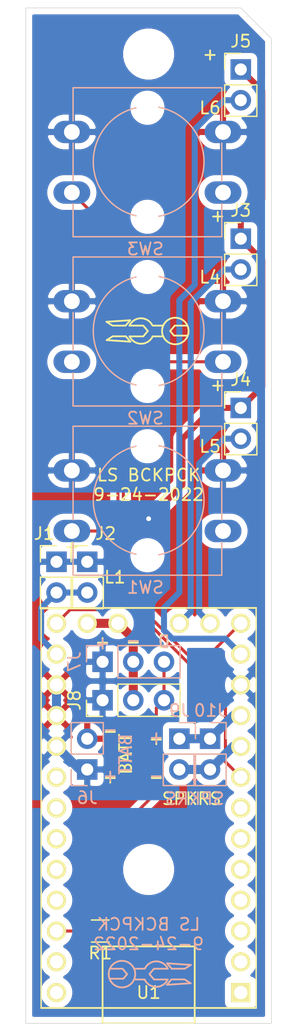
<source format=kicad_pcb>
(kicad_pcb (version 20171130) (host pcbnew "(5.1.12)-1")

  (general
    (thickness 1.6)
    (drawings 33)
    (tracks 74)
    (zones 0)
    (modules 19)
    (nets 29)
  )

  (page A4)
  (layers
    (0 F.Cu signal)
    (31 B.Cu signal)
    (32 B.Adhes user)
    (33 F.Adhes user)
    (34 B.Paste user)
    (35 F.Paste user)
    (36 B.SilkS user)
    (37 F.SilkS user)
    (38 B.Mask user)
    (39 F.Mask user)
    (40 Dwgs.User user)
    (41 Cmts.User user)
    (42 Eco1.User user)
    (43 Eco2.User user)
    (44 Edge.Cuts user)
    (45 Margin user)
    (46 B.CrtYd user)
    (47 F.CrtYd user)
    (48 B.Fab user)
    (49 F.Fab user)
  )

  (setup
    (last_trace_width 0.5)
    (user_trace_width 0.5)
    (user_trace_width 0.75)
    (trace_clearance 0.2)
    (zone_clearance 0.508)
    (zone_45_only no)
    (trace_min 0.2)
    (via_size 0.8)
    (via_drill 0.4)
    (via_min_size 0.4)
    (via_min_drill 0.3)
    (uvia_size 0.3)
    (uvia_drill 0.1)
    (uvias_allowed no)
    (uvia_min_size 0.2)
    (uvia_min_drill 0.1)
    (edge_width 0.05)
    (segment_width 0.2)
    (pcb_text_width 0.3)
    (pcb_text_size 1.5 1.5)
    (mod_edge_width 0.12)
    (mod_text_size 1 1)
    (mod_text_width 0.15)
    (pad_size 1.524 1.524)
    (pad_drill 0.762)
    (pad_to_mask_clearance 0)
    (aux_axis_origin 0 0)
    (visible_elements 7FFFFFFF)
    (pcbplotparams
      (layerselection 0x010fc_ffffffff)
      (usegerberextensions false)
      (usegerberattributes true)
      (usegerberadvancedattributes true)
      (creategerberjobfile true)
      (excludeedgelayer true)
      (linewidth 0.100000)
      (plotframeref false)
      (viasonmask false)
      (mode 1)
      (useauxorigin false)
      (hpglpennumber 1)
      (hpglpenspeed 20)
      (hpglpendiameter 15.000000)
      (psnegative false)
      (psa4output false)
      (plotreference true)
      (plotvalue true)
      (plotinvisibletext false)
      (padsonsilk false)
      (subtractmaskfromsilk false)
      (outputformat 1)
      (mirror false)
      (drillshape 1)
      (scaleselection 1)
      (outputdirectory ""))
  )

  (net 0 "")
  (net 1 GND)
  (net 2 VCC)
  (net 3 BLADE-)
  (net 4 SPEAKER+)
  (net 5 SPEAKER-)
  (net 6 LED1)
  (net 7 LED4)
  (net 8 LED5)
  (net 9 LED6)
  (net 10 BLADE_DATA)
  (net 11 BUTTON1)
  (net 12 BUTTON2)
  (net 13 BUTTON3)
  (net 14 "Net-(U1-Pad1)")
  (net 15 "Net-(U1-Pad2)")
  (net 16 "Net-(U1-Pad3)")
  (net 17 "Net-(U1-Pad4)")
  (net 18 "Net-(U1-Pad5)")
  (net 19 "Net-(U1-Pad6)")
  (net 20 "Net-(U1-Pad7)")
  (net 21 "Net-(U1-Pad30)")
  (net 22 "Net-(U1-Pad29)")
  (net 23 "Net-(U1-Pad27)")
  (net 24 "Net-(U1-Pad26)")
  (net 25 "Net-(U1-Pad25)")
  (net 26 "Net-(U1-Pad24)")
  (net 27 "Net-(U1-Pad23)")
  (net 28 "Net-(R1-Pad2)")

  (net_class Default "This is the default net class."
    (clearance 0.2)
    (trace_width 0.25)
    (via_dia 0.8)
    (via_drill 0.4)
    (uvia_dia 0.3)
    (uvia_drill 0.1)
    (add_net BLADE-)
    (add_net BLADE_DATA)
    (add_net BUTTON1)
    (add_net BUTTON2)
    (add_net BUTTON3)
    (add_net GND)
    (add_net LED1)
    (add_net LED4)
    (add_net LED5)
    (add_net LED6)
    (add_net "Net-(R1-Pad2)")
    (add_net "Net-(U1-Pad1)")
    (add_net "Net-(U1-Pad2)")
    (add_net "Net-(U1-Pad23)")
    (add_net "Net-(U1-Pad24)")
    (add_net "Net-(U1-Pad25)")
    (add_net "Net-(U1-Pad26)")
    (add_net "Net-(U1-Pad27)")
    (add_net "Net-(U1-Pad29)")
    (add_net "Net-(U1-Pad3)")
    (add_net "Net-(U1-Pad30)")
    (add_net "Net-(U1-Pad4)")
    (add_net "Net-(U1-Pad5)")
    (add_net "Net-(U1-Pad6)")
    (add_net "Net-(U1-Pad7)")
    (add_net SPEAKER+)
    (add_net SPEAKER-)
    (add_net VCC)
  )

  (module "AOR custom:AOR_LOGO" (layer F.Cu) (tedit 5C26ADAA) (tstamp 61E3DDEF)
    (at 100.33 72.39)
    (fp_text reference G*** (at 0 0) (layer F.SilkS) hide
      (effects (font (size 1.524 1.524) (thickness 0.3)))
    )
    (fp_text value AOR_LOGO (at 0.75 0) (layer F.SilkS) hide
      (effects (font (size 1.524 1.524) (thickness 0.3)))
    )
    (fp_circle (center 2.205821 0) (end 3.285321 0.1905) (layer F.SilkS) (width 0.15))
    (fp_line (start -1.5875 -0.4445) (end -0.4445 -0.4445) (layer F.SilkS) (width 0.15))
    (fp_line (start -0.4445 -0.4445) (end -0.0635 0) (layer F.SilkS) (width 0.15))
    (fp_line (start -0.0635 0) (end -0.4445 0.4445) (layer F.SilkS) (width 0.15))
    (fp_line (start -0.4445 0.4445) (end -1.5875 0.4445) (layer F.SilkS) (width 0.15))
    (fp_line (start 0.3175 -0.4445) (end 1.2065 -0.4445) (layer F.SilkS) (width 0.15))
    (fp_line (start 0.3175 0.4445) (end 1.2065 0.4445) (layer F.SilkS) (width 0.15))
    (fp_line (start 1.778 0) (end 2.159 -0.4445) (layer F.SilkS) (width 0.15))
    (fp_line (start 2.159 -0.4445) (end 3.175 -0.4445) (layer F.SilkS) (width 0.15))
    (fp_line (start 1.778 0) (end 2.0955 0.381) (layer F.SilkS) (width 0.15))
    (fp_line (start 2.0955 0.381) (end 3.2385 0.381) (layer F.SilkS) (width 0.15))
    (fp_line (start -1.905 -0.4445) (end -2.9845 -0.4445) (layer F.SilkS) (width 0.15))
    (fp_line (start -2.9845 -0.4445) (end -3.4925 -0.762) (layer F.SilkS) (width 0.15))
    (fp_line (start -3.4925 -0.762) (end -1.524 -0.889) (layer F.SilkS) (width 0.15))
    (fp_line (start -1.524 -0.889) (end -1.905 -0.4445) (layer F.SilkS) (width 0.15))
    (fp_line (start -1.505128 0.88103) (end -1.886128 0.43653) (layer F.SilkS) (width 0.15))
    (fp_line (start -1.886128 0.43653) (end -2.965628 0.43653) (layer F.SilkS) (width 0.15))
    (fp_line (start -3.473628 0.75403) (end -1.505128 0.88103) (layer F.SilkS) (width 0.15))
    (fp_line (start -2.965628 0.43653) (end -3.473628 0.75403) (layer F.SilkS) (width 0.15))
    (fp_arc (start -0.635 0) (end -1.587499 -0.444499) (angle 128.4180553) (layer F.SilkS) (width 0.15))
    (fp_arc (start -0.622642 0) (end -1.575141 0.444499) (angle -128.4180553) (layer F.SilkS) (width 0.15))
  )

  (module "AOR custom:AOR_LOGO" (layer B.Cu) (tedit 5C26ADAA) (tstamp 632FCA4B)
    (at 100.33 125.476 180)
    (fp_text reference G*** (at 0 0) (layer B.SilkS) hide
      (effects (font (size 1.524 1.524) (thickness 0.3)) (justify mirror))
    )
    (fp_text value AOR_LOGO (at 0.75 0) (layer B.SilkS) hide
      (effects (font (size 1.524 1.524) (thickness 0.3)) (justify mirror))
    )
    (fp_circle (center 2.205821 0) (end 3.285321 -0.1905) (layer B.SilkS) (width 0.15))
    (fp_line (start -1.5875 0.4445) (end -0.4445 0.4445) (layer B.SilkS) (width 0.15))
    (fp_line (start -0.4445 0.4445) (end -0.0635 0) (layer B.SilkS) (width 0.15))
    (fp_line (start -0.0635 0) (end -0.4445 -0.4445) (layer B.SilkS) (width 0.15))
    (fp_line (start -0.4445 -0.4445) (end -1.5875 -0.4445) (layer B.SilkS) (width 0.15))
    (fp_line (start 0.3175 0.4445) (end 1.2065 0.4445) (layer B.SilkS) (width 0.15))
    (fp_line (start 0.3175 -0.4445) (end 1.2065 -0.4445) (layer B.SilkS) (width 0.15))
    (fp_line (start 1.778 0) (end 2.159 0.4445) (layer B.SilkS) (width 0.15))
    (fp_line (start 2.159 0.4445) (end 3.175 0.4445) (layer B.SilkS) (width 0.15))
    (fp_line (start 1.778 0) (end 2.0955 -0.381) (layer B.SilkS) (width 0.15))
    (fp_line (start 2.0955 -0.381) (end 3.2385 -0.381) (layer B.SilkS) (width 0.15))
    (fp_line (start -1.905 0.4445) (end -2.9845 0.4445) (layer B.SilkS) (width 0.15))
    (fp_line (start -2.9845 0.4445) (end -3.4925 0.762) (layer B.SilkS) (width 0.15))
    (fp_line (start -3.4925 0.762) (end -1.524 0.889) (layer B.SilkS) (width 0.15))
    (fp_line (start -1.524 0.889) (end -1.905 0.4445) (layer B.SilkS) (width 0.15))
    (fp_line (start -1.505128 -0.88103) (end -1.886128 -0.43653) (layer B.SilkS) (width 0.15))
    (fp_line (start -1.886128 -0.43653) (end -2.965628 -0.43653) (layer B.SilkS) (width 0.15))
    (fp_line (start -3.473628 -0.75403) (end -1.505128 -0.88103) (layer B.SilkS) (width 0.15))
    (fp_line (start -2.965628 -0.43653) (end -3.473628 -0.75403) (layer B.SilkS) (width 0.15))
    (fp_arc (start -0.635 0) (end -1.587499 0.444499) (angle -128.4180553) (layer B.SilkS) (width 0.15))
    (fp_arc (start -0.622642 0) (end -1.575141 -0.444499) (angle 128.4180553) (layer B.SilkS) (width 0.15))
  )

  (module MountingHole:MountingHole_3.2mm_M3 (layer F.Cu) (tedit 56D1B4CB) (tstamp 61E3D028)
    (at 100.33 116.84)
    (descr "Mounting Hole 3.2mm, no annular, M3")
    (tags "mounting hole 3.2mm no annular m3")
    (attr virtual)
    (fp_text reference "" (at 0 -4.2) (layer F.SilkS)
      (effects (font (size 1 1) (thickness 0.15)))
    )
    (fp_text value MountingHole_3.2mm_M3 (at 0 4.2) (layer F.Fab)
      (effects (font (size 1 1) (thickness 0.15)))
    )
    (fp_circle (center 0 0) (end 3.2 0) (layer Cmts.User) (width 0.15))
    (fp_circle (center 0 0) (end 3.45 0) (layer F.CrtYd) (width 0.05))
    (fp_text user %R (at 0.3 0) (layer F.Fab)
      (effects (font (size 1 1) (thickness 0.15)))
    )
    (pad 1 np_thru_hole circle (at 0 0) (size 3.2 3.2) (drill 3.2) (layers *.Cu *.Mask))
  )

  (module MountingHole:MountingHole_3.2mm_M3 (layer F.Cu) (tedit 56D1B4CB) (tstamp 61E3CEFB)
    (at 100.33 49.53)
    (descr "Mounting Hole 3.2mm, no annular, M3")
    (tags "mounting hole 3.2mm no annular m3")
    (attr virtual)
    (fp_text reference "" (at 0 -4.2) (layer F.SilkS)
      (effects (font (size 1 1) (thickness 0.15)))
    )
    (fp_text value MountingHole_3.2mm_M3 (at 0 4.2) (layer F.Fab)
      (effects (font (size 1 1) (thickness 0.15)))
    )
    (fp_circle (center 0 0) (end 3.2 0) (layer Cmts.User) (width 0.15))
    (fp_circle (center 0 0) (end 3.45 0) (layer F.CrtYd) (width 0.05))
    (fp_text user %R (at 0.3 0) (layer F.Fab)
      (effects (font (size 1 1) (thickness 0.15)))
    )
    (pad 1 np_thru_hole circle (at 0 0) (size 3.2 3.2) (drill 3.2) (layers *.Cu *.Mask))
  )

  (module Connector_PinHeader_2.54mm:PinHeader_1x02_P2.54mm_Vertical (layer B.Cu) (tedit 59FED5CC) (tstamp 632FC499)
    (at 95.25 108.585)
    (descr "Through hole straight pin header, 1x02, 2.54mm pitch, single row")
    (tags "Through hole pin header THT 1x02 2.54mm single row")
    (path /61DE60AC)
    (fp_text reference J6 (at 0 2.33) (layer B.SilkS)
      (effects (font (size 1 1) (thickness 0.15)) (justify mirror))
    )
    (fp_text value Conn_01x02 (at 0 -4.87) (layer B.Fab)
      (effects (font (size 1 1) (thickness 0.15)) (justify mirror))
    )
    (fp_line (start -0.635 1.27) (end 1.27 1.27) (layer B.Fab) (width 0.1))
    (fp_line (start 1.27 1.27) (end 1.27 -3.81) (layer B.Fab) (width 0.1))
    (fp_line (start 1.27 -3.81) (end -1.27 -3.81) (layer B.Fab) (width 0.1))
    (fp_line (start -1.27 -3.81) (end -1.27 0.635) (layer B.Fab) (width 0.1))
    (fp_line (start -1.27 0.635) (end -0.635 1.27) (layer B.Fab) (width 0.1))
    (fp_line (start -1.33 -3.87) (end 1.33 -3.87) (layer B.SilkS) (width 0.12))
    (fp_line (start -1.33 -1.27) (end -1.33 -3.87) (layer B.SilkS) (width 0.12))
    (fp_line (start 1.33 -1.27) (end 1.33 -3.87) (layer B.SilkS) (width 0.12))
    (fp_line (start -1.33 -1.27) (end 1.33 -1.27) (layer B.SilkS) (width 0.12))
    (fp_line (start -1.33 0) (end -1.33 1.33) (layer B.SilkS) (width 0.12))
    (fp_line (start -1.33 1.33) (end 0 1.33) (layer B.SilkS) (width 0.12))
    (fp_line (start -1.8 1.8) (end -1.8 -4.35) (layer B.CrtYd) (width 0.05))
    (fp_line (start -1.8 -4.35) (end 1.8 -4.35) (layer B.CrtYd) (width 0.05))
    (fp_line (start 1.8 -4.35) (end 1.8 1.8) (layer B.CrtYd) (width 0.05))
    (fp_line (start 1.8 1.8) (end -1.8 1.8) (layer B.CrtYd) (width 0.05))
    (fp_text user %R (at 0 -1.27 -90) (layer B.Fab)
      (effects (font (size 1 1) (thickness 0.15)) (justify mirror))
    )
    (pad 2 thru_hole oval (at 0 -2.54) (size 1.7 1.7) (drill 1) (layers *.Cu *.Mask)
      (net 1 GND))
    (pad 1 thru_hole rect (at 0 0) (size 1.7 1.7) (drill 1) (layers *.Cu *.Mask)
      (net 2 VCC))
    (model ${KISYS3DMOD}/Connector_PinHeader_2.54mm.3dshapes/PinHeader_1x02_P2.54mm_Vertical.wrl
      (at (xyz 0 0 0))
      (scale (xyz 1 1 1))
      (rotate (xyz 0 0 0))
    )
  )

  (module Connector_PinHeader_2.54mm:PinHeader_1x03_P2.54mm_Vertical (layer B.Cu) (tedit 59FED5CC) (tstamp 61E3B68C)
    (at 96.52 99.695 270)
    (descr "Through hole straight pin header, 1x03, 2.54mm pitch, single row")
    (tags "Through hole pin header THT 1x03 2.54mm single row")
    (path /61DE6D47)
    (fp_text reference J7 (at 0 2.33 270) (layer B.SilkS)
      (effects (font (size 1 1) (thickness 0.15)) (justify mirror))
    )
    (fp_text value Conn_01x03 (at 0 -7.41 270) (layer B.Fab)
      (effects (font (size 1 1) (thickness 0.15)) (justify mirror))
    )
    (fp_line (start 1.8 1.8) (end -1.8 1.8) (layer B.CrtYd) (width 0.05))
    (fp_line (start 1.8 -6.85) (end 1.8 1.8) (layer B.CrtYd) (width 0.05))
    (fp_line (start -1.8 -6.85) (end 1.8 -6.85) (layer B.CrtYd) (width 0.05))
    (fp_line (start -1.8 1.8) (end -1.8 -6.85) (layer B.CrtYd) (width 0.05))
    (fp_line (start -1.33 1.33) (end 0 1.33) (layer B.SilkS) (width 0.12))
    (fp_line (start -1.33 0) (end -1.33 1.33) (layer B.SilkS) (width 0.12))
    (fp_line (start -1.33 -1.27) (end 1.33 -1.27) (layer B.SilkS) (width 0.12))
    (fp_line (start 1.33 -1.27) (end 1.33 -6.41) (layer B.SilkS) (width 0.12))
    (fp_line (start -1.33 -1.27) (end -1.33 -6.41) (layer B.SilkS) (width 0.12))
    (fp_line (start -1.33 -6.41) (end 1.33 -6.41) (layer B.SilkS) (width 0.12))
    (fp_line (start -1.27 0.635) (end -0.635 1.27) (layer B.Fab) (width 0.1))
    (fp_line (start -1.27 -6.35) (end -1.27 0.635) (layer B.Fab) (width 0.1))
    (fp_line (start 1.27 -6.35) (end -1.27 -6.35) (layer B.Fab) (width 0.1))
    (fp_line (start 1.27 1.27) (end 1.27 -6.35) (layer B.Fab) (width 0.1))
    (fp_line (start -0.635 1.27) (end 1.27 1.27) (layer B.Fab) (width 0.1))
    (fp_text user %R (at 0 -2.54) (layer B.Fab)
      (effects (font (size 1 1) (thickness 0.15)) (justify mirror))
    )
    (pad 1 thru_hole rect (at 0 0 270) (size 1.7 1.7) (drill 1) (layers *.Cu *.Mask)
      (net 2 VCC))
    (pad 2 thru_hole oval (at 0 -2.54 270) (size 1.7 1.7) (drill 1) (layers *.Cu *.Mask)
      (net 3 BLADE-))
    (pad 3 thru_hole oval (at 0 -5.08 270) (size 1.7 1.7) (drill 1) (layers *.Cu *.Mask)
      (net 10 BLADE_DATA))
    (model ${KISYS3DMOD}/Connector_PinHeader_2.54mm.3dshapes/PinHeader_1x03_P2.54mm_Vertical.wrl
      (at (xyz 0 0 0))
      (scale (xyz 1 1 1))
      (rotate (xyz 0 0 0))
    )
  )

  (module Connector_PinHeader_2.54mm:PinHeader_1x02_P2.54mm_Vertical (layer B.Cu) (tedit 59FED5CC) (tstamp 61E3C613)
    (at 102.87 106.045 180)
    (descr "Through hole straight pin header, 1x02, 2.54mm pitch, single row")
    (tags "Through hole pin header THT 1x02 2.54mm single row")
    (path /61DEAD1D)
    (fp_text reference J9 (at 0 2.33) (layer B.SilkS)
      (effects (font (size 1 1) (thickness 0.15)) (justify mirror))
    )
    (fp_text value Conn_01x02 (at 0 -4.87) (layer B.Fab)
      (effects (font (size 1 1) (thickness 0.15)) (justify mirror))
    )
    (fp_line (start 1.8 1.8) (end -1.8 1.8) (layer B.CrtYd) (width 0.05))
    (fp_line (start 1.8 -4.35) (end 1.8 1.8) (layer B.CrtYd) (width 0.05))
    (fp_line (start -1.8 -4.35) (end 1.8 -4.35) (layer B.CrtYd) (width 0.05))
    (fp_line (start -1.8 1.8) (end -1.8 -4.35) (layer B.CrtYd) (width 0.05))
    (fp_line (start -1.33 1.33) (end 0 1.33) (layer B.SilkS) (width 0.12))
    (fp_line (start -1.33 0) (end -1.33 1.33) (layer B.SilkS) (width 0.12))
    (fp_line (start -1.33 -1.27) (end 1.33 -1.27) (layer B.SilkS) (width 0.12))
    (fp_line (start 1.33 -1.27) (end 1.33 -3.87) (layer B.SilkS) (width 0.12))
    (fp_line (start -1.33 -1.27) (end -1.33 -3.87) (layer B.SilkS) (width 0.12))
    (fp_line (start -1.33 -3.87) (end 1.33 -3.87) (layer B.SilkS) (width 0.12))
    (fp_line (start -1.27 0.635) (end -0.635 1.27) (layer B.Fab) (width 0.1))
    (fp_line (start -1.27 -3.81) (end -1.27 0.635) (layer B.Fab) (width 0.1))
    (fp_line (start 1.27 -3.81) (end -1.27 -3.81) (layer B.Fab) (width 0.1))
    (fp_line (start 1.27 1.27) (end 1.27 -3.81) (layer B.Fab) (width 0.1))
    (fp_line (start -0.635 1.27) (end 1.27 1.27) (layer B.Fab) (width 0.1))
    (fp_text user %R (at 0 -1.27 270) (layer B.Fab)
      (effects (font (size 1 1) (thickness 0.15)) (justify mirror))
    )
    (pad 1 thru_hole rect (at 0 0 180) (size 1.7 1.7) (drill 1) (layers *.Cu *.Mask)
      (net 4 SPEAKER+))
    (pad 2 thru_hole oval (at 0 -2.54 180) (size 1.7 1.7) (drill 1) (layers *.Cu *.Mask)
      (net 5 SPEAKER-))
    (model ${KISYS3DMOD}/Connector_PinHeader_2.54mm.3dshapes/PinHeader_1x02_P2.54mm_Vertical.wrl
      (at (xyz 0 0 0))
      (scale (xyz 1 1 1))
      (rotate (xyz 0 0 0))
    )
  )

  (module Connector_PinHeader_2.54mm:PinHeader_1x02_P2.54mm_Vertical (layer B.Cu) (tedit 59FED5CC) (tstamp 61E3B6B8)
    (at 105.41 106.045 180)
    (descr "Through hole straight pin header, 1x02, 2.54mm pitch, single row")
    (tags "Through hole pin header THT 1x02 2.54mm single row")
    (path /61DF035F)
    (fp_text reference J10 (at 0 2.33) (layer B.SilkS)
      (effects (font (size 1 1) (thickness 0.15)) (justify mirror))
    )
    (fp_text value Conn_01x02 (at 0 -4.87) (layer B.Fab)
      (effects (font (size 1 1) (thickness 0.15)) (justify mirror))
    )
    (fp_line (start -0.635 1.27) (end 1.27 1.27) (layer B.Fab) (width 0.1))
    (fp_line (start 1.27 1.27) (end 1.27 -3.81) (layer B.Fab) (width 0.1))
    (fp_line (start 1.27 -3.81) (end -1.27 -3.81) (layer B.Fab) (width 0.1))
    (fp_line (start -1.27 -3.81) (end -1.27 0.635) (layer B.Fab) (width 0.1))
    (fp_line (start -1.27 0.635) (end -0.635 1.27) (layer B.Fab) (width 0.1))
    (fp_line (start -1.33 -3.87) (end 1.33 -3.87) (layer B.SilkS) (width 0.12))
    (fp_line (start -1.33 -1.27) (end -1.33 -3.87) (layer B.SilkS) (width 0.12))
    (fp_line (start 1.33 -1.27) (end 1.33 -3.87) (layer B.SilkS) (width 0.12))
    (fp_line (start -1.33 -1.27) (end 1.33 -1.27) (layer B.SilkS) (width 0.12))
    (fp_line (start -1.33 0) (end -1.33 1.33) (layer B.SilkS) (width 0.12))
    (fp_line (start -1.33 1.33) (end 0 1.33) (layer B.SilkS) (width 0.12))
    (fp_line (start -1.8 1.8) (end -1.8 -4.35) (layer B.CrtYd) (width 0.05))
    (fp_line (start -1.8 -4.35) (end 1.8 -4.35) (layer B.CrtYd) (width 0.05))
    (fp_line (start 1.8 -4.35) (end 1.8 1.8) (layer B.CrtYd) (width 0.05))
    (fp_line (start 1.8 1.8) (end -1.8 1.8) (layer B.CrtYd) (width 0.05))
    (fp_text user %R (at 0 -1.27 270) (layer B.Fab)
      (effects (font (size 1 1) (thickness 0.15)) (justify mirror))
    )
    (pad 2 thru_hole oval (at 0 -2.54 180) (size 1.7 1.7) (drill 1) (layers *.Cu *.Mask)
      (net 5 SPEAKER-))
    (pad 1 thru_hole rect (at 0 0 180) (size 1.7 1.7) (drill 1) (layers *.Cu *.Mask)
      (net 4 SPEAKER+))
    (model ${KISYS3DMOD}/Connector_PinHeader_2.54mm.3dshapes/PinHeader_1x02_P2.54mm_Vertical.wrl
      (at (xyz 0 0 0))
      (scale (xyz 1 1 1))
      (rotate (xyz 0 0 0))
    )
  )

  (module Connector_PinHeader_2.54mm:PinHeader_1x02_P2.54mm_Vertical (layer F.Cu) (tedit 59FED5CC) (tstamp 61E3B710)
    (at 92.71 91.44)
    (descr "Through hole straight pin header, 1x02, 2.54mm pitch, single row")
    (tags "Through hole pin header THT 1x02 2.54mm single row")
    (path /61DEB569)
    (fp_text reference J1 (at -1.016 -2.33) (layer F.SilkS)
      (effects (font (size 1 1) (thickness 0.15)))
    )
    (fp_text value Conn_01x02 (at 0 4.87) (layer F.Fab)
      (effects (font (size 1 1) (thickness 0.15)))
    )
    (fp_line (start -0.635 -1.27) (end 1.27 -1.27) (layer F.Fab) (width 0.1))
    (fp_line (start 1.27 -1.27) (end 1.27 3.81) (layer F.Fab) (width 0.1))
    (fp_line (start 1.27 3.81) (end -1.27 3.81) (layer F.Fab) (width 0.1))
    (fp_line (start -1.27 3.81) (end -1.27 -0.635) (layer F.Fab) (width 0.1))
    (fp_line (start -1.27 -0.635) (end -0.635 -1.27) (layer F.Fab) (width 0.1))
    (fp_line (start -1.33 3.87) (end 1.33 3.87) (layer F.SilkS) (width 0.12))
    (fp_line (start -1.33 1.27) (end -1.33 3.87) (layer F.SilkS) (width 0.12))
    (fp_line (start 1.33 1.27) (end 1.33 3.87) (layer F.SilkS) (width 0.12))
    (fp_line (start -1.33 1.27) (end 1.33 1.27) (layer F.SilkS) (width 0.12))
    (fp_line (start -1.33 0) (end -1.33 -1.33) (layer F.SilkS) (width 0.12))
    (fp_line (start -1.33 -1.33) (end 0 -1.33) (layer F.SilkS) (width 0.12))
    (fp_line (start -1.8 -1.8) (end -1.8 4.35) (layer F.CrtYd) (width 0.05))
    (fp_line (start -1.8 4.35) (end 1.8 4.35) (layer F.CrtYd) (width 0.05))
    (fp_line (start 1.8 4.35) (end 1.8 -1.8) (layer F.CrtYd) (width 0.05))
    (fp_line (start 1.8 -1.8) (end -1.8 -1.8) (layer F.CrtYd) (width 0.05))
    (fp_text user %R (at 0 1.27 90) (layer F.Fab)
      (effects (font (size 1 1) (thickness 0.15)))
    )
    (pad 2 thru_hole oval (at 0 2.54) (size 1.7 1.7) (drill 1) (layers *.Cu *.Mask)
      (net 6 LED1))
    (pad 1 thru_hole rect (at 0 0) (size 1.7 1.7) (drill 1) (layers *.Cu *.Mask)
      (net 2 VCC))
    (model ${KISYS3DMOD}/Connector_PinHeader_2.54mm.3dshapes/PinHeader_1x02_P2.54mm_Vertical.wrl
      (at (xyz 0 0 0))
      (scale (xyz 1 1 1))
      (rotate (xyz 0 0 0))
    )
  )

  (module Connector_PinHeader_2.54mm:PinHeader_1x02_P2.54mm_Vertical (layer F.Cu) (tedit 59FED5CC) (tstamp 61E3B726)
    (at 107.95 64.77)
    (descr "Through hole straight pin header, 1x02, 2.54mm pitch, single row")
    (tags "Through hole pin header THT 1x02 2.54mm single row")
    (path /61DED9A1)
    (fp_text reference J3 (at 0 -2.33) (layer F.SilkS)
      (effects (font (size 1 1) (thickness 0.15)))
    )
    (fp_text value Conn_01x02 (at 0 4.87) (layer F.Fab)
      (effects (font (size 1 1) (thickness 0.15)))
    )
    (fp_line (start 1.8 -1.8) (end -1.8 -1.8) (layer F.CrtYd) (width 0.05))
    (fp_line (start 1.8 4.35) (end 1.8 -1.8) (layer F.CrtYd) (width 0.05))
    (fp_line (start -1.8 4.35) (end 1.8 4.35) (layer F.CrtYd) (width 0.05))
    (fp_line (start -1.8 -1.8) (end -1.8 4.35) (layer F.CrtYd) (width 0.05))
    (fp_line (start -1.33 -1.33) (end 0 -1.33) (layer F.SilkS) (width 0.12))
    (fp_line (start -1.33 0) (end -1.33 -1.33) (layer F.SilkS) (width 0.12))
    (fp_line (start -1.33 1.27) (end 1.33 1.27) (layer F.SilkS) (width 0.12))
    (fp_line (start 1.33 1.27) (end 1.33 3.87) (layer F.SilkS) (width 0.12))
    (fp_line (start -1.33 1.27) (end -1.33 3.87) (layer F.SilkS) (width 0.12))
    (fp_line (start -1.33 3.87) (end 1.33 3.87) (layer F.SilkS) (width 0.12))
    (fp_line (start -1.27 -0.635) (end -0.635 -1.27) (layer F.Fab) (width 0.1))
    (fp_line (start -1.27 3.81) (end -1.27 -0.635) (layer F.Fab) (width 0.1))
    (fp_line (start 1.27 3.81) (end -1.27 3.81) (layer F.Fab) (width 0.1))
    (fp_line (start 1.27 -1.27) (end 1.27 3.81) (layer F.Fab) (width 0.1))
    (fp_line (start -0.635 -1.27) (end 1.27 -1.27) (layer F.Fab) (width 0.1))
    (fp_text user %R (at 0 1.27 90) (layer F.Fab)
      (effects (font (size 1 1) (thickness 0.15)))
    )
    (pad 1 thru_hole rect (at 0 0) (size 1.7 1.7) (drill 1) (layers *.Cu *.Mask)
      (net 2 VCC))
    (pad 2 thru_hole oval (at 0 2.54) (size 1.7 1.7) (drill 1) (layers *.Cu *.Mask)
      (net 7 LED4))
    (model ${KISYS3DMOD}/Connector_PinHeader_2.54mm.3dshapes/PinHeader_1x02_P2.54mm_Vertical.wrl
      (at (xyz 0 0 0))
      (scale (xyz 1 1 1))
      (rotate (xyz 0 0 0))
    )
  )

  (module Connector_PinHeader_2.54mm:PinHeader_1x02_P2.54mm_Vertical (layer F.Cu) (tedit 59FED5CC) (tstamp 61E3B73C)
    (at 107.95 78.74)
    (descr "Through hole straight pin header, 1x02, 2.54mm pitch, single row")
    (tags "Through hole pin header THT 1x02 2.54mm single row")
    (path /61DEE0AF)
    (fp_text reference J4 (at 0 -2.33) (layer F.SilkS)
      (effects (font (size 1 1) (thickness 0.15)))
    )
    (fp_text value Conn_01x02 (at 0 4.87) (layer F.Fab)
      (effects (font (size 1 1) (thickness 0.15)))
    )
    (fp_line (start -0.635 -1.27) (end 1.27 -1.27) (layer F.Fab) (width 0.1))
    (fp_line (start 1.27 -1.27) (end 1.27 3.81) (layer F.Fab) (width 0.1))
    (fp_line (start 1.27 3.81) (end -1.27 3.81) (layer F.Fab) (width 0.1))
    (fp_line (start -1.27 3.81) (end -1.27 -0.635) (layer F.Fab) (width 0.1))
    (fp_line (start -1.27 -0.635) (end -0.635 -1.27) (layer F.Fab) (width 0.1))
    (fp_line (start -1.33 3.87) (end 1.33 3.87) (layer F.SilkS) (width 0.12))
    (fp_line (start -1.33 1.27) (end -1.33 3.87) (layer F.SilkS) (width 0.12))
    (fp_line (start 1.33 1.27) (end 1.33 3.87) (layer F.SilkS) (width 0.12))
    (fp_line (start -1.33 1.27) (end 1.33 1.27) (layer F.SilkS) (width 0.12))
    (fp_line (start -1.33 0) (end -1.33 -1.33) (layer F.SilkS) (width 0.12))
    (fp_line (start -1.33 -1.33) (end 0 -1.33) (layer F.SilkS) (width 0.12))
    (fp_line (start -1.8 -1.8) (end -1.8 4.35) (layer F.CrtYd) (width 0.05))
    (fp_line (start -1.8 4.35) (end 1.8 4.35) (layer F.CrtYd) (width 0.05))
    (fp_line (start 1.8 4.35) (end 1.8 -1.8) (layer F.CrtYd) (width 0.05))
    (fp_line (start 1.8 -1.8) (end -1.8 -1.8) (layer F.CrtYd) (width 0.05))
    (fp_text user %R (at 0 1.27 90) (layer F.Fab)
      (effects (font (size 1 1) (thickness 0.15)))
    )
    (pad 2 thru_hole oval (at 0 2.54) (size 1.7 1.7) (drill 1) (layers *.Cu *.Mask)
      (net 8 LED5))
    (pad 1 thru_hole rect (at 0 0) (size 1.7 1.7) (drill 1) (layers *.Cu *.Mask)
      (net 2 VCC))
    (model ${KISYS3DMOD}/Connector_PinHeader_2.54mm.3dshapes/PinHeader_1x02_P2.54mm_Vertical.wrl
      (at (xyz 0 0 0))
      (scale (xyz 1 1 1))
      (rotate (xyz 0 0 0))
    )
  )

  (module Connector_PinHeader_2.54mm:PinHeader_1x02_P2.54mm_Vertical (layer F.Cu) (tedit 59FED5CC) (tstamp 61E3B752)
    (at 107.95 50.8)
    (descr "Through hole straight pin header, 1x02, 2.54mm pitch, single row")
    (tags "Through hole pin header THT 1x02 2.54mm single row")
    (path /61DEEE28)
    (fp_text reference J5 (at 0 -2.33) (layer F.SilkS)
      (effects (font (size 1 1) (thickness 0.15)))
    )
    (fp_text value Conn_01x02 (at 0 4.87) (layer F.Fab)
      (effects (font (size 1 1) (thickness 0.15)))
    )
    (fp_line (start 1.8 -1.8) (end -1.8 -1.8) (layer F.CrtYd) (width 0.05))
    (fp_line (start 1.8 4.35) (end 1.8 -1.8) (layer F.CrtYd) (width 0.05))
    (fp_line (start -1.8 4.35) (end 1.8 4.35) (layer F.CrtYd) (width 0.05))
    (fp_line (start -1.8 -1.8) (end -1.8 4.35) (layer F.CrtYd) (width 0.05))
    (fp_line (start -1.33 -1.33) (end 0 -1.33) (layer F.SilkS) (width 0.12))
    (fp_line (start -1.33 0) (end -1.33 -1.33) (layer F.SilkS) (width 0.12))
    (fp_line (start -1.33 1.27) (end 1.33 1.27) (layer F.SilkS) (width 0.12))
    (fp_line (start 1.33 1.27) (end 1.33 3.87) (layer F.SilkS) (width 0.12))
    (fp_line (start -1.33 1.27) (end -1.33 3.87) (layer F.SilkS) (width 0.12))
    (fp_line (start -1.33 3.87) (end 1.33 3.87) (layer F.SilkS) (width 0.12))
    (fp_line (start -1.27 -0.635) (end -0.635 -1.27) (layer F.Fab) (width 0.1))
    (fp_line (start -1.27 3.81) (end -1.27 -0.635) (layer F.Fab) (width 0.1))
    (fp_line (start 1.27 3.81) (end -1.27 3.81) (layer F.Fab) (width 0.1))
    (fp_line (start 1.27 -1.27) (end 1.27 3.81) (layer F.Fab) (width 0.1))
    (fp_line (start -0.635 -1.27) (end 1.27 -1.27) (layer F.Fab) (width 0.1))
    (fp_text user %R (at 0 1.27 90) (layer F.Fab)
      (effects (font (size 1 1) (thickness 0.15)))
    )
    (pad 1 thru_hole rect (at 0 0) (size 1.7 1.7) (drill 1) (layers *.Cu *.Mask)
      (net 2 VCC))
    (pad 2 thru_hole oval (at 0 2.54) (size 1.7 1.7) (drill 1) (layers *.Cu *.Mask)
      (net 9 LED6))
    (model ${KISYS3DMOD}/Connector_PinHeader_2.54mm.3dshapes/PinHeader_1x02_P2.54mm_Vertical.wrl
      (at (xyz 0 0 0))
      (scale (xyz 1 1 1))
      (rotate (xyz 0 0 0))
    )
  )

  (module Resistor_SMD:R_1206_3216Metric (layer F.Cu) (tedit 5F68FEEE) (tstamp 61E3C081)
    (at 96.3275 121.92 180)
    (descr "Resistor SMD 1206 (3216 Metric), square (rectangular) end terminal, IPC_7351 nominal, (Body size source: IPC-SM-782 page 72, https://www.pcb-3d.com/wordpress/wp-content/uploads/ipc-sm-782a_amendment_1_and_2.pdf), generated with kicad-footprint-generator")
    (tags resistor)
    (path /61DE81B7)
    (attr smd)
    (fp_text reference R1 (at 0 -1.82) (layer F.SilkS)
      (effects (font (size 1 1) (thickness 0.15)))
    )
    (fp_text value 330 (at 0 1.82) (layer F.Fab)
      (effects (font (size 1 1) (thickness 0.15)))
    )
    (fp_line (start -1.6 0.8) (end -1.6 -0.8) (layer F.Fab) (width 0.1))
    (fp_line (start -1.6 -0.8) (end 1.6 -0.8) (layer F.Fab) (width 0.1))
    (fp_line (start 1.6 -0.8) (end 1.6 0.8) (layer F.Fab) (width 0.1))
    (fp_line (start 1.6 0.8) (end -1.6 0.8) (layer F.Fab) (width 0.1))
    (fp_line (start -0.727064 -0.91) (end 0.727064 -0.91) (layer F.SilkS) (width 0.12))
    (fp_line (start -0.727064 0.91) (end 0.727064 0.91) (layer F.SilkS) (width 0.12))
    (fp_line (start -2.28 1.12) (end -2.28 -1.12) (layer F.CrtYd) (width 0.05))
    (fp_line (start -2.28 -1.12) (end 2.28 -1.12) (layer F.CrtYd) (width 0.05))
    (fp_line (start 2.28 -1.12) (end 2.28 1.12) (layer F.CrtYd) (width 0.05))
    (fp_line (start 2.28 1.12) (end -2.28 1.12) (layer F.CrtYd) (width 0.05))
    (fp_text user %R (at 0 0) (layer F.Fab)
      (effects (font (size 0.8 0.8) (thickness 0.12)))
    )
    (pad 2 smd roundrect (at 1.4625 0 180) (size 1.125 1.75) (layers F.Cu F.Paste F.Mask) (roundrect_rratio 0.222222)
      (net 28 "Net-(R1-Pad2)"))
    (pad 1 smd roundrect (at -1.4625 0 180) (size 1.125 1.75) (layers F.Cu F.Paste F.Mask) (roundrect_rratio 0.222222)
      (net 10 BLADE_DATA))
    (model ${KISYS3DMOD}/Resistor_SMD.3dshapes/R_1206_3216Metric.wrl
      (at (xyz 0 0 0))
      (scale (xyz 1 1 1))
      (rotate (xyz 0 0 0))
    )
  )

  (module "AOR custom:SW_PUSH-12mm_holes" (layer B.Cu) (tedit 61E35021) (tstamp 61E3B7F6)
    (at 93.98 88.9)
    (descr "SW PUSH 12mm https://www.e-switch.com/system/asset/product_line/data_sheet/143/TL1100.pdf")
    (tags "tact sw push 12mm")
    (path /61DE9256)
    (fp_text reference SW1 (at 6.08 4.66) (layer B.SilkS)
      (effects (font (size 1 1) (thickness 0.15)) (justify mirror))
    )
    (fp_text value SW_Push (at 6.62 -9.93) (layer B.Fab)
      (effects (font (size 1 1) (thickness 0.15)) (justify mirror))
    )
    (fp_line (start 0.25 -8.5) (end 12.25 -8.5) (layer B.Fab) (width 0.1))
    (fp_line (start 0.25 3.5) (end 12.25 3.5) (layer B.Fab) (width 0.1))
    (fp_line (start 12.25 3.5) (end 12.25 -8.5) (layer B.Fab) (width 0.1))
    (fp_line (start 0.1 3.65) (end 12.4 3.65) (layer B.SilkS) (width 0.12))
    (fp_line (start 12.4 -0.93) (end 12.4 -4.07) (layer B.SilkS) (width 0.12))
    (fp_line (start 12.4 -8.65) (end 0.1 -8.65) (layer B.SilkS) (width 0.12))
    (fp_line (start 0.1 0.93) (end 0.1 3.65) (layer B.SilkS) (width 0.12))
    (fp_line (start -1.77 3.75) (end 14.25 3.75) (layer B.CrtYd) (width 0.05))
    (fp_line (start -1.77 3.75) (end -1.77 -8.75) (layer B.CrtYd) (width 0.05))
    (fp_line (start 14.25 -8.75) (end 14.25 3.75) (layer B.CrtYd) (width 0.05))
    (fp_line (start 14.25 -8.75) (end -1.77 -8.75) (layer B.CrtYd) (width 0.05))
    (fp_circle (center 6.35 -2.54) (end 10.16 -5.08) (layer B.SilkS) (width 0.12))
    (fp_line (start 0.25 3.5) (end 0.25 -8.5) (layer B.Fab) (width 0.1))
    (fp_line (start 0.1 -8.65) (end 0.1 -5.93) (layer B.SilkS) (width 0.12))
    (fp_line (start 0.1 -4.07) (end 0.1 -0.93) (layer B.SilkS) (width 0.12))
    (fp_line (start 12.4 -5.93) (end 12.4 -8.65) (layer B.SilkS) (width 0.12))
    (fp_line (start 12.4 3.65) (end 12.4 0.93) (layer B.SilkS) (width 0.12))
    (fp_text user %R (at 6.35 -2.54) (layer B.Fab)
      (effects (font (size 1 1) (thickness 0.15)) (justify mirror))
    )
    (pad 1 thru_hole oval (at 12.5 0) (size 3.048 1.85) (drill 1.3) (layers *.Cu *.Mask)
      (net 11 BUTTON1))
    (pad 2 thru_hole oval (at 12.5 -5) (size 3.048 1.85) (drill 1.3) (layers *.Cu *.Mask)
      (net 1 GND))
    (pad 1 thru_hole oval (at 0 0) (size 3.048 1.85) (drill 1.3) (layers *.Cu *.Mask)
      (net 11 BUTTON1))
    (pad 2 thru_hole oval (at 0 -5) (size 3.048 1.85) (drill 1.3) (layers *.Cu *.Mask)
      (net 1 GND))
    (pad "" np_thru_hole circle (at 6.25 2) (size 1.8 1.8) (drill 1.8) (layers *.Cu *.Mask))
    (pad "" np_thru_hole circle (at 6.25 -7) (size 1.8 1.8) (drill 1.8) (layers *.Cu *.Mask))
    (model ${KISYS3DMOD}/Button_Switch_THT.3dshapes/SW_PUSH-12mm.wrl
      (at (xyz 0 0 0))
      (scale (xyz 1 1 1))
      (rotate (xyz 0 0 0))
    )
  )

  (module "AOR custom:SW_PUSH-12mm_holes" (layer B.Cu) (tedit 61E35021) (tstamp 61E3B812)
    (at 93.98 74.93)
    (descr "SW PUSH 12mm https://www.e-switch.com/system/asset/product_line/data_sheet/143/TL1100.pdf")
    (tags "tact sw push 12mm")
    (path /61DE9D52)
    (fp_text reference SW2 (at 6.08 4.66) (layer B.SilkS)
      (effects (font (size 1 1) (thickness 0.15)) (justify mirror))
    )
    (fp_text value SW_Push (at 6.62 -9.93) (layer B.Fab)
      (effects (font (size 1 1) (thickness 0.15)) (justify mirror))
    )
    (fp_line (start 12.4 3.65) (end 12.4 0.93) (layer B.SilkS) (width 0.12))
    (fp_line (start 12.4 -5.93) (end 12.4 -8.65) (layer B.SilkS) (width 0.12))
    (fp_line (start 0.1 -4.07) (end 0.1 -0.93) (layer B.SilkS) (width 0.12))
    (fp_line (start 0.1 -8.65) (end 0.1 -5.93) (layer B.SilkS) (width 0.12))
    (fp_line (start 0.25 3.5) (end 0.25 -8.5) (layer B.Fab) (width 0.1))
    (fp_circle (center 6.35 -2.54) (end 10.16 -5.08) (layer B.SilkS) (width 0.12))
    (fp_line (start 14.25 -8.75) (end -1.77 -8.75) (layer B.CrtYd) (width 0.05))
    (fp_line (start 14.25 -8.75) (end 14.25 3.75) (layer B.CrtYd) (width 0.05))
    (fp_line (start -1.77 3.75) (end -1.77 -8.75) (layer B.CrtYd) (width 0.05))
    (fp_line (start -1.77 3.75) (end 14.25 3.75) (layer B.CrtYd) (width 0.05))
    (fp_line (start 0.1 0.93) (end 0.1 3.65) (layer B.SilkS) (width 0.12))
    (fp_line (start 12.4 -8.65) (end 0.1 -8.65) (layer B.SilkS) (width 0.12))
    (fp_line (start 12.4 -0.93) (end 12.4 -4.07) (layer B.SilkS) (width 0.12))
    (fp_line (start 0.1 3.65) (end 12.4 3.65) (layer B.SilkS) (width 0.12))
    (fp_line (start 12.25 3.5) (end 12.25 -8.5) (layer B.Fab) (width 0.1))
    (fp_line (start 0.25 3.5) (end 12.25 3.5) (layer B.Fab) (width 0.1))
    (fp_line (start 0.25 -8.5) (end 12.25 -8.5) (layer B.Fab) (width 0.1))
    (fp_text user %R (at 6.35 -2.54) (layer B.Fab)
      (effects (font (size 1 1) (thickness 0.15)) (justify mirror))
    )
    (pad "" np_thru_hole circle (at 6.25 -7) (size 1.8 1.8) (drill 1.8) (layers *.Cu *.Mask))
    (pad "" np_thru_hole circle (at 6.25 2) (size 1.8 1.8) (drill 1.8) (layers *.Cu *.Mask))
    (pad 2 thru_hole oval (at 0 -5) (size 3.048 1.85) (drill 1.3) (layers *.Cu *.Mask)
      (net 1 GND))
    (pad 1 thru_hole oval (at 0 0) (size 3.048 1.85) (drill 1.3) (layers *.Cu *.Mask)
      (net 12 BUTTON2))
    (pad 2 thru_hole oval (at 12.5 -5) (size 3.048 1.85) (drill 1.3) (layers *.Cu *.Mask)
      (net 1 GND))
    (pad 1 thru_hole oval (at 12.5 0) (size 3.048 1.85) (drill 1.3) (layers *.Cu *.Mask)
      (net 12 BUTTON2))
    (model ${KISYS3DMOD}/Button_Switch_THT.3dshapes/SW_PUSH-12mm.wrl
      (at (xyz 0 0 0))
      (scale (xyz 1 1 1))
      (rotate (xyz 0 0 0))
    )
  )

  (module "AOR custom:SW_PUSH-12mm_holes" (layer B.Cu) (tedit 61E35021) (tstamp 61E3B82E)
    (at 93.98 60.96)
    (descr "SW PUSH 12mm https://www.e-switch.com/system/asset/product_line/data_sheet/143/TL1100.pdf")
    (tags "tact sw push 12mm")
    (path /61DEA1EE)
    (fp_text reference SW3 (at 6.08 4.66) (layer B.SilkS)
      (effects (font (size 1 1) (thickness 0.15)) (justify mirror))
    )
    (fp_text value SW_Push (at 6.62 -9.93) (layer B.Fab)
      (effects (font (size 1 1) (thickness 0.15)) (justify mirror))
    )
    (fp_line (start 0.25 -8.5) (end 12.25 -8.5) (layer B.Fab) (width 0.1))
    (fp_line (start 0.25 3.5) (end 12.25 3.5) (layer B.Fab) (width 0.1))
    (fp_line (start 12.25 3.5) (end 12.25 -8.5) (layer B.Fab) (width 0.1))
    (fp_line (start 0.1 3.65) (end 12.4 3.65) (layer B.SilkS) (width 0.12))
    (fp_line (start 12.4 -0.93) (end 12.4 -4.07) (layer B.SilkS) (width 0.12))
    (fp_line (start 12.4 -8.65) (end 0.1 -8.65) (layer B.SilkS) (width 0.12))
    (fp_line (start 0.1 0.93) (end 0.1 3.65) (layer B.SilkS) (width 0.12))
    (fp_line (start -1.77 3.75) (end 14.25 3.75) (layer B.CrtYd) (width 0.05))
    (fp_line (start -1.77 3.75) (end -1.77 -8.75) (layer B.CrtYd) (width 0.05))
    (fp_line (start 14.25 -8.75) (end 14.25 3.75) (layer B.CrtYd) (width 0.05))
    (fp_line (start 14.25 -8.75) (end -1.77 -8.75) (layer B.CrtYd) (width 0.05))
    (fp_circle (center 6.35 -2.54) (end 10.16 -5.08) (layer B.SilkS) (width 0.12))
    (fp_line (start 0.25 3.5) (end 0.25 -8.5) (layer B.Fab) (width 0.1))
    (fp_line (start 0.1 -8.65) (end 0.1 -5.93) (layer B.SilkS) (width 0.12))
    (fp_line (start 0.1 -4.07) (end 0.1 -0.93) (layer B.SilkS) (width 0.12))
    (fp_line (start 12.4 -5.93) (end 12.4 -8.65) (layer B.SilkS) (width 0.12))
    (fp_line (start 12.4 3.65) (end 12.4 0.93) (layer B.SilkS) (width 0.12))
    (fp_text user %R (at 6.35 -2.54) (layer B.Fab)
      (effects (font (size 1 1) (thickness 0.15)) (justify mirror))
    )
    (pad 1 thru_hole oval (at 12.5 0) (size 3.048 1.85) (drill 1.3) (layers *.Cu *.Mask)
      (net 13 BUTTON3))
    (pad 2 thru_hole oval (at 12.5 -5) (size 3.048 1.85) (drill 1.3) (layers *.Cu *.Mask)
      (net 1 GND))
    (pad 1 thru_hole oval (at 0 0) (size 3.048 1.85) (drill 1.3) (layers *.Cu *.Mask)
      (net 13 BUTTON3))
    (pad 2 thru_hole oval (at 0 -5) (size 3.048 1.85) (drill 1.3) (layers *.Cu *.Mask)
      (net 1 GND))
    (pad "" np_thru_hole circle (at 6.25 2) (size 1.8 1.8) (drill 1.8) (layers *.Cu *.Mask))
    (pad "" np_thru_hole circle (at 6.25 -7) (size 1.8 1.8) (drill 1.8) (layers *.Cu *.Mask))
    (model ${KISYS3DMOD}/Button_Switch_THT.3dshapes/SW_PUSH-12mm.wrl
      (at (xyz 0 0 0))
      (scale (xyz 1 1 1))
      (rotate (xyz 0 0 0))
    )
  )

  (module "AOR custom:Proffie_V2" (layer F.Cu) (tedit 61DE423B) (tstamp 61E3C433)
    (at 100.33 109.22)
    (path /61DE5156)
    (fp_text reference U1 (at 0 17.78 180) (layer F.SilkS)
      (effects (font (size 1 1) (thickness 0.15)))
    )
    (fp_text value ProffieV2 (at 10.16 1.27 90) (layer F.Fab)
      (effects (font (size 1 1) (thickness 0.15)))
    )
    (fp_line (start -8.89 -13.97) (end -8.89 19.05) (layer F.SilkS) (width 0.12))
    (fp_line (start 8.89 -13.97) (end 8.89 19.05) (layer F.SilkS) (width 0.12))
    (fp_line (start -8.89 -13.97) (end 8.89 -13.97) (layer F.SilkS) (width 0.15))
    (fp_line (start 8.89 19.05) (end -8.89 19.05) (layer F.SilkS) (width 0.15))
    (fp_line (start 3.81 13.97) (end 3.81 19.05) (layer F.SilkS) (width 0.15))
    (fp_line (start -3.81 13.97) (end -3.81 19.05) (layer F.SilkS) (width 0.15))
    (fp_line (start 3.81 13.97) (end -3.81 13.97) (layer F.SilkS) (width 0.15))
    (fp_line (start -3.81 20.32) (end -3.81 19.05) (layer F.SilkS) (width 0.15))
    (fp_line (start 3.81 20.32) (end -3.81 20.32) (layer F.SilkS) (width 0.15))
    (fp_line (start 3.81 19.05) (end 3.81 20.32) (layer F.SilkS) (width 0.15))
    (pad 1 thru_hole rect (at 7.62 17.78 90) (size 1.6 1.6) (drill 1.1) (layers *.Cu *.Mask F.SilkS)
      (net 14 "Net-(U1-Pad1)"))
    (pad 2 thru_hole circle (at 7.62 15.24 90) (size 1.6 1.6) (drill 1.1) (layers *.Cu *.Mask F.SilkS)
      (net 15 "Net-(U1-Pad2)"))
    (pad 3 thru_hole circle (at 7.62 12.7 90) (size 1.6 1.6) (drill 1.1) (layers *.Cu *.Mask F.SilkS)
      (net 16 "Net-(U1-Pad3)"))
    (pad 4 thru_hole circle (at 7.62 10.16 90) (size 1.6 1.6) (drill 1.1) (layers *.Cu *.Mask F.SilkS)
      (net 17 "Net-(U1-Pad4)"))
    (pad 5 thru_hole circle (at 7.62 7.62 90) (size 1.6 1.6) (drill 1.1) (layers *.Cu *.Mask F.SilkS)
      (net 18 "Net-(U1-Pad5)"))
    (pad 6 thru_hole circle (at 7.62 5.08 90) (size 1.6 1.6) (drill 1.1) (layers *.Cu *.Mask F.SilkS)
      (net 19 "Net-(U1-Pad6)"))
    (pad 7 thru_hole circle (at 7.62 2.54 90) (size 1.6 1.6) (drill 1.1) (layers *.Cu *.Mask F.SilkS)
      (net 20 "Net-(U1-Pad7)"))
    (pad 8 thru_hole circle (at 7.62 0 90) (size 1.6 1.6) (drill 1.1) (layers *.Cu *.Mask F.SilkS)
      (net 13 BUTTON3))
    (pad 9 thru_hole circle (at 7.62 -2.54 90) (size 1.6 1.6) (drill 1.1) (layers *.Cu *.Mask F.SilkS)
      (net 5 SPEAKER-))
    (pad 10 thru_hole circle (at 7.62 -5.08 90) (size 1.6 1.6) (drill 1.1) (layers *.Cu *.Mask F.SilkS)
      (net 4 SPEAKER+))
    (pad 11 thru_hole circle (at 7.62 -7.62 90) (size 1.6 1.6) (drill 1.1) (layers *.Cu *.Mask F.SilkS)
      (net 1 GND))
    (pad 12 thru_hole circle (at 7.62 -10.16 90) (size 1.6 1.6) (drill 1.1) (layers *.Cu *.Mask F.SilkS)
      (net 9 LED6))
    (pad 13 thru_hole circle (at 7.62 -12.7 90) (size 1.6 1.6) (drill 1.1) (layers *.Cu *.Mask F.SilkS)
      (net 12 BUTTON2))
    (pad 30 thru_hole circle (at -7.62 17.78 90) (size 1.6 1.6) (drill 1.1) (layers *.Cu *.Mask F.SilkS)
      (net 21 "Net-(U1-Pad30)"))
    (pad 29 thru_hole circle (at -7.62 15.24 90) (size 1.6 1.6) (drill 1.1) (layers *.Cu *.Mask F.SilkS)
      (net 22 "Net-(U1-Pad29)"))
    (pad 28 thru_hole circle (at -7.62 12.7 90) (size 1.6 1.6) (drill 1.1) (layers *.Cu *.Mask F.SilkS)
      (net 28 "Net-(R1-Pad2)"))
    (pad 27 thru_hole circle (at -7.62 10.16 90) (size 1.6 1.6) (drill 1.1) (layers *.Cu *.Mask F.SilkS)
      (net 23 "Net-(U1-Pad27)"))
    (pad 26 thru_hole circle (at -7.62 7.62 90) (size 1.6 1.6) (drill 1.1) (layers *.Cu *.Mask F.SilkS)
      (net 24 "Net-(U1-Pad26)"))
    (pad 25 thru_hole circle (at -7.62 5.08 90) (size 1.6 1.6) (drill 1.1) (layers *.Cu *.Mask F.SilkS)
      (net 25 "Net-(U1-Pad25)"))
    (pad 24 thru_hole circle (at -7.62 2.54 90) (size 1.6 1.6) (drill 1.1) (layers *.Cu *.Mask F.SilkS)
      (net 26 "Net-(U1-Pad24)"))
    (pad 23 thru_hole circle (at -7.62 0 90) (size 1.6 1.6) (drill 1.1) (layers *.Cu *.Mask F.SilkS)
      (net 27 "Net-(U1-Pad23)"))
    (pad 22 thru_hole circle (at -7.62 -2.54 90) (size 1.6 1.6) (drill 1.1) (layers *.Cu *.Mask F.SilkS)
      (net 2 VCC))
    (pad 21 thru_hole circle (at -7.62 -5.08 90) (size 1.6 1.6) (drill 1.1) (layers *.Cu *.Mask F.SilkS)
      (net 1 GND))
    (pad 14 thru_hole circle (at 5.08 -12.7 90) (size 1.6 1.6) (drill 1.1) (layers *.Cu *.Mask F.SilkS)
      (net 8 LED5))
    (pad 15 thru_hole circle (at 2.54 -12.7 90) (size 1.6 1.6) (drill 1.1) (layers *.Cu *.Mask F.SilkS)
      (net 7 LED4))
    (pad 16 thru_hole circle (at -2.54 -12.7 90) (size 1.6 1.6) (drill 1.1) (layers *.Cu *.Mask F.SilkS)
      (net 3 BLADE-))
    (pad 20 thru_hole circle (at -7.62 -7.62 90) (size 1.6 1.6) (drill 1.1) (layers *.Cu *.Mask F.SilkS)
      (net 1 GND))
    (pad 19 thru_hole circle (at -7.62 -10.16 90) (size 1.6 1.6) (drill 1.1) (layers *.Cu *.Mask F.SilkS)
      (net 6 LED1))
    (pad 18 thru_hole circle (at -7.62 -12.7 90) (size 1.6 1.6) (drill 1.1) (layers *.Cu *.Mask F.SilkS)
      (net 11 BUTTON1))
    (pad 17 thru_hole circle (at -5.08 -12.7 90) (size 1.6 1.6) (drill 1.1) (layers *.Cu *.Mask F.SilkS)
      (net 3 BLADE-))
  )

  (module Connector_PinHeader_2.54mm:PinHeader_1x02_P2.54mm_Vertical (layer F.Cu) (tedit 59FED5CC) (tstamp 632FBC58)
    (at 95.25 91.44)
    (descr "Through hole straight pin header, 1x02, 2.54mm pitch, single row")
    (tags "Through hole pin header THT 1x02 2.54mm single row")
    (path /632FE97C)
    (fp_text reference J2 (at 1.524 -2.33) (layer F.SilkS)
      (effects (font (size 1 1) (thickness 0.15)))
    )
    (fp_text value Conn_01x02 (at 0 4.87) (layer F.Fab)
      (effects (font (size 1 1) (thickness 0.15)))
    )
    (fp_line (start 1.8 -1.8) (end -1.8 -1.8) (layer F.CrtYd) (width 0.05))
    (fp_line (start 1.8 4.35) (end 1.8 -1.8) (layer F.CrtYd) (width 0.05))
    (fp_line (start -1.8 4.35) (end 1.8 4.35) (layer F.CrtYd) (width 0.05))
    (fp_line (start -1.8 -1.8) (end -1.8 4.35) (layer F.CrtYd) (width 0.05))
    (fp_line (start -1.33 -1.33) (end 0 -1.33) (layer F.SilkS) (width 0.12))
    (fp_line (start -1.33 0) (end -1.33 -1.33) (layer F.SilkS) (width 0.12))
    (fp_line (start -1.33 1.27) (end 1.33 1.27) (layer F.SilkS) (width 0.12))
    (fp_line (start 1.33 1.27) (end 1.33 3.87) (layer F.SilkS) (width 0.12))
    (fp_line (start -1.33 1.27) (end -1.33 3.87) (layer F.SilkS) (width 0.12))
    (fp_line (start -1.33 3.87) (end 1.33 3.87) (layer F.SilkS) (width 0.12))
    (fp_line (start -1.27 -0.635) (end -0.635 -1.27) (layer F.Fab) (width 0.1))
    (fp_line (start -1.27 3.81) (end -1.27 -0.635) (layer F.Fab) (width 0.1))
    (fp_line (start 1.27 3.81) (end -1.27 3.81) (layer F.Fab) (width 0.1))
    (fp_line (start 1.27 -1.27) (end 1.27 3.81) (layer F.Fab) (width 0.1))
    (fp_line (start -0.635 -1.27) (end 1.27 -1.27) (layer F.Fab) (width 0.1))
    (fp_text user %R (at 0 1.27 90) (layer F.Fab)
      (effects (font (size 1 1) (thickness 0.15)))
    )
    (pad 1 thru_hole rect (at 0 0) (size 1.7 1.7) (drill 1) (layers *.Cu *.Mask)
      (net 2 VCC))
    (pad 2 thru_hole oval (at 0 2.54) (size 1.7 1.7) (drill 1) (layers *.Cu *.Mask)
      (net 6 LED1))
    (model ${KISYS3DMOD}/Connector_PinHeader_2.54mm.3dshapes/PinHeader_1x02_P2.54mm_Vertical.wrl
      (at (xyz 0 0 0))
      (scale (xyz 1 1 1))
      (rotate (xyz 0 0 0))
    )
  )

  (module Connector_PinHeader_2.54mm:PinHeader_1x03_P2.54mm_Vertical (layer F.Cu) (tedit 59FED5CC) (tstamp 632FBC6F)
    (at 96.52 102.87 90)
    (descr "Through hole straight pin header, 1x03, 2.54mm pitch, single row")
    (tags "Through hole pin header THT 1x03 2.54mm single row")
    (path /632FCE77)
    (fp_text reference J8 (at 0 -2.33 90) (layer F.SilkS)
      (effects (font (size 1 1) (thickness 0.15)))
    )
    (fp_text value Conn_01x03 (at 0 7.41 90) (layer F.Fab)
      (effects (font (size 1 1) (thickness 0.15)))
    )
    (fp_line (start 1.8 -1.8) (end -1.8 -1.8) (layer F.CrtYd) (width 0.05))
    (fp_line (start 1.8 6.85) (end 1.8 -1.8) (layer F.CrtYd) (width 0.05))
    (fp_line (start -1.8 6.85) (end 1.8 6.85) (layer F.CrtYd) (width 0.05))
    (fp_line (start -1.8 -1.8) (end -1.8 6.85) (layer F.CrtYd) (width 0.05))
    (fp_line (start -1.33 -1.33) (end 0 -1.33) (layer F.SilkS) (width 0.12))
    (fp_line (start -1.33 0) (end -1.33 -1.33) (layer F.SilkS) (width 0.12))
    (fp_line (start -1.33 1.27) (end 1.33 1.27) (layer F.SilkS) (width 0.12))
    (fp_line (start 1.33 1.27) (end 1.33 6.41) (layer F.SilkS) (width 0.12))
    (fp_line (start -1.33 1.27) (end -1.33 6.41) (layer F.SilkS) (width 0.12))
    (fp_line (start -1.33 6.41) (end 1.33 6.41) (layer F.SilkS) (width 0.12))
    (fp_line (start -1.27 -0.635) (end -0.635 -1.27) (layer F.Fab) (width 0.1))
    (fp_line (start -1.27 6.35) (end -1.27 -0.635) (layer F.Fab) (width 0.1))
    (fp_line (start 1.27 6.35) (end -1.27 6.35) (layer F.Fab) (width 0.1))
    (fp_line (start 1.27 -1.27) (end 1.27 6.35) (layer F.Fab) (width 0.1))
    (fp_line (start -0.635 -1.27) (end 1.27 -1.27) (layer F.Fab) (width 0.1))
    (fp_text user %R (at 0 2.54) (layer F.Fab)
      (effects (font (size 1 1) (thickness 0.15)))
    )
    (pad 1 thru_hole rect (at 0 0 90) (size 1.7 1.7) (drill 1) (layers *.Cu *.Mask)
      (net 2 VCC))
    (pad 2 thru_hole oval (at 0 2.54 90) (size 1.7 1.7) (drill 1) (layers *.Cu *.Mask)
      (net 3 BLADE-))
    (pad 3 thru_hole oval (at 0 5.08 90) (size 1.7 1.7) (drill 1) (layers *.Cu *.Mask)
      (net 10 BLADE_DATA))
    (model ${KISYS3DMOD}/Connector_PinHeader_2.54mm.3dshapes/PinHeader_1x03_P2.54mm_Vertical.wrl
      (at (xyz 0 0 0))
      (scale (xyz 1 1 1))
      (rotate (xyz 0 0 0))
    )
  )

  (gr_text + (at 105.41 49.53) (layer F.SilkS) (tstamp 61E3D736)
    (effects (font (size 1 1) (thickness 0.15)))
  )
  (gr_text "LS BCKPCK\n9-24-2022" (at 100.33 122.174) (layer B.SilkS) (tstamp 61E3DC94)
    (effects (font (size 1 1) (thickness 0.15)) (justify mirror))
  )
  (gr_text "LS BCKPCK\n9-24-2022" (at 100.33 85.09) (layer F.SilkS)
    (effects (font (size 1 1) (thickness 0.15)))
  )
  (gr_text BATT (at 98.425 107.315 90) (layer F.SilkS)
    (effects (font (size 1 1) (thickness 0.15)))
  )
  (gr_text BATT (at 98.425 107.315 90) (layer B.SilkS)
    (effects (font (size 1 1) (thickness 0.15)) (justify mirror))
  )
  (gr_text - (at 97.155 105.41 180) (layer B.SilkS)
    (effects (font (size 1 1) (thickness 0.15)) (justify mirror))
  )
  (gr_text - (at 97.155 105.41) (layer F.SilkS)
    (effects (font (size 1 1) (thickness 0.15)))
  )
  (gr_text + (at 97.155 109.22 180) (layer B.SilkS)
    (effects (font (size 1 1) (thickness 0.15)) (justify mirror))
  )
  (gr_text + (at 97.155 109.22) (layer F.SilkS)
    (effects (font (size 1 1) (thickness 0.15)))
  )
  (gr_text SPKRS (at 104.14 110.998) (layer B.SilkS)
    (effects (font (size 1 1) (thickness 0.15)) (justify mirror))
  )
  (gr_text SPKRS (at 103.886 110.998) (layer F.SilkS)
    (effects (font (size 1 1) (thickness 0.15)))
  )
  (gr_text + (at 100.965 106.045 180) (layer B.SilkS)
    (effects (font (size 1 1) (thickness 0.15)) (justify mirror))
  )
  (gr_text - (at 100.965 109.22 180) (layer B.SilkS)
    (effects (font (size 1 1) (thickness 0.15)) (justify mirror))
  )
  (gr_text - (at 100.965 109.22) (layer F.SilkS)
    (effects (font (size 1 1) (thickness 0.15)))
  )
  (gr_text + (at 100.965 106.045) (layer F.SilkS)
    (effects (font (size 1 1) (thickness 0.15)))
  )
  (gr_text D (at 101.6 98.044) (layer B.SilkS) (tstamp 632FC670)
    (effects (font (size 1 1) (thickness 0.15)) (justify mirror))
  )
  (gr_text D (at 101.6 98.044) (layer F.SilkS)
    (effects (font (size 1 1) (thickness 0.15)))
  )
  (gr_text - (at 99.06 98.044 180) (layer B.SilkS)
    (effects (font (size 1 1) (thickness 0.15)) (justify mirror))
  )
  (gr_text - (at 99.06 98.044) (layer F.SilkS)
    (effects (font (size 1 1) (thickness 0.15)))
  )
  (gr_text + (at 96.52 98.044) (layer F.SilkS) (tstamp 61E3D736)
    (effects (font (size 1 1) (thickness 0.15)))
  )
  (gr_text + (at 96.52 98.298 180) (layer B.SilkS) (tstamp 61E3D736)
    (effects (font (size 1 1) (thickness 0.15)) (justify mirror))
  )
  (gr_text + (at 93.98 90.17) (layer F.SilkS) (tstamp 61E3D736)
    (effects (font (size 1 1) (thickness 0.15)))
  )
  (gr_text + (at 106.045 62.865) (layer F.SilkS) (tstamp 61E3D736)
    (effects (font (size 1 1) (thickness 0.15)))
  )
  (gr_text + (at 106.045 76.835) (layer F.SilkS) (tstamp 61E3D736)
    (effects (font (size 1 1) (thickness 0.15)))
  )
  (gr_text L6 (at 105.41 53.975) (layer F.SilkS)
    (effects (font (size 1 1) (thickness 0.15)))
  )
  (gr_text L4 (at 105.41 67.945) (layer F.SilkS)
    (effects (font (size 1 1) (thickness 0.15)))
  )
  (gr_text L5 (at 105.41 81.915) (layer F.SilkS)
    (effects (font (size 1 1) (thickness 0.15)))
  )
  (gr_text L1 (at 97.536 92.71) (layer F.SilkS)
    (effects (font (size 1 1) (thickness 0.15)))
  )
  (gr_line (start 90.17 129.54) (end 90.17 45.72) (layer Edge.Cuts) (width 0.05) (tstamp 61E3D51A))
  (gr_line (start 110.49 129.54) (end 90.17 129.54) (layer Edge.Cuts) (width 0.05))
  (gr_line (start 110.49 48.26) (end 110.49 129.54) (layer Edge.Cuts) (width 0.05))
  (gr_line (start 107.95 45.72) (end 110.49 48.26) (layer Edge.Cuts) (width 0.05))
  (gr_line (start 90.17 45.72) (end 107.95 45.72) (layer Edge.Cuts) (width 0.05))

  (segment (start 92.71 104.14) (end 92.71 101.6) (width 0.75) (layer B.Cu) (net 1))
  (segment (start 92.71 91.44) (end 96.774 91.44) (width 0.5) (layer B.Cu) (net 2))
  (via (at 100.33 87.884) (size 0.8) (drill 0.4) (layers F.Cu B.Cu) (net 2))
  (segment (start 96.774 91.44) (end 100.33 87.884) (width 0.5) (layer B.Cu) (net 2))
  (segment (start 100.33 87.884) (end 103.124 85.09) (width 0.5) (layer F.Cu) (net 2))
  (segment (start 103.124 85.09) (end 103.124 81.28) (width 0.5) (layer F.Cu) (net 2))
  (segment (start 105.664 78.74) (end 107.95 78.74) (width 0.5) (layer F.Cu) (net 2))
  (segment (start 103.124 81.28) (end 105.664 78.74) (width 0.5) (layer F.Cu) (net 2))
  (segment (start 109.728 76.962) (end 107.95 78.74) (width 0.5) (layer F.Cu) (net 2))
  (segment (start 109.728 66.548) (end 109.728 76.962) (width 0.5) (layer F.Cu) (net 2))
  (segment (start 107.95 64.77) (end 109.728 66.548) (width 0.5) (layer F.Cu) (net 2))
  (segment (start 107.95 64.77) (end 107.95 63.246) (width 0.5) (layer F.Cu) (net 2))
  (segment (start 107.95 63.246) (end 109.728 61.468) (width 0.5) (layer F.Cu) (net 2))
  (segment (start 109.728 52.578) (end 107.95 50.8) (width 0.5) (layer F.Cu) (net 2))
  (segment (start 109.728 61.468) (end 109.728 52.578) (width 0.5) (layer F.Cu) (net 2))
  (segment (start 94.615 108.585) (end 92.71 106.68) (width 0.75) (layer B.Cu) (net 2))
  (segment (start 95.25 108.585) (end 94.615 108.585) (width 0.75) (layer B.Cu) (net 2))
  (segment (start 95.25 96.52) (end 97.79 96.52) (width 0.75) (layer F.Cu) (net 3))
  (segment (start 97.79 96.52) (end 99.06 97.79) (width 0.75) (layer F.Cu) (net 3))
  (segment (start 99.06 97.79) (end 99.06 99.695) (width 0.75) (layer F.Cu) (net 3))
  (segment (start 99.06 99.695) (end 99.06 102.87) (width 0.75) (layer F.Cu) (net 3))
  (segment (start 107.315 104.14) (end 105.41 106.045) (width 0.75) (layer B.Cu) (net 4))
  (segment (start 107.95 104.14) (end 107.315 104.14) (width 0.75) (layer B.Cu) (net 4))
  (segment (start 105.41 106.045) (end 102.87 106.045) (width 0.75) (layer B.Cu) (net 4))
  (segment (start 107.315 106.68) (end 105.41 108.585) (width 0.75) (layer B.Cu) (net 5))
  (segment (start 107.95 106.68) (end 107.315 106.68) (width 0.75) (layer B.Cu) (net 5))
  (segment (start 105.41 108.585) (end 102.87 108.585) (width 0.75) (layer B.Cu) (net 5))
  (segment (start 92.71 99.06) (end 91.44 97.79) (width 0.5) (layer B.Cu) (net 6))
  (segment (start 91.44 97.79) (end 91.44 95.25) (width 0.5) (layer B.Cu) (net 6))
  (segment (start 91.44 95.25) (end 92.71 93.98) (width 0.5) (layer B.Cu) (net 6))
  (segment (start 92.71 93.98) (end 95.25 93.98) (width 0.5) (layer B.Cu) (net 6))
  (segment (start 102.87 96.52) (end 103.80598 95.58402) (width 0.5) (layer B.Cu) (net 7))
  (segment (start 106.556443 67.31) (end 107.95 67.31) (width 0.5) (layer B.Cu) (net 7))
  (segment (start 103.80598 70.060463) (end 106.556443 67.31) (width 0.5) (layer B.Cu) (net 7))
  (segment (start 103.80598 95.58402) (end 103.80598 70.060463) (width 0.5) (layer B.Cu) (net 7))
  (segment (start 104.50599 95.61599) (end 105.41 96.52) (width 0.5) (layer B.Cu) (net 8))
  (segment (start 104.50599 83.330453) (end 104.50599 95.61599) (width 0.5) (layer B.Cu) (net 8))
  (segment (start 106.556443 81.28) (end 104.50599 83.330453) (width 0.5) (layer B.Cu) (net 8))
  (segment (start 107.95 81.28) (end 106.556443 81.28) (width 0.5) (layer B.Cu) (net 8))
  (segment (start 101.6 95.25) (end 102.87 93.98) (width 0.5) (layer B.Cu) (net 9))
  (segment (start 102.87 93.98) (end 102.87 69.85) (width 0.5) (layer B.Cu) (net 9))
  (segment (start 102.87 69.85) (end 104.14 68.58) (width 0.5) (layer B.Cu) (net 9))
  (segment (start 106.556443 53.34) (end 107.95 53.34) (width 0.5) (layer B.Cu) (net 9))
  (segment (start 104.14 55.756443) (end 106.556443 53.34) (width 0.5) (layer B.Cu) (net 9))
  (segment (start 104.14 68.58) (end 104.14 55.756443) (width 0.5) (layer B.Cu) (net 9))
  (segment (start 101.6 97.100002) (end 102.289998 97.79) (width 0.5) (layer B.Cu) (net 9))
  (segment (start 101.6 95.25) (end 101.6 97.100002) (width 0.5) (layer B.Cu) (net 9))
  (segment (start 106.68 97.79) (end 107.95 99.06) (width 0.5) (layer B.Cu) (net 9))
  (segment (start 102.289998 97.79) (end 106.68 97.79) (width 0.5) (layer B.Cu) (net 9))
  (segment (start 97.79 121.92) (end 97.79 120.015) (width 0.25) (layer F.Cu) (net 10))
  (segment (start 97.79 120.015) (end 96.52 118.745) (width 0.25) (layer F.Cu) (net 10))
  (segment (start 96.52 118.745) (end 96.52 114.935) (width 0.25) (layer F.Cu) (net 10))
  (segment (start 96.52 114.935) (end 100.965 110.49) (width 0.25) (layer F.Cu) (net 10))
  (segment (start 100.965 103.505) (end 101.6 102.87) (width 0.25) (layer F.Cu) (net 10))
  (segment (start 100.965 110.49) (end 100.965 103.505) (width 0.25) (layer F.Cu) (net 10))
  (segment (start 101.6 102.87) (end 101.6 99.695) (width 0.25) (layer F.Cu) (net 10))
  (segment (start 93.98 88.9) (end 96.70499 88.9) (width 0.25) (layer F.Cu) (net 11))
  (segment (start 97.33999 89.535) (end 97.33999 94.43001) (width 0.25) (layer F.Cu) (net 11))
  (segment (start 96.70499 88.9) (end 97.33999 89.535) (width 0.25) (layer F.Cu) (net 11))
  (segment (start 93.835001 95.394999) (end 92.71 96.52) (width 0.25) (layer F.Cu) (net 11))
  (segment (start 96.375001 95.394999) (end 93.835001 95.394999) (width 0.25) (layer F.Cu) (net 11))
  (segment (start 97.33999 94.43001) (end 96.375001 95.394999) (width 0.25) (layer F.Cu) (net 11))
  (segment (start 99.06 74.93) (end 106.48 74.93) (width 0.25) (layer F.Cu) (net 12))
  (segment (start 98.24001 75.74999) (end 99.06 74.93) (width 0.25) (layer F.Cu) (net 12))
  (segment (start 98.24001 93.7936) (end 98.24001 75.74999) (width 0.25) (layer F.Cu) (net 12))
  (segment (start 103.505705 99.059295) (end 98.24001 93.7936) (width 0.25) (layer F.Cu) (net 12))
  (segment (start 105.410705 99.059295) (end 103.505705 99.059295) (width 0.25) (layer F.Cu) (net 12))
  (segment (start 107.95 96.52) (end 105.410705 99.059295) (width 0.25) (layer F.Cu) (net 12))
  (segment (start 97.79 64.77) (end 93.98 60.96) (width 0.25) (layer F.Cu) (net 13))
  (segment (start 97.79 93.98) (end 97.79 64.77) (width 0.25) (layer F.Cu) (net 13))
  (segment (start 106.68 102.87) (end 97.79 93.98) (width 0.25) (layer F.Cu) (net 13))
  (segment (start 106.68 107.95) (end 106.68 102.87) (width 0.25) (layer F.Cu) (net 13))
  (segment (start 107.95 109.22) (end 106.68 107.95) (width 0.25) (layer F.Cu) (net 13))
  (segment (start 92.71 121.92) (end 94.865 121.92) (width 0.25) (layer F.Cu) (net 28))

  (zone (net 1) (net_name GND) (layer F.Cu) (tstamp 632FC2CC) (hatch edge 0.508)
    (connect_pads (clearance 0.508))
    (min_thickness 0.254)
    (fill yes (arc_segments 32) (thermal_gap 0.508) (thermal_bridge_width 0.508))
    (polygon
      (pts
        (xy 110.49 48.26) (xy 110.49 129.54) (xy 90.17 129.54) (xy 90.17 45.72) (xy 107.95 45.72)
      )
    )
    (filled_polygon
      (pts
        (xy 109.83 48.533381) (xy 109.83 51.428421) (xy 109.438072 51.036494) (xy 109.438072 49.95) (xy 109.425812 49.825518)
        (xy 109.389502 49.70582) (xy 109.330537 49.595506) (xy 109.251185 49.498815) (xy 109.154494 49.419463) (xy 109.04418 49.360498)
        (xy 108.924482 49.324188) (xy 108.8 49.311928) (xy 107.1 49.311928) (xy 106.975518 49.324188) (xy 106.85582 49.360498)
        (xy 106.745506 49.419463) (xy 106.648815 49.498815) (xy 106.569463 49.595506) (xy 106.510498 49.70582) (xy 106.474188 49.825518)
        (xy 106.461928 49.95) (xy 106.461928 51.65) (xy 106.474188 51.774482) (xy 106.510498 51.89418) (xy 106.569463 52.004494)
        (xy 106.648815 52.101185) (xy 106.745506 52.180537) (xy 106.85582 52.239502) (xy 106.92838 52.261513) (xy 106.796525 52.393368)
        (xy 106.63401 52.636589) (xy 106.522068 52.906842) (xy 106.465 53.19374) (xy 106.465 53.48626) (xy 106.522068 53.773158)
        (xy 106.63401 54.043411) (xy 106.796525 54.286632) (xy 106.909893 54.4) (xy 106.607 54.4) (xy 106.607 55.833)
        (xy 108.474483 55.833) (xy 108.594812 55.591336) (xy 108.568853 55.480345) (xy 108.44665 55.198906) (xy 108.271889 54.946715)
        (xy 108.137493 54.816798) (xy 108.383158 54.767932) (xy 108.653411 54.65599) (xy 108.843001 54.52931) (xy 108.843 61.101421)
        (xy 108.589353 61.355068) (xy 108.616428 61.265813) (xy 108.646548 60.96) (xy 108.616428 60.654187) (xy 108.527226 60.360125)
        (xy 108.382369 60.089117) (xy 108.187424 59.851576) (xy 107.949883 59.656631) (xy 107.678875 59.511774) (xy 107.384813 59.422572)
        (xy 107.155636 59.4) (xy 105.804364 59.4) (xy 105.575187 59.422572) (xy 105.281125 59.511774) (xy 105.010117 59.656631)
        (xy 104.772576 59.851576) (xy 104.577631 60.089117) (xy 104.432774 60.360125) (xy 104.343572 60.654187) (xy 104.313452 60.96)
        (xy 104.343572 61.265813) (xy 104.432774 61.559875) (xy 104.577631 61.830883) (xy 104.772576 62.068424) (xy 105.010117 62.263369)
        (xy 105.281125 62.408226) (xy 105.575187 62.497428) (xy 105.804364 62.52) (xy 107.155636 62.52) (xy 107.384813 62.497428)
        (xy 107.474069 62.470353) (xy 107.354951 62.589471) (xy 107.321184 62.617183) (xy 107.293471 62.650951) (xy 107.293468 62.650954)
        (xy 107.21059 62.751941) (xy 107.128412 62.905687) (xy 107.077805 63.07251) (xy 107.060719 63.246) (xy 107.064601 63.285414)
        (xy 106.975518 63.294188) (xy 106.85582 63.330498) (xy 106.745506 63.389463) (xy 106.648815 63.468815) (xy 106.569463 63.565506)
        (xy 106.510498 63.67582) (xy 106.474188 63.795518) (xy 106.461928 63.92) (xy 106.461928 65.62) (xy 106.474188 65.744482)
        (xy 106.510498 65.86418) (xy 106.569463 65.974494) (xy 106.648815 66.071185) (xy 106.745506 66.150537) (xy 106.85582 66.209502)
        (xy 106.92838 66.231513) (xy 106.796525 66.363368) (xy 106.63401 66.606589) (xy 106.522068 66.876842) (xy 106.465 67.16374)
        (xy 106.465 67.45626) (xy 106.522068 67.743158) (xy 106.63401 68.013411) (xy 106.796525 68.256632) (xy 106.909893 68.37)
        (xy 106.607 68.37) (xy 106.607 69.803) (xy 108.474483 69.803) (xy 108.594812 69.561336) (xy 108.568853 69.450345)
        (xy 108.44665 69.168906) (xy 108.271889 68.916715) (xy 108.137493 68.786798) (xy 108.383158 68.737932) (xy 108.653411 68.62599)
        (xy 108.843 68.499311) (xy 108.843001 76.59542) (xy 108.186494 77.251928) (xy 107.1 77.251928) (xy 106.975518 77.264188)
        (xy 106.85582 77.300498) (xy 106.745506 77.359463) (xy 106.648815 77.438815) (xy 106.569463 77.535506) (xy 106.510498 77.64582)
        (xy 106.474188 77.765518) (xy 106.465375 77.855) (xy 105.707465 77.855) (xy 105.663999 77.850719) (xy 105.620533 77.855)
        (xy 105.620523 77.855) (xy 105.49051 77.867805) (xy 105.323687 77.918411) (xy 105.169941 78.000589) (xy 105.169939 78.00059)
        (xy 105.16994 78.00059) (xy 105.068953 78.083468) (xy 105.068951 78.08347) (xy 105.035183 78.111183) (xy 105.00747 78.144951)
        (xy 102.528951 80.623471) (xy 102.495184 80.651183) (xy 102.467471 80.684951) (xy 102.467468 80.684954) (xy 102.38459 80.785941)
        (xy 102.302412 80.939687) (xy 102.251805 81.10651) (xy 102.234719 81.28) (xy 102.239001 81.323479) (xy 102.239 84.723421)
        (xy 100.084957 86.877465) (xy 100.028102 86.888774) (xy 99.839744 86.966795) (xy 99.670226 87.080063) (xy 99.526063 87.224226)
        (xy 99.412795 87.393744) (xy 99.334774 87.582102) (xy 99.295 87.782061) (xy 99.295 87.985939) (xy 99.334774 88.185898)
        (xy 99.412795 88.374256) (xy 99.526063 88.543774) (xy 99.670226 88.687937) (xy 99.839744 88.801205) (xy 100.028102 88.879226)
        (xy 100.228061 88.919) (xy 100.431939 88.919) (xy 100.527459 88.9) (xy 104.313452 88.9) (xy 104.343572 89.205813)
        (xy 104.432774 89.499875) (xy 104.577631 89.770883) (xy 104.772576 90.008424) (xy 105.010117 90.203369) (xy 105.281125 90.348226)
        (xy 105.575187 90.437428) (xy 105.804364 90.46) (xy 107.155636 90.46) (xy 107.384813 90.437428) (xy 107.678875 90.348226)
        (xy 107.949883 90.203369) (xy 108.187424 90.008424) (xy 108.382369 89.770883) (xy 108.527226 89.499875) (xy 108.616428 89.205813)
        (xy 108.646548 88.9) (xy 108.616428 88.594187) (xy 108.527226 88.300125) (xy 108.382369 88.029117) (xy 108.187424 87.791576)
        (xy 107.949883 87.596631) (xy 107.678875 87.451774) (xy 107.384813 87.362572) (xy 107.155636 87.34) (xy 105.804364 87.34)
        (xy 105.575187 87.362572) (xy 105.281125 87.451774) (xy 105.010117 87.596631) (xy 104.772576 87.791576) (xy 104.577631 88.029117)
        (xy 104.432774 88.300125) (xy 104.343572 88.594187) (xy 104.313452 88.9) (xy 100.527459 88.9) (xy 100.631898 88.879226)
        (xy 100.820256 88.801205) (xy 100.989774 88.687937) (xy 101.133937 88.543774) (xy 101.247205 88.374256) (xy 101.325226 88.185898)
        (xy 101.336535 88.129043) (xy 103.71905 85.746529) (xy 103.752817 85.718817) (xy 103.863411 85.584059) (xy 103.863412 85.584058)
        (xy 103.945589 85.430314) (xy 103.996195 85.26349) (xy 103.996195 85.263489) (xy 104.009 85.133477) (xy 104.009 85.133469)
        (xy 104.013281 85.09) (xy 104.009 85.046531) (xy 104.009 84.268664) (xy 104.365188 84.268664) (xy 104.391147 84.379655)
        (xy 104.51335 84.661094) (xy 104.688111 84.913285) (xy 104.908714 85.126536) (xy 105.166681 85.292652) (xy 105.452099 85.405249)
        (xy 105.754 85.46) (xy 106.353 85.46) (xy 106.353 84.027) (xy 106.607 84.027) (xy 106.607 85.46)
        (xy 107.206 85.46) (xy 107.507901 85.405249) (xy 107.793319 85.292652) (xy 108.051286 85.126536) (xy 108.271889 84.913285)
        (xy 108.44665 84.661094) (xy 108.568853 84.379655) (xy 108.594812 84.268664) (xy 108.474483 84.027) (xy 106.607 84.027)
        (xy 106.353 84.027) (xy 104.485517 84.027) (xy 104.365188 84.268664) (xy 104.009 84.268664) (xy 104.009 83.531336)
        (xy 104.365188 83.531336) (xy 104.485517 83.773) (xy 106.353 83.773) (xy 106.353 82.34) (xy 105.754 82.34)
        (xy 105.452099 82.394751) (xy 105.166681 82.507348) (xy 104.908714 82.673464) (xy 104.688111 82.886715) (xy 104.51335 83.138906)
        (xy 104.391147 83.420345) (xy 104.365188 83.531336) (xy 104.009 83.531336) (xy 104.009 81.646578) (xy 106.030579 79.625)
        (xy 106.465375 79.625) (xy 106.474188 79.714482) (xy 106.510498 79.83418) (xy 106.569463 79.944494) (xy 106.648815 80.041185)
        (xy 106.745506 80.120537) (xy 106.85582 80.179502) (xy 106.92838 80.201513) (xy 106.796525 80.333368) (xy 106.63401 80.576589)
        (xy 106.522068 80.846842) (xy 106.465 81.13374) (xy 106.465 81.42626) (xy 106.522068 81.713158) (xy 106.63401 81.983411)
        (xy 106.796525 82.226632) (xy 106.909893 82.34) (xy 106.607 82.34) (xy 106.607 83.773) (xy 108.474483 83.773)
        (xy 108.594812 83.531336) (xy 108.568853 83.420345) (xy 108.44665 83.138906) (xy 108.271889 82.886715) (xy 108.137493 82.756798)
        (xy 108.383158 82.707932) (xy 108.653411 82.59599) (xy 108.896632 82.433475) (xy 109.103475 82.226632) (xy 109.26599 81.983411)
        (xy 109.377932 81.713158) (xy 109.435 81.42626) (xy 109.435 81.13374) (xy 109.377932 80.846842) (xy 109.26599 80.576589)
        (xy 109.103475 80.333368) (xy 108.97162 80.201513) (xy 109.04418 80.179502) (xy 109.154494 80.120537) (xy 109.251185 80.041185)
        (xy 109.330537 79.944494) (xy 109.389502 79.83418) (xy 109.425812 79.714482) (xy 109.438072 79.59) (xy 109.438072 78.503506)
        (xy 109.83 78.111578) (xy 109.830001 128.88) (xy 90.83 128.88) (xy 90.83 106.538665) (xy 91.275 106.538665)
        (xy 91.275 106.821335) (xy 91.330147 107.098574) (xy 91.43832 107.359727) (xy 91.595363 107.594759) (xy 91.795241 107.794637)
        (xy 92.027759 107.95) (xy 91.795241 108.105363) (xy 91.595363 108.305241) (xy 91.43832 108.540273) (xy 91.330147 108.801426)
        (xy 91.275 109.078665) (xy 91.275 109.361335) (xy 91.330147 109.638574) (xy 91.43832 109.899727) (xy 91.595363 110.134759)
        (xy 91.795241 110.334637) (xy 92.027759 110.49) (xy 91.795241 110.645363) (xy 91.595363 110.845241) (xy 91.43832 111.080273)
        (xy 91.330147 111.341426) (xy 91.275 111.618665) (xy 91.275 111.901335) (xy 91.330147 112.178574) (xy 91.43832 112.439727)
        (xy 91.595363 112.674759) (xy 91.795241 112.874637) (xy 92.027759 113.03) (xy 91.795241 113.185363) (xy 91.595363 113.385241)
        (xy 91.43832 113.620273) (xy 91.330147 113.881426) (xy 91.275 114.158665) (xy 91.275 114.441335) (xy 91.330147 114.718574)
        (xy 91.43832 114.979727) (xy 91.595363 115.214759) (xy 91.795241 115.414637) (xy 92.027759 115.57) (xy 91.795241 115.725363)
        (xy 91.595363 115.925241) (xy 91.43832 116.160273) (xy 91.330147 116.421426) (xy 91.275 116.698665) (xy 91.275 116.981335)
        (xy 91.330147 117.258574) (xy 91.43832 117.519727) (xy 91.595363 117.754759) (xy 91.795241 117.954637) (xy 92.027759 118.11)
        (xy 91.795241 118.265363) (xy 91.595363 118.465241) (xy 91.43832 118.700273) (xy 91.330147 118.961426) (xy 91.275 119.238665)
        (xy 91.275 119.521335) (xy 91.330147 119.798574) (xy 91.43832 120.059727) (xy 91.595363 120.294759) (xy 91.795241 120.494637)
        (xy 92.027759 120.65) (xy 91.795241 120.805363) (xy 91.595363 121.005241) (xy 91.43832 121.240273) (xy 91.330147 121.501426)
        (xy 91.275 121.778665) (xy 91.275 122.061335) (xy 91.330147 122.338574) (xy 91.43832 122.599727) (xy 91.595363 122.834759)
        (xy 91.795241 123.034637) (xy 92.027759 123.19) (xy 91.795241 123.345363) (xy 91.595363 123.545241) (xy 91.43832 123.780273)
        (xy 91.330147 124.041426) (xy 91.275 124.318665) (xy 91.275 124.601335) (xy 91.330147 124.878574) (xy 91.43832 125.139727)
        (xy 91.595363 125.374759) (xy 91.795241 125.574637) (xy 92.027759 125.73) (xy 91.795241 125.885363) (xy 91.595363 126.085241)
        (xy 91.43832 126.320273) (xy 91.330147 126.581426) (xy 91.275 126.858665) (xy 91.275 127.141335) (xy 91.330147 127.418574)
        (xy 91.43832 127.679727) (xy 91.595363 127.914759) (xy 91.795241 128.114637) (xy 92.030273 128.27168) (xy 92.291426 128.379853)
        (xy 92.568665 128.435) (xy 92.851335 128.435) (xy 93.128574 128.379853) (xy 93.389727 128.27168) (xy 93.624759 128.114637)
        (xy 93.824637 127.914759) (xy 93.98168 127.679727) (xy 94.089853 127.418574) (xy 94.145 127.141335) (xy 94.145 126.858665)
        (xy 94.089853 126.581426) (xy 93.98168 126.320273) (xy 93.824637 126.085241) (xy 93.624759 125.885363) (xy 93.392241 125.73)
        (xy 93.624759 125.574637) (xy 93.824637 125.374759) (xy 93.98168 125.139727) (xy 94.089853 124.878574) (xy 94.145 124.601335)
        (xy 94.145 124.318665) (xy 94.089853 124.041426) (xy 93.98168 123.780273) (xy 93.824637 123.545241) (xy 93.624759 123.345363)
        (xy 93.392241 123.19) (xy 93.624759 123.034637) (xy 93.746838 122.912558) (xy 93.814095 123.038387) (xy 93.924538 123.172962)
        (xy 94.059113 123.283405) (xy 94.212649 123.365472) (xy 94.379245 123.416008) (xy 94.552499 123.433072) (xy 95.177501 123.433072)
        (xy 95.350755 123.416008) (xy 95.517351 123.365472) (xy 95.670887 123.283405) (xy 95.805462 123.172962) (xy 95.915905 123.038387)
        (xy 95.997972 122.884851) (xy 96.048508 122.718255) (xy 96.065572 122.545001) (xy 96.065572 121.294999) (xy 96.048508 121.121745)
        (xy 95.997972 120.955149) (xy 95.915905 120.801613) (xy 95.805462 120.667038) (xy 95.670887 120.556595) (xy 95.517351 120.474528)
        (xy 95.350755 120.423992) (xy 95.177501 120.406928) (xy 94.552499 120.406928) (xy 94.379245 120.423992) (xy 94.212649 120.474528)
        (xy 94.059113 120.556595) (xy 93.924538 120.667038) (xy 93.814095 120.801613) (xy 93.746838 120.927442) (xy 93.624759 120.805363)
        (xy 93.392241 120.65) (xy 93.624759 120.494637) (xy 93.824637 120.294759) (xy 93.98168 120.059727) (xy 94.089853 119.798574)
        (xy 94.145 119.521335) (xy 94.145 119.238665) (xy 94.089853 118.961426) (xy 93.98168 118.700273) (xy 93.824637 118.465241)
        (xy 93.624759 118.265363) (xy 93.392241 118.11) (xy 93.624759 117.954637) (xy 93.824637 117.754759) (xy 93.98168 117.519727)
        (xy 94.089853 117.258574) (xy 94.145 116.981335) (xy 94.145 116.698665) (xy 94.089853 116.421426) (xy 93.98168 116.160273)
        (xy 93.824637 115.925241) (xy 93.624759 115.725363) (xy 93.392241 115.57) (xy 93.624759 115.414637) (xy 93.824637 115.214759)
        (xy 93.98168 114.979727) (xy 94.089853 114.718574) (xy 94.145 114.441335) (xy 94.145 114.158665) (xy 94.089853 113.881426)
        (xy 93.98168 113.620273) (xy 93.824637 113.385241) (xy 93.624759 113.185363) (xy 93.392241 113.03) (xy 93.624759 112.874637)
        (xy 93.824637 112.674759) (xy 93.98168 112.439727) (xy 94.089853 112.178574) (xy 94.145 111.901335) (xy 94.145 111.618665)
        (xy 94.089853 111.341426) (xy 93.98168 111.080273) (xy 93.824637 110.845241) (xy 93.624759 110.645363) (xy 93.392241 110.49)
        (xy 93.624759 110.334637) (xy 93.824637 110.134759) (xy 93.975885 109.9084) (xy 94.045506 109.965537) (xy 94.15582 110.024502)
        (xy 94.275518 110.060812) (xy 94.4 110.073072) (xy 96.1 110.073072) (xy 96.224482 110.060812) (xy 96.34418 110.024502)
        (xy 96.454494 109.965537) (xy 96.551185 109.886185) (xy 96.630537 109.789494) (xy 96.689502 109.67918) (xy 96.725812 109.559482)
        (xy 96.738072 109.435) (xy 96.738072 107.735) (xy 96.725812 107.610518) (xy 96.689502 107.49082) (xy 96.630537 107.380506)
        (xy 96.551185 107.283815) (xy 96.454494 107.204463) (xy 96.34418 107.145498) (xy 96.263534 107.121034) (xy 96.347588 107.045269)
        (xy 96.521641 106.81192) (xy 96.646825 106.549099) (xy 96.691476 106.40189) (xy 96.570155 106.172) (xy 95.377 106.172)
        (xy 95.377 106.192) (xy 95.123 106.192) (xy 95.123 106.172) (xy 95.103 106.172) (xy 95.103 105.918)
        (xy 95.123 105.918) (xy 95.123 104.724186) (xy 95.377 104.724186) (xy 95.377 105.918) (xy 96.570155 105.918)
        (xy 96.691476 105.68811) (xy 96.646825 105.540901) (xy 96.521641 105.27808) (xy 96.347588 105.044731) (xy 96.131355 104.849822)
        (xy 95.881252 104.700843) (xy 95.606891 104.603519) (xy 95.377 104.724186) (xy 95.123 104.724186) (xy 94.893109 104.603519)
        (xy 94.618748 104.700843) (xy 94.368645 104.849822) (xy 94.152412 105.044731) (xy 93.978359 105.27808) (xy 93.853175 105.540901)
        (xy 93.808524 105.68811) (xy 93.929844 105.917998) (xy 93.926706 105.917998) (xy 93.824637 105.765241) (xy 93.624759 105.565363)
        (xy 93.390872 105.409085) (xy 93.451514 105.376671) (xy 93.523097 105.132702) (xy 92.71 104.319605) (xy 91.896903 105.132702)
        (xy 91.968486 105.376671) (xy 92.032992 105.407194) (xy 92.030273 105.40832) (xy 91.795241 105.565363) (xy 91.595363 105.765241)
        (xy 91.43832 106.000273) (xy 91.330147 106.261426) (xy 91.275 106.538665) (xy 90.83 106.538665) (xy 90.83 104.210512)
        (xy 91.269783 104.210512) (xy 91.311213 104.49013) (xy 91.406397 104.756292) (xy 91.473329 104.881514) (xy 91.717298 104.953097)
        (xy 92.530395 104.14) (xy 92.889605 104.14) (xy 93.702702 104.953097) (xy 93.946671 104.881514) (xy 94.067571 104.626004)
        (xy 94.1363 104.351816) (xy 94.150217 104.069488) (xy 94.108787 103.78987) (xy 94.013603 103.523708) (xy 93.946671 103.398486)
        (xy 93.702702 103.326903) (xy 92.889605 104.14) (xy 92.530395 104.14) (xy 91.717298 103.326903) (xy 91.473329 103.398486)
        (xy 91.352429 103.653996) (xy 91.2837 103.928184) (xy 91.269783 104.210512) (xy 90.83 104.210512) (xy 90.83 102.592702)
        (xy 91.896903 102.592702) (xy 91.968486 102.836671) (xy 92.034636 102.867971) (xy 91.968486 102.903329) (xy 91.896903 103.147298)
        (xy 92.71 103.960395) (xy 93.523097 103.147298) (xy 93.451514 102.903329) (xy 93.385364 102.872029) (xy 93.451514 102.836671)
        (xy 93.523097 102.592702) (xy 92.71 101.779605) (xy 91.896903 102.592702) (xy 90.83 102.592702) (xy 90.83 101.670512)
        (xy 91.269783 101.670512) (xy 91.311213 101.95013) (xy 91.406397 102.216292) (xy 91.473329 102.341514) (xy 91.717298 102.413097)
        (xy 92.530395 101.6) (xy 92.889605 101.6) (xy 93.702702 102.413097) (xy 93.946671 102.341514) (xy 94.067571 102.086004)
        (xy 94.1363 101.811816) (xy 94.150217 101.529488) (xy 94.108787 101.24987) (xy 94.013603 100.983708) (xy 93.946671 100.858486)
        (xy 93.702702 100.786903) (xy 92.889605 101.6) (xy 92.530395 101.6) (xy 91.717298 100.786903) (xy 91.473329 100.858486)
        (xy 91.352429 101.113996) (xy 91.2837 101.388184) (xy 91.269783 101.670512) (xy 90.83 101.670512) (xy 90.83 90.59)
        (xy 91.221928 90.59) (xy 91.221928 92.29) (xy 91.234188 92.414482) (xy 91.270498 92.53418) (xy 91.329463 92.644494)
        (xy 91.408815 92.741185) (xy 91.505506 92.820537) (xy 91.61582 92.879502) (xy 91.68838 92.901513) (xy 91.556525 93.033368)
        (xy 91.39401 93.276589) (xy 91.282068 93.546842) (xy 91.225 93.83374) (xy 91.225 94.12626) (xy 91.282068 94.413158)
        (xy 91.39401 94.683411) (xy 91.556525 94.926632) (xy 91.763368 95.133475) (xy 91.982759 95.280068) (xy 91.795241 95.405363)
        (xy 91.595363 95.605241) (xy 91.43832 95.840273) (xy 91.330147 96.101426) (xy 91.275 96.378665) (xy 91.275 96.661335)
        (xy 91.330147 96.938574) (xy 91.43832 97.199727) (xy 91.595363 97.434759) (xy 91.795241 97.634637) (xy 92.027759 97.79)
        (xy 91.795241 97.945363) (xy 91.595363 98.145241) (xy 91.43832 98.380273) (xy 91.330147 98.641426) (xy 91.275 98.918665)
        (xy 91.275 99.201335) (xy 91.330147 99.478574) (xy 91.43832 99.739727) (xy 91.595363 99.974759) (xy 91.795241 100.174637)
        (xy 92.029128 100.330915) (xy 91.968486 100.363329) (xy 91.896903 100.607298) (xy 92.71 101.420395) (xy 93.523097 100.607298)
        (xy 93.451514 100.363329) (xy 93.387008 100.332806) (xy 93.389727 100.33168) (xy 93.624759 100.174637) (xy 93.824637 99.974759)
        (xy 93.98168 99.739727) (xy 94.089853 99.478574) (xy 94.145 99.201335) (xy 94.145 98.918665) (xy 94.089853 98.641426)
        (xy 93.98168 98.380273) (xy 93.824637 98.145241) (xy 93.624759 97.945363) (xy 93.392241 97.79) (xy 93.624759 97.634637)
        (xy 93.824637 97.434759) (xy 93.98 97.202241) (xy 94.135363 97.434759) (xy 94.335241 97.634637) (xy 94.570273 97.79168)
        (xy 94.831426 97.899853) (xy 95.108665 97.955) (xy 95.391335 97.955) (xy 95.668574 97.899853) (xy 95.929727 97.79168)
        (xy 96.164759 97.634637) (xy 96.269396 97.53) (xy 96.770604 97.53) (xy 96.875241 97.634637) (xy 97.110273 97.79168)
        (xy 97.371426 97.899853) (xy 97.648665 97.955) (xy 97.796645 97.955) (xy 98.05 98.208355) (xy 98.05 98.604893)
        (xy 97.981513 98.67338) (xy 97.959502 98.60082) (xy 97.900537 98.490506) (xy 97.821185 98.393815) (xy 97.724494 98.314463)
        (xy 97.61418 98.255498) (xy 97.494482 98.219188) (xy 97.37 98.206928) (xy 95.67 98.206928) (xy 95.545518 98.219188)
        (xy 95.42582 98.255498) (xy 95.315506 98.314463) (xy 95.218815 98.393815) (xy 95.139463 98.490506) (xy 95.080498 98.60082)
        (xy 95.044188 98.720518) (xy 95.031928 98.845) (xy 95.031928 100.545) (xy 95.044188 100.669482) (xy 95.080498 100.78918)
        (xy 95.139463 100.899494) (xy 95.218815 100.996185) (xy 95.315506 101.075537) (xy 95.42582 101.134502) (xy 95.545518 101.170812)
        (xy 95.67 101.183072) (xy 97.37 101.183072) (xy 97.494482 101.170812) (xy 97.61418 101.134502) (xy 97.724494 101.075537)
        (xy 97.821185 100.996185) (xy 97.900537 100.899494) (xy 97.959502 100.78918) (xy 97.981513 100.71662) (xy 98.05 100.785107)
        (xy 98.050001 101.779892) (xy 97.981513 101.84838) (xy 97.959502 101.77582) (xy 97.900537 101.665506) (xy 97.821185 101.568815)
        (xy 97.724494 101.489463) (xy 97.61418 101.430498) (xy 97.494482 101.394188) (xy 97.37 101.381928) (xy 95.67 101.381928)
        (xy 95.545518 101.394188) (xy 95.42582 101.430498) (xy 95.315506 101.489463) (xy 95.218815 101.568815) (xy 95.139463 101.665506)
        (xy 95.080498 101.77582) (xy 95.044188 101.895518) (xy 95.031928 102.02) (xy 95.031928 103.72) (xy 95.044188 103.844482)
        (xy 95.080498 103.96418) (xy 95.139463 104.074494) (xy 95.218815 104.171185) (xy 95.315506 104.250537) (xy 95.42582 104.309502)
        (xy 95.545518 104.345812) (xy 95.67 104.358072) (xy 97.37 104.358072) (xy 97.494482 104.345812) (xy 97.61418 104.309502)
        (xy 97.724494 104.250537) (xy 97.821185 104.171185) (xy 97.900537 104.074494) (xy 97.959502 103.96418) (xy 97.981513 103.89162)
        (xy 98.113368 104.023475) (xy 98.356589 104.18599) (xy 98.626842 104.297932) (xy 98.91374 104.355) (xy 99.20626 104.355)
        (xy 99.493158 104.297932) (xy 99.763411 104.18599) (xy 100.006632 104.023475) (xy 100.205001 103.825106) (xy 100.205 110.175198)
        (xy 96.008998 114.371201) (xy 95.98 114.394999) (xy 95.956202 114.423997) (xy 95.956201 114.423998) (xy 95.885026 114.510724)
        (xy 95.814454 114.642754) (xy 95.770998 114.786015) (xy 95.756324 114.935) (xy 95.760001 114.972332) (xy 95.76 118.707677)
        (xy 95.756324 118.745) (xy 95.76 118.782322) (xy 95.76 118.782332) (xy 95.770997 118.893985) (xy 95.814454 119.037246)
        (xy 95.885026 119.169276) (xy 95.924871 119.217826) (xy 95.979999 119.285001) (xy 96.009003 119.308804) (xy 97.030001 120.329803)
        (xy 97.030001 120.532067) (xy 96.984113 120.556595) (xy 96.849538 120.667038) (xy 96.739095 120.801613) (xy 96.657028 120.955149)
        (xy 96.606492 121.121745) (xy 96.589428 121.294999) (xy 96.589428 122.545001) (xy 96.606492 122.718255) (xy 96.657028 122.884851)
        (xy 96.739095 123.038387) (xy 96.849538 123.172962) (xy 96.984113 123.283405) (xy 97.137649 123.365472) (xy 97.304245 123.416008)
        (xy 97.477499 123.433072) (xy 98.102501 123.433072) (xy 98.275755 123.416008) (xy 98.442351 123.365472) (xy 98.595887 123.283405)
        (xy 98.730462 123.172962) (xy 98.840905 123.038387) (xy 98.922972 122.884851) (xy 98.973508 122.718255) (xy 98.990572 122.545001)
        (xy 98.990572 121.294999) (xy 98.973508 121.121745) (xy 98.922972 120.955149) (xy 98.840905 120.801613) (xy 98.730462 120.667038)
        (xy 98.595887 120.556595) (xy 98.55 120.532068) (xy 98.55 120.052322) (xy 98.553676 120.014999) (xy 98.55 119.977676)
        (xy 98.55 119.977667) (xy 98.539003 119.866014) (xy 98.495546 119.722753) (xy 98.424974 119.590724) (xy 98.330001 119.474999)
        (xy 98.301003 119.451201) (xy 97.28 118.430199) (xy 97.28 116.619872) (xy 98.095 116.619872) (xy 98.095 117.060128)
        (xy 98.18089 117.491925) (xy 98.349369 117.898669) (xy 98.593962 118.264729) (xy 98.905271 118.576038) (xy 99.271331 118.820631)
        (xy 99.678075 118.98911) (xy 100.109872 119.075) (xy 100.550128 119.075) (xy 100.981925 118.98911) (xy 101.388669 118.820631)
        (xy 101.754729 118.576038) (xy 102.066038 118.264729) (xy 102.310631 117.898669) (xy 102.47911 117.491925) (xy 102.565 117.060128)
        (xy 102.565 116.619872) (xy 102.47911 116.188075) (xy 102.310631 115.781331) (xy 102.066038 115.415271) (xy 101.754729 115.103962)
        (xy 101.388669 114.859369) (xy 100.981925 114.69089) (xy 100.550128 114.605) (xy 100.109872 114.605) (xy 99.678075 114.69089)
        (xy 99.271331 114.859369) (xy 98.905271 115.103962) (xy 98.593962 115.415271) (xy 98.349369 115.781331) (xy 98.18089 116.188075)
        (xy 98.095 116.619872) (xy 97.28 116.619872) (xy 97.28 115.249801) (xy 101.476004 111.053798) (xy 101.505001 111.030001)
        (xy 101.599974 110.914276) (xy 101.670546 110.782247) (xy 101.714003 110.638986) (xy 101.725 110.527333) (xy 101.725 110.527324)
        (xy 101.728676 110.490001) (xy 101.725 110.452678) (xy 101.725 109.540107) (xy 101.923368 109.738475) (xy 102.166589 109.90099)
        (xy 102.436842 110.012932) (xy 102.72374 110.07) (xy 103.01626 110.07) (xy 103.303158 110.012932) (xy 103.573411 109.90099)
        (xy 103.816632 109.738475) (xy 104.023475 109.531632) (xy 104.14 109.35724) (xy 104.256525 109.531632) (xy 104.463368 109.738475)
        (xy 104.706589 109.90099) (xy 104.976842 110.012932) (xy 105.26374 110.07) (xy 105.55626 110.07) (xy 105.843158 110.012932)
        (xy 106.113411 109.90099) (xy 106.356632 109.738475) (xy 106.551297 109.54381) (xy 106.570147 109.638574) (xy 106.67832 109.899727)
        (xy 106.835363 110.134759) (xy 107.035241 110.334637) (xy 107.267759 110.49) (xy 107.035241 110.645363) (xy 106.835363 110.845241)
        (xy 106.67832 111.080273) (xy 106.570147 111.341426) (xy 106.515 111.618665) (xy 106.515 111.901335) (xy 106.570147 112.178574)
        (xy 106.67832 112.439727) (xy 106.835363 112.674759) (xy 107.035241 112.874637) (xy 107.267759 113.03) (xy 107.035241 113.185363)
        (xy 106.835363 113.385241) (xy 106.67832 113.620273) (xy 106.570147 113.881426) (xy 106.515 114.158665) (xy 106.515 114.441335)
        (xy 106.570147 114.718574) (xy 106.67832 114.979727) (xy 106.835363 115.214759) (xy 107.035241 115.414637) (xy 107.267759 115.57)
        (xy 107.035241 115.725363) (xy 106.835363 115.925241) (xy 106.67832 116.160273) (xy 106.570147 116.421426) (xy 106.515 116.698665)
        (xy 106.515 116.981335) (xy 106.570147 117.258574) (xy 106.67832 117.519727) (xy 106.835363 117.754759) (xy 107.035241 117.954637)
        (xy 107.267759 118.11) (xy 107.035241 118.265363) (xy 106.835363 118.465241) (xy 106.67832 118.700273) (xy 106.570147 118.961426)
        (xy 106.515 119.238665) (xy 106.515 119.521335) (xy 106.570147 119.798574) (xy 106.67832 120.059727) (xy 106.835363 120.294759)
        (xy 107.035241 120.494637) (xy 107.267759 120.65) (xy 107.035241 120.805363) (xy 106.835363 121.005241) (xy 106.67832 121.240273)
        (xy 106.570147 121.501426) (xy 106.515 121.778665) (xy 106.515 122.061335) (xy 106.570147 122.338574) (xy 106.67832 122.599727)
        (xy 106.835363 122.834759) (xy 107.035241 123.034637) (xy 107.267759 123.19) (xy 107.035241 123.345363) (xy 106.835363 123.545241)
        (xy 106.67832 123.780273) (xy 106.570147 124.041426) (xy 106.515 124.318665) (xy 106.515 124.601335) (xy 106.570147 124.878574)
        (xy 106.67832 125.139727) (xy 106.835363 125.374759) (xy 107.033961 125.573357) (xy 107.025518 125.574188) (xy 106.90582 125.610498)
        (xy 106.795506 125.669463) (xy 106.698815 125.748815) (xy 106.619463 125.845506) (xy 106.560498 125.95582) (xy 106.524188 126.075518)
        (xy 106.511928 126.2) (xy 106.511928 127.8) (xy 106.524188 127.924482) (xy 106.560498 128.04418) (xy 106.619463 128.154494)
        (xy 106.698815 128.251185) (xy 106.795506 128.330537) (xy 106.90582 128.389502) (xy 107.025518 128.425812) (xy 107.15 128.438072)
        (xy 108.75 128.438072) (xy 108.874482 128.425812) (xy 108.99418 128.389502) (xy 109.104494 128.330537) (xy 109.201185 128.251185)
        (xy 109.280537 128.154494) (xy 109.339502 128.04418) (xy 109.375812 127.924482) (xy 109.388072 127.8) (xy 109.388072 126.2)
        (xy 109.375812 126.075518) (xy 109.339502 125.95582) (xy 109.280537 125.845506) (xy 109.201185 125.748815) (xy 109.104494 125.669463)
        (xy 108.99418 125.610498) (xy 108.874482 125.574188) (xy 108.866039 125.573357) (xy 109.064637 125.374759) (xy 109.22168 125.139727)
        (xy 109.329853 124.878574) (xy 109.385 124.601335) (xy 109.385 124.318665) (xy 109.329853 124.041426) (xy 109.22168 123.780273)
        (xy 109.064637 123.545241) (xy 108.864759 123.345363) (xy 108.632241 123.19) (xy 108.864759 123.034637) (xy 109.064637 122.834759)
        (xy 109.22168 122.599727) (xy 109.329853 122.338574) (xy 109.385 122.061335) (xy 109.385 121.778665) (xy 109.329853 121.501426)
        (xy 109.22168 121.240273) (xy 109.064637 121.005241) (xy 108.864759 120.805363) (xy 108.632241 120.65) (xy 108.864759 120.494637)
        (xy 109.064637 120.294759) (xy 109.22168 120.059727) (xy 109.329853 119.798574) (xy 109.385 119.521335) (xy 109.385 119.238665)
        (xy 109.329853 118.961426) (xy 109.22168 118.700273) (xy 109.064637 118.465241) (xy 108.864759 118.265363) (xy 108.632241 118.11)
        (xy 108.864759 117.954637) (xy 109.064637 117.754759) (xy 109.22168 117.519727) (xy 109.329853 117.258574) (xy 109.385 116.981335)
        (xy 109.385 116.698665) (xy 109.329853 116.421426) (xy 109.22168 116.160273) (xy 109.064637 115.925241) (xy 108.864759 115.725363)
        (xy 108.632241 115.57) (xy 108.864759 115.414637) (xy 109.064637 115.214759) (xy 109.22168 114.979727) (xy 109.329853 114.718574)
        (xy 109.385 114.441335) (xy 109.385 114.158665) (xy 109.329853 113.881426) (xy 109.22168 113.620273) (xy 109.064637 113.385241)
        (xy 108.864759 113.185363) (xy 108.632241 113.03) (xy 108.864759 112.874637) (xy 109.064637 112.674759) (xy 109.22168 112.439727)
        (xy 109.329853 112.178574) (xy 109.385 111.901335) (xy 109.385 111.618665) (xy 109.329853 111.341426) (xy 109.22168 111.080273)
        (xy 109.064637 110.845241) (xy 108.864759 110.645363) (xy 108.632241 110.49) (xy 108.864759 110.334637) (xy 109.064637 110.134759)
        (xy 109.22168 109.899727) (xy 109.329853 109.638574) (xy 109.385 109.361335) (xy 109.385 109.078665) (xy 109.329853 108.801426)
        (xy 109.22168 108.540273) (xy 109.064637 108.305241) (xy 108.864759 108.105363) (xy 108.632241 107.95) (xy 108.864759 107.794637)
        (xy 109.064637 107.594759) (xy 109.22168 107.359727) (xy 109.329853 107.098574) (xy 109.385 106.821335) (xy 109.385 106.538665)
        (xy 109.329853 106.261426) (xy 109.22168 106.000273) (xy 109.064637 105.765241) (xy 108.864759 105.565363) (xy 108.632241 105.41)
        (xy 108.864759 105.254637) (xy 109.064637 105.054759) (xy 109.22168 104.819727) (xy 109.329853 104.558574) (xy 109.385 104.281335)
        (xy 109.385 103.998665) (xy 109.329853 103.721426) (xy 109.22168 103.460273) (xy 109.064637 103.225241) (xy 108.864759 103.025363)
        (xy 108.630872 102.869085) (xy 108.691514 102.836671) (xy 108.763097 102.592702) (xy 107.95 101.779605) (xy 107.935858 101.793748)
        (xy 107.756253 101.614143) (xy 107.770395 101.6) (xy 108.129605 101.6) (xy 108.942702 102.413097) (xy 109.186671 102.341514)
        (xy 109.307571 102.086004) (xy 109.3763 101.811816) (xy 109.390217 101.529488) (xy 109.348787 101.24987) (xy 109.253603 100.983708)
        (xy 109.186671 100.858486) (xy 108.942702 100.786903) (xy 108.129605 101.6) (xy 107.770395 101.6) (xy 106.957298 100.786903)
        (xy 106.713329 100.858486) (xy 106.592429 101.113996) (xy 106.5237 101.388184) (xy 106.511922 101.62712) (xy 104.704097 99.819295)
        (xy 105.373383 99.819295) (xy 105.410705 99.822971) (xy 105.448027 99.819295) (xy 105.448038 99.819295) (xy 105.559691 99.808298)
        (xy 105.702952 99.764841) (xy 105.834981 99.694269) (xy 105.950706 99.599296) (xy 105.974509 99.570292) (xy 106.515 99.029801)
        (xy 106.515 99.201335) (xy 106.570147 99.478574) (xy 106.67832 99.739727) (xy 106.835363 99.974759) (xy 107.035241 100.174637)
        (xy 107.269128 100.330915) (xy 107.208486 100.363329) (xy 107.136903 100.607298) (xy 107.95 101.420395) (xy 108.763097 100.607298)
        (xy 108.691514 100.363329) (xy 108.627008 100.332806) (xy 108.629727 100.33168) (xy 108.864759 100.174637) (xy 109.064637 99.974759)
        (xy 109.22168 99.739727) (xy 109.329853 99.478574) (xy 109.385 99.201335) (xy 109.385 98.918665) (xy 109.329853 98.641426)
        (xy 109.22168 98.380273) (xy 109.064637 98.145241) (xy 108.864759 97.945363) (xy 108.632241 97.79) (xy 108.864759 97.634637)
        (xy 109.064637 97.434759) (xy 109.22168 97.199727) (xy 109.329853 96.938574) (xy 109.385 96.661335) (xy 109.385 96.378665)
        (xy 109.329853 96.101426) (xy 109.22168 95.840273) (xy 109.064637 95.605241) (xy 108.864759 95.405363) (xy 108.629727 95.24832)
        (xy 108.368574 95.140147) (xy 108.091335 95.085) (xy 107.808665 95.085) (xy 107.531426 95.140147) (xy 107.270273 95.24832)
        (xy 107.035241 95.405363) (xy 106.835363 95.605241) (xy 106.68 95.837759) (xy 106.524637 95.605241) (xy 106.324759 95.405363)
        (xy 106.089727 95.24832) (xy 105.828574 95.140147) (xy 105.551335 95.085) (xy 105.268665 95.085) (xy 104.991426 95.140147)
        (xy 104.730273 95.24832) (xy 104.495241 95.405363) (xy 104.295363 95.605241) (xy 104.14 95.837759) (xy 103.984637 95.605241)
        (xy 103.784759 95.405363) (xy 103.549727 95.24832) (xy 103.288574 95.140147) (xy 103.011335 95.085) (xy 102.728665 95.085)
        (xy 102.451426 95.140147) (xy 102.190273 95.24832) (xy 101.955241 95.405363) (xy 101.755363 95.605241) (xy 101.59832 95.840273)
        (xy 101.528953 96.007741) (xy 99.00001 93.478799) (xy 99.00001 91.822116) (xy 99.037688 91.878505) (xy 99.251495 92.092312)
        (xy 99.502905 92.260299) (xy 99.782257 92.376011) (xy 100.078816 92.435) (xy 100.381184 92.435) (xy 100.677743 92.376011)
        (xy 100.957095 92.260299) (xy 101.208505 92.092312) (xy 101.422312 91.878505) (xy 101.590299 91.627095) (xy 101.706011 91.347743)
        (xy 101.765 91.051184) (xy 101.765 90.748816) (xy 101.706011 90.452257) (xy 101.590299 90.172905) (xy 101.422312 89.921495)
        (xy 101.208505 89.707688) (xy 100.957095 89.539701) (xy 100.677743 89.423989) (xy 100.381184 89.365) (xy 100.078816 89.365)
        (xy 99.782257 89.423989) (xy 99.502905 89.539701) (xy 99.251495 89.707688) (xy 99.037688 89.921495) (xy 99.00001 89.977884)
        (xy 99.00001 82.822116) (xy 99.037688 82.878505) (xy 99.251495 83.092312) (xy 99.502905 83.260299) (xy 99.782257 83.376011)
        (xy 100.078816 83.435) (xy 100.381184 83.435) (xy 100.677743 83.376011) (xy 100.957095 83.260299) (xy 101.208505 83.092312)
        (xy 101.422312 82.878505) (xy 101.590299 82.627095) (xy 101.706011 82.347743) (xy 101.765 82.051184) (xy 101.765 81.748816)
        (xy 101.706011 81.452257) (xy 101.590299 81.172905) (xy 101.422312 80.921495) (xy 101.208505 80.707688) (xy 100.957095 80.539701)
        (xy 100.677743 80.423989) (xy 100.381184 80.365) (xy 100.078816 80.365) (xy 99.782257 80.423989) (xy 99.502905 80.539701)
        (xy 99.251495 80.707688) (xy 99.037688 80.921495) (xy 99.00001 80.977884) (xy 99.00001 77.852116) (xy 99.037688 77.908505)
        (xy 99.251495 78.122312) (xy 99.502905 78.290299) (xy 99.782257 78.406011) (xy 100.078816 78.465) (xy 100.381184 78.465)
        (xy 100.677743 78.406011) (xy 100.957095 78.290299) (xy 101.208505 78.122312) (xy 101.422312 77.908505) (xy 101.590299 77.657095)
        (xy 101.706011 77.377743) (xy 101.765 77.081184) (xy 101.765 76.778816) (xy 101.706011 76.482257) (xy 101.590299 76.202905)
        (xy 101.422312 75.951495) (xy 101.208505 75.737688) (xy 101.137135 75.69) (xy 104.518363 75.69) (xy 104.577631 75.800883)
        (xy 104.772576 76.038424) (xy 105.010117 76.233369) (xy 105.281125 76.378226) (xy 105.575187 76.467428) (xy 105.804364 76.49)
        (xy 107.155636 76.49) (xy 107.384813 76.467428) (xy 107.678875 76.378226) (xy 107.949883 76.233369) (xy 108.187424 76.038424)
        (xy 108.382369 75.800883) (xy 108.527226 75.529875) (xy 108.616428 75.235813) (xy 108.646548 74.93) (xy 108.616428 74.624187)
        (xy 108.527226 74.330125) (xy 108.382369 74.059117) (xy 108.187424 73.821576) (xy 107.949883 73.626631) (xy 107.678875 73.481774)
        (xy 107.384813 73.392572) (xy 107.155636 73.37) (xy 105.804364 73.37) (xy 105.575187 73.392572) (xy 105.281125 73.481774)
        (xy 105.010117 73.626631) (xy 104.772576 73.821576) (xy 104.577631 74.059117) (xy 104.518363 74.17) (xy 99.097322 74.17)
        (xy 99.06 74.166324) (xy 99.022677 74.17) (xy 99.022667 74.17) (xy 98.911014 74.180997) (xy 98.767753 74.224454)
        (xy 98.635723 74.295026) (xy 98.552083 74.363668) (xy 98.55 74.365378) (xy 98.55 70.298664) (xy 104.365188 70.298664)
        (xy 104.391147 70.409655) (xy 104.51335 70.691094) (xy 104.688111 70.943285) (xy 104.908714 71.156536) (xy 105.166681 71.322652)
        (xy 105.452099 71.435249) (xy 105.754 71.49) (xy 106.353 71.49) (xy 106.353 70.057) (xy 106.607 70.057)
        (xy 106.607 71.49) (xy 107.206 71.49) (xy 107.507901 71.435249) (xy 107.793319 71.322652) (xy 108.051286 71.156536)
        (xy 108.271889 70.943285) (xy 108.44665 70.691094) (xy 108.568853 70.409655) (xy 108.594812 70.298664) (xy 108.474483 70.057)
        (xy 106.607 70.057) (xy 106.353 70.057) (xy 104.485517 70.057) (xy 104.365188 70.298664) (xy 98.55 70.298664)
        (xy 98.55 69.561336) (xy 104.365188 69.561336) (xy 104.485517 69.803) (xy 106.353 69.803) (xy 106.353 68.37)
        (xy 105.754 68.37) (xy 105.452099 68.424751) (xy 105.166681 68.537348) (xy 104.908714 68.703464) (xy 104.688111 68.916715)
        (xy 104.51335 69.168906) (xy 104.391147 69.450345) (xy 104.365188 69.561336) (xy 98.55 69.561336) (xy 98.55 67.778816)
        (xy 98.695 67.778816) (xy 98.695 68.081184) (xy 98.753989 68.377743) (xy 98.869701 68.657095) (xy 99.037688 68.908505)
        (xy 99.251495 69.122312) (xy 99.502905 69.290299) (xy 99.782257 69.406011) (xy 100.078816 69.465) (xy 100.381184 69.465)
        (xy 100.677743 69.406011) (xy 100.957095 69.290299) (xy 101.208505 69.122312) (xy 101.422312 68.908505) (xy 101.590299 68.657095)
        (xy 101.706011 68.377743) (xy 101.765 68.081184) (xy 101.765 67.778816) (xy 101.706011 67.482257) (xy 101.590299 67.202905)
        (xy 101.422312 66.951495) (xy 101.208505 66.737688) (xy 100.957095 66.569701) (xy 100.677743 66.453989) (xy 100.381184 66.395)
        (xy 100.078816 66.395) (xy 99.782257 66.453989) (xy 99.502905 66.569701) (xy 99.251495 66.737688) (xy 99.037688 66.951495)
        (xy 98.869701 67.202905) (xy 98.753989 67.482257) (xy 98.695 67.778816) (xy 98.55 67.778816) (xy 98.55 64.807325)
        (xy 98.553676 64.77) (xy 98.55 64.732675) (xy 98.55 64.732667) (xy 98.539003 64.621014) (xy 98.495546 64.477753)
        (xy 98.424974 64.345724) (xy 98.330001 64.229999) (xy 98.301003 64.206201) (xy 96.903618 62.808816) (xy 98.695 62.808816)
        (xy 98.695 63.111184) (xy 98.753989 63.407743) (xy 98.869701 63.687095) (xy 99.037688 63.938505) (xy 99.251495 64.152312)
        (xy 99.502905 64.320299) (xy 99.782257 64.436011) (xy 100.078816 64.495) (xy 100.381184 64.495) (xy 100.677743 64.436011)
        (xy 100.957095 64.320299) (xy 101.208505 64.152312) (xy 101.422312 63.938505) (xy 101.590299 63.687095) (xy 101.706011 63.407743)
        (xy 101.765 63.111184) (xy 101.765 62.808816) (xy 101.706011 62.512257) (xy 101.590299 62.232905) (xy 101.422312 61.981495)
        (xy 101.208505 61.767688) (xy 100.957095 61.599701) (xy 100.677743 61.483989) (xy 100.381184 61.425) (xy 100.078816 61.425)
        (xy 99.782257 61.483989) (xy 99.502905 61.599701) (xy 99.251495 61.767688) (xy 99.037688 61.981495) (xy 98.869701 62.232905)
        (xy 98.753989 62.512257) (xy 98.695 62.808816) (xy 96.903618 62.808816) (xy 95.897457 61.802656) (xy 96.027226 61.559875)
        (xy 96.116428 61.265813) (xy 96.146548 60.96) (xy 96.116428 60.654187) (xy 96.027226 60.360125) (xy 95.882369 60.089117)
        (xy 95.687424 59.851576) (xy 95.449883 59.656631) (xy 95.178875 59.511774) (xy 94.884813 59.422572) (xy 94.655636 59.4)
        (xy 93.304364 59.4) (xy 93.075187 59.422572) (xy 92.781125 59.511774) (xy 92.510117 59.656631) (xy 92.272576 59.851576)
        (xy 92.077631 60.089117) (xy 91.932774 60.360125) (xy 91.843572 60.654187) (xy 91.813452 60.96) (xy 91.843572 61.265813)
        (xy 91.932774 61.559875) (xy 92.077631 61.830883) (xy 92.272576 62.068424) (xy 92.510117 62.263369) (xy 92.781125 62.408226)
        (xy 93.075187 62.497428) (xy 93.304364 62.52) (xy 94.465199 62.52) (xy 97.030001 65.084803) (xy 97.03 88.211967)
        (xy 96.997237 88.194454) (xy 96.853976 88.150997) (xy 96.742323 88.14) (xy 96.742312 88.14) (xy 96.70499 88.136324)
        (xy 96.667668 88.14) (xy 95.941637 88.14) (xy 95.882369 88.029117) (xy 95.687424 87.791576) (xy 95.449883 87.596631)
        (xy 95.178875 87.451774) (xy 94.884813 87.362572) (xy 94.655636 87.34) (xy 93.304364 87.34) (xy 93.075187 87.362572)
        (xy 92.781125 87.451774) (xy 92.510117 87.596631) (xy 92.272576 87.791576) (xy 92.077631 88.029117) (xy 91.932774 88.300125)
        (xy 91.843572 88.594187) (xy 91.813452 88.9) (xy 91.843572 89.205813) (xy 91.932774 89.499875) (xy 92.077631 89.770883)
        (xy 92.226211 89.951928) (xy 91.86 89.951928) (xy 91.735518 89.964188) (xy 91.61582 90.000498) (xy 91.505506 90.059463)
        (xy 91.408815 90.138815) (xy 91.329463 90.235506) (xy 91.270498 90.34582) (xy 91.234188 90.465518) (xy 91.221928 90.59)
        (xy 90.83 90.59) (xy 90.83 84.268664) (xy 91.865188 84.268664) (xy 91.891147 84.379655) (xy 92.01335 84.661094)
        (xy 92.188111 84.913285) (xy 92.408714 85.126536) (xy 92.666681 85.292652) (xy 92.952099 85.405249) (xy 93.254 85.46)
        (xy 93.853 85.46) (xy 93.853 84.027) (xy 94.107 84.027) (xy 94.107 85.46) (xy 94.706 85.46)
        (xy 95.007901 85.405249) (xy 95.293319 85.292652) (xy 95.551286 85.126536) (xy 95.771889 84.913285) (xy 95.94665 84.661094)
        (xy 96.068853 84.379655) (xy 96.094812 84.268664) (xy 95.974483 84.027) (xy 94.107 84.027) (xy 93.853 84.027)
        (xy 91.985517 84.027) (xy 91.865188 84.268664) (xy 90.83 84.268664) (xy 90.83 83.531336) (xy 91.865188 83.531336)
        (xy 91.985517 83.773) (xy 93.853 83.773) (xy 93.853 82.34) (xy 94.107 82.34) (xy 94.107 83.773)
        (xy 95.974483 83.773) (xy 96.094812 83.531336) (xy 96.068853 83.420345) (xy 95.94665 83.138906) (xy 95.771889 82.886715)
        (xy 95.551286 82.673464) (xy 95.293319 82.507348) (xy 95.007901 82.394751) (xy 94.706 82.34) (xy 94.107 82.34)
        (xy 93.853 82.34) (xy 93.254 82.34) (xy 92.952099 82.394751) (xy 92.666681 82.507348) (xy 92.408714 82.673464)
        (xy 92.188111 82.886715) (xy 92.01335 83.138906) (xy 91.891147 83.420345) (xy 91.865188 83.531336) (xy 90.83 83.531336)
        (xy 90.83 74.93) (xy 91.813452 74.93) (xy 91.843572 75.235813) (xy 91.932774 75.529875) (xy 92.077631 75.800883)
        (xy 92.272576 76.038424) (xy 92.510117 76.233369) (xy 92.781125 76.378226) (xy 93.075187 76.467428) (xy 93.304364 76.49)
        (xy 94.655636 76.49) (xy 94.884813 76.467428) (xy 95.178875 76.378226) (xy 95.449883 76.233369) (xy 95.687424 76.038424)
        (xy 95.882369 75.800883) (xy 96.027226 75.529875) (xy 96.116428 75.235813) (xy 96.146548 74.93) (xy 96.116428 74.624187)
        (xy 96.027226 74.330125) (xy 95.882369 74.059117) (xy 95.687424 73.821576) (xy 95.449883 73.626631) (xy 95.178875 73.481774)
        (xy 94.884813 73.392572) (xy 94.655636 73.37) (xy 93.304364 73.37) (xy 93.075187 73.392572) (xy 92.781125 73.481774)
        (xy 92.510117 73.626631) (xy 92.272576 73.821576) (xy 92.077631 74.059117) (xy 91.932774 74.330125) (xy 91.843572 74.624187)
        (xy 91.813452 74.93) (xy 90.83 74.93) (xy 90.83 70.298664) (xy 91.865188 70.298664) (xy 91.891147 70.409655)
        (xy 92.01335 70.691094) (xy 92.188111 70.943285) (xy 92.408714 71.156536) (xy 92.666681 71.322652) (xy 92.952099 71.435249)
        (xy 93.254 71.49) (xy 93.853 71.49) (xy 93.853 70.057) (xy 94.107 70.057) (xy 94.107 71.49)
        (xy 94.706 71.49) (xy 95.007901 71.435249) (xy 95.293319 71.322652) (xy 95.551286 71.156536) (xy 95.771889 70.943285)
        (xy 95.94665 70.691094) (xy 96.068853 70.409655) (xy 96.094812 70.298664) (xy 95.974483 70.057) (xy 94.107 70.057)
        (xy 93.853 70.057) (xy 91.985517 70.057) (xy 91.865188 70.298664) (xy 90.83 70.298664) (xy 90.83 69.561336)
        (xy 91.865188 69.561336) (xy 91.985517 69.803) (xy 93.853 69.803) (xy 93.853 68.37) (xy 94.107 68.37)
        (xy 94.107 69.803) (xy 95.974483 69.803) (xy 96.094812 69.561336) (xy 96.068853 69.450345) (xy 95.94665 69.168906)
        (xy 95.771889 68.916715) (xy 95.551286 68.703464) (xy 95.293319 68.537348) (xy 95.007901 68.424751) (xy 94.706 68.37)
        (xy 94.107 68.37) (xy 93.853 68.37) (xy 93.254 68.37) (xy 92.952099 68.424751) (xy 92.666681 68.537348)
        (xy 92.408714 68.703464) (xy 92.188111 68.916715) (xy 92.01335 69.168906) (xy 91.891147 69.450345) (xy 91.865188 69.561336)
        (xy 90.83 69.561336) (xy 90.83 56.328664) (xy 91.865188 56.328664) (xy 91.891147 56.439655) (xy 92.01335 56.721094)
        (xy 92.188111 56.973285) (xy 92.408714 57.186536) (xy 92.666681 57.352652) (xy 92.952099 57.465249) (xy 93.254 57.52)
        (xy 93.853 57.52) (xy 93.853 56.087) (xy 94.107 56.087) (xy 94.107 57.52) (xy 94.706 57.52)
        (xy 95.007901 57.465249) (xy 95.293319 57.352652) (xy 95.551286 57.186536) (xy 95.771889 56.973285) (xy 95.94665 56.721094)
        (xy 96.068853 56.439655) (xy 96.094812 56.328664) (xy 104.365188 56.328664) (xy 104.391147 56.439655) (xy 104.51335 56.721094)
        (xy 104.688111 56.973285) (xy 104.908714 57.186536) (xy 105.166681 57.352652) (xy 105.452099 57.465249) (xy 105.754 57.52)
        (xy 106.353 57.52) (xy 106.353 56.087) (xy 106.607 56.087) (xy 106.607 57.52) (xy 107.206 57.52)
        (xy 107.507901 57.465249) (xy 107.793319 57.352652) (xy 108.051286 57.186536) (xy 108.271889 56.973285) (xy 108.44665 56.721094)
        (xy 108.568853 56.439655) (xy 108.594812 56.328664) (xy 108.474483 56.087) (xy 106.607 56.087) (xy 106.353 56.087)
        (xy 104.485517 56.087) (xy 104.365188 56.328664) (xy 96.094812 56.328664) (xy 95.974483 56.087) (xy 94.107 56.087)
        (xy 93.853 56.087) (xy 91.985517 56.087) (xy 91.865188 56.328664) (xy 90.83 56.328664) (xy 90.83 55.591336)
        (xy 91.865188 55.591336) (xy 91.985517 55.833) (xy 93.853 55.833) (xy 93.853 54.4) (xy 94.107 54.4)
        (xy 94.107 55.833) (xy 95.974483 55.833) (xy 96.094812 55.591336) (xy 104.365188 55.591336) (xy 104.485517 55.833)
        (xy 106.353 55.833) (xy 106.353 54.4) (xy 105.754 54.4) (xy 105.452099 54.454751) (xy 105.166681 54.567348)
        (xy 104.908714 54.733464) (xy 104.688111 54.946715) (xy 104.51335 55.198906) (xy 104.391147 55.480345) (xy 104.365188 55.591336)
        (xy 96.094812 55.591336) (xy 96.068853 55.480345) (xy 95.94665 55.198906) (xy 95.771889 54.946715) (xy 95.551286 54.733464)
        (xy 95.293319 54.567348) (xy 95.007901 54.454751) (xy 94.706 54.4) (xy 94.107 54.4) (xy 93.853 54.4)
        (xy 93.254 54.4) (xy 92.952099 54.454751) (xy 92.666681 54.567348) (xy 92.408714 54.733464) (xy 92.188111 54.946715)
        (xy 92.01335 55.198906) (xy 91.891147 55.480345) (xy 91.865188 55.591336) (xy 90.83 55.591336) (xy 90.83 53.808816)
        (xy 98.695 53.808816) (xy 98.695 54.111184) (xy 98.753989 54.407743) (xy 98.869701 54.687095) (xy 99.037688 54.938505)
        (xy 99.251495 55.152312) (xy 99.502905 55.320299) (xy 99.782257 55.436011) (xy 100.078816 55.495) (xy 100.381184 55.495)
        (xy 100.677743 55.436011) (xy 100.957095 55.320299) (xy 101.208505 55.152312) (xy 101.422312 54.938505) (xy 101.590299 54.687095)
        (xy 101.706011 54.407743) (xy 101.765 54.111184) (xy 101.765 53.808816) (xy 101.706011 53.512257) (xy 101.590299 53.232905)
        (xy 101.422312 52.981495) (xy 101.208505 52.767688) (xy 100.957095 52.599701) (xy 100.677743 52.483989) (xy 100.381184 52.425)
        (xy 100.078816 52.425) (xy 99.782257 52.483989) (xy 99.502905 52.599701) (xy 99.251495 52.767688) (xy 99.037688 52.981495)
        (xy 98.869701 53.232905) (xy 98.753989 53.512257) (xy 98.695 53.808816) (xy 90.83 53.808816) (xy 90.83 49.309872)
        (xy 98.095 49.309872) (xy 98.095 49.750128) (xy 98.18089 50.181925) (xy 98.349369 50.588669) (xy 98.593962 50.954729)
        (xy 98.905271 51.266038) (xy 99.271331 51.510631) (xy 99.678075 51.67911) (xy 100.109872 51.765) (xy 100.550128 51.765)
        (xy 100.981925 51.67911) (xy 101.388669 51.510631) (xy 101.754729 51.266038) (xy 102.066038 50.954729) (xy 102.310631 50.588669)
        (xy 102.47911 50.181925) (xy 102.565 49.750128) (xy 102.565 49.309872) (xy 102.47911 48.878075) (xy 102.310631 48.471331)
        (xy 102.066038 48.105271) (xy 101.754729 47.793962) (xy 101.388669 47.549369) (xy 100.981925 47.38089) (xy 100.550128 47.295)
        (xy 100.109872 47.295) (xy 99.678075 47.38089) (xy 99.271331 47.549369) (xy 98.905271 47.793962) (xy 98.593962 48.105271)
        (xy 98.349369 48.471331) (xy 98.18089 48.878075) (xy 98.095 49.309872) (xy 90.83 49.309872) (xy 90.83 46.38)
        (xy 107.67662 46.38)
      )
    )
  )
  (zone (net 2) (net_name VCC) (layer B.Cu) (tstamp 632FC2C9) (hatch edge 0.508)
    (connect_pads (clearance 0.508))
    (min_thickness 0.254)
    (fill yes (arc_segments 32) (thermal_gap 0.508) (thermal_bridge_width 0.508))
    (polygon
      (pts
        (xy 102.87 111.125) (xy 90.17 111.125) (xy 90.17 86.36) (xy 102.87 86.36)
      )
    )
    (filled_polygon
      (pts
        (xy 101.985 93.613421) (xy 101.004956 94.593466) (xy 100.971183 94.621183) (xy 100.860589 94.755942) (xy 100.778411 94.909688)
        (xy 100.727805 95.076511) (xy 100.715 95.206524) (xy 100.715 95.206531) (xy 100.710719 95.25) (xy 100.715 95.293469)
        (xy 100.715001 97.056523) (xy 100.710719 97.100002) (xy 100.727805 97.273492) (xy 100.778412 97.440315) (xy 100.86059 97.594061)
        (xy 100.943468 97.695048) (xy 100.943471 97.695051) (xy 100.971184 97.728819) (xy 101.004951 97.756531) (xy 101.458419 98.21)
        (xy 101.45374 98.21) (xy 101.166842 98.267068) (xy 100.896589 98.37901) (xy 100.653368 98.541525) (xy 100.446525 98.748368)
        (xy 100.33 98.92276) (xy 100.213475 98.748368) (xy 100.006632 98.541525) (xy 99.763411 98.37901) (xy 99.493158 98.267068)
        (xy 99.20626 98.21) (xy 98.91374 98.21) (xy 98.626842 98.267068) (xy 98.356589 98.37901) (xy 98.113368 98.541525)
        (xy 97.981513 98.67338) (xy 97.959502 98.60082) (xy 97.900537 98.490506) (xy 97.821185 98.393815) (xy 97.724494 98.314463)
        (xy 97.61418 98.255498) (xy 97.494482 98.219188) (xy 97.37 98.206928) (xy 96.80575 98.21) (xy 96.647 98.36875)
        (xy 96.647 99.568) (xy 96.667 99.568) (xy 96.667 99.822) (xy 96.647 99.822) (xy 96.647 101.02125)
        (xy 96.80575 101.18) (xy 97.37 101.183072) (xy 97.494482 101.170812) (xy 97.61418 101.134502) (xy 97.724494 101.075537)
        (xy 97.821185 100.996185) (xy 97.900537 100.899494) (xy 97.959502 100.78918) (xy 97.981513 100.71662) (xy 98.113368 100.848475)
        (xy 98.356589 101.01099) (xy 98.626842 101.122932) (xy 98.91374 101.18) (xy 99.20626 101.18) (xy 99.493158 101.122932)
        (xy 99.763411 101.01099) (xy 100.006632 100.848475) (xy 100.213475 100.641632) (xy 100.33 100.46724) (xy 100.446525 100.641632)
        (xy 100.653368 100.848475) (xy 100.896589 101.01099) (xy 101.166842 101.122932) (xy 101.45374 101.18) (xy 101.74626 101.18)
        (xy 102.033158 101.122932) (xy 102.303411 101.01099) (xy 102.546632 100.848475) (xy 102.743 100.652107) (xy 102.743 101.912893)
        (xy 102.546632 101.716525) (xy 102.303411 101.55401) (xy 102.033158 101.442068) (xy 101.74626 101.385) (xy 101.45374 101.385)
        (xy 101.166842 101.442068) (xy 100.896589 101.55401) (xy 100.653368 101.716525) (xy 100.446525 101.923368) (xy 100.33 102.09776)
        (xy 100.213475 101.923368) (xy 100.006632 101.716525) (xy 99.763411 101.55401) (xy 99.493158 101.442068) (xy 99.20626 101.385)
        (xy 98.91374 101.385) (xy 98.626842 101.442068) (xy 98.356589 101.55401) (xy 98.113368 101.716525) (xy 97.981513 101.84838)
        (xy 97.959502 101.77582) (xy 97.900537 101.665506) (xy 97.821185 101.568815) (xy 97.724494 101.489463) (xy 97.61418 101.430498)
        (xy 97.494482 101.394188) (xy 97.37 101.381928) (xy 96.80575 101.385) (xy 96.647 101.54375) (xy 96.647 102.743)
        (xy 96.667 102.743) (xy 96.667 102.997) (xy 96.647 102.997) (xy 96.647 104.19625) (xy 96.80575 104.355)
        (xy 97.37 104.358072) (xy 97.494482 104.345812) (xy 97.61418 104.309502) (xy 97.724494 104.250537) (xy 97.821185 104.171185)
        (xy 97.900537 104.074494) (xy 97.959502 103.96418) (xy 97.981513 103.89162) (xy 98.113368 104.023475) (xy 98.356589 104.18599)
        (xy 98.626842 104.297932) (xy 98.91374 104.355) (xy 99.20626 104.355) (xy 99.493158 104.297932) (xy 99.763411 104.18599)
        (xy 100.006632 104.023475) (xy 100.213475 103.816632) (xy 100.33 103.64224) (xy 100.446525 103.816632) (xy 100.653368 104.023475)
        (xy 100.896589 104.18599) (xy 101.166842 104.297932) (xy 101.45374 104.355) (xy 101.74626 104.355) (xy 102.033158 104.297932)
        (xy 102.303411 104.18599) (xy 102.546632 104.023475) (xy 102.743 103.827107) (xy 102.743 104.556928) (xy 102.02 104.556928)
        (xy 101.895518 104.569188) (xy 101.77582 104.605498) (xy 101.665506 104.664463) (xy 101.568815 104.743815) (xy 101.489463 104.840506)
        (xy 101.430498 104.95082) (xy 101.394188 105.070518) (xy 101.381928 105.195) (xy 101.381928 106.895) (xy 101.394188 107.019482)
        (xy 101.430498 107.13918) (xy 101.489463 107.249494) (xy 101.568815 107.346185) (xy 101.665506 107.425537) (xy 101.77582 107.484502)
        (xy 101.84838 107.506513) (xy 101.716525 107.638368) (xy 101.55401 107.881589) (xy 101.442068 108.151842) (xy 101.385 108.43874)
        (xy 101.385 108.73126) (xy 101.442068 109.018158) (xy 101.55401 109.288411) (xy 101.716525 109.531632) (xy 101.923368 109.738475)
        (xy 102.166589 109.90099) (xy 102.436842 110.012932) (xy 102.72374 110.07) (xy 102.743 110.07) (xy 102.743 110.998)
        (xy 93.926707 110.998) (xy 93.824637 110.845241) (xy 93.624759 110.645363) (xy 93.392241 110.49) (xy 93.624759 110.334637)
        (xy 93.824637 110.134759) (xy 93.975885 109.9084) (xy 94.045506 109.965537) (xy 94.15582 110.024502) (xy 94.275518 110.060812)
        (xy 94.4 110.073072) (xy 94.96425 110.07) (xy 95.123 109.91125) (xy 95.123 108.712) (xy 95.377 108.712)
        (xy 95.377 109.91125) (xy 95.53575 110.07) (xy 96.1 110.073072) (xy 96.224482 110.060812) (xy 96.34418 110.024502)
        (xy 96.454494 109.965537) (xy 96.551185 109.886185) (xy 96.630537 109.789494) (xy 96.689502 109.67918) (xy 96.725812 109.559482)
        (xy 96.738072 109.435) (xy 96.735 108.87075) (xy 96.57625 108.712) (xy 95.377 108.712) (xy 95.123 108.712)
        (xy 95.103 108.712) (xy 95.103 108.458) (xy 95.123 108.458) (xy 95.123 108.438) (xy 95.377 108.438)
        (xy 95.377 108.458) (xy 96.57625 108.458) (xy 96.735 108.29925) (xy 96.738072 107.735) (xy 96.725812 107.610518)
        (xy 96.689502 107.49082) (xy 96.630537 107.380506) (xy 96.551185 107.283815) (xy 96.454494 107.204463) (xy 96.34418 107.145498)
        (xy 96.27162 107.123487) (xy 96.403475 106.991632) (xy 96.56599 106.748411) (xy 96.677932 106.478158) (xy 96.735 106.19126)
        (xy 96.735 105.89874) (xy 96.677932 105.611842) (xy 96.56599 105.341589) (xy 96.403475 105.098368) (xy 96.196632 104.891525)
        (xy 95.953411 104.72901) (xy 95.683158 104.617068) (xy 95.39626 104.56) (xy 95.10374 104.56) (xy 94.816842 104.617068)
        (xy 94.546589 104.72901) (xy 94.303368 104.891525) (xy 94.096525 105.098368) (xy 93.93401 105.341589) (xy 93.822068 105.611842)
        (xy 93.767548 105.88593) (xy 93.702702 105.866903) (xy 92.889605 106.68) (xy 93.702702 107.493097) (xy 93.829105 107.456009)
        (xy 93.810498 107.49082) (xy 93.774188 107.610518) (xy 93.761928 107.735) (xy 93.764706 108.24531) (xy 93.624759 108.105363)
        (xy 93.390872 107.949085) (xy 93.451514 107.916671) (xy 93.523097 107.672702) (xy 92.71 106.859605) (xy 91.896903 107.672702)
        (xy 91.968486 107.916671) (xy 92.032992 107.947194) (xy 92.030273 107.94832) (xy 91.795241 108.105363) (xy 91.595363 108.305241)
        (xy 91.43832 108.540273) (xy 91.330147 108.801426) (xy 91.275 109.078665) (xy 91.275 109.361335) (xy 91.330147 109.638574)
        (xy 91.43832 109.899727) (xy 91.595363 110.134759) (xy 91.795241 110.334637) (xy 92.027759 110.49) (xy 91.795241 110.645363)
        (xy 91.595363 110.845241) (xy 91.493293 110.998) (xy 90.83 110.998) (xy 90.83 106.750512) (xy 91.269783 106.750512)
        (xy 91.311213 107.03013) (xy 91.406397 107.296292) (xy 91.473329 107.421514) (xy 91.717298 107.493097) (xy 92.530395 106.68)
        (xy 91.717298 105.866903) (xy 91.473329 105.938486) (xy 91.352429 106.193996) (xy 91.2837 106.468184) (xy 91.269783 106.750512)
        (xy 90.83 106.750512) (xy 90.83 98.43426) (xy 90.844954 98.446532) (xy 91.281983 98.883561) (xy 91.275 98.918665)
        (xy 91.275 99.201335) (xy 91.330147 99.478574) (xy 91.43832 99.739727) (xy 91.595363 99.974759) (xy 91.795241 100.174637)
        (xy 92.027759 100.33) (xy 91.795241 100.485363) (xy 91.595363 100.685241) (xy 91.43832 100.920273) (xy 91.330147 101.181426)
        (xy 91.275 101.458665) (xy 91.275 101.741335) (xy 91.330147 102.018574) (xy 91.43832 102.279727) (xy 91.595363 102.514759)
        (xy 91.700001 102.619397) (xy 91.7 103.120604) (xy 91.595363 103.225241) (xy 91.43832 103.460273) (xy 91.330147 103.721426)
        (xy 91.275 103.998665) (xy 91.275 104.281335) (xy 91.330147 104.558574) (xy 91.43832 104.819727) (xy 91.595363 105.054759)
        (xy 91.795241 105.254637) (xy 92.029128 105.410915) (xy 91.968486 105.443329) (xy 91.896903 105.687298) (xy 92.71 106.500395)
        (xy 93.523097 105.687298) (xy 93.451514 105.443329) (xy 93.387008 105.412806) (xy 93.389727 105.41168) (xy 93.624759 105.254637)
        (xy 93.824637 105.054759) (xy 93.98168 104.819727) (xy 94.089853 104.558574) (xy 94.145 104.281335) (xy 94.145 103.998665)
        (xy 94.089853 103.721426) (xy 94.089263 103.72) (xy 95.031928 103.72) (xy 95.044188 103.844482) (xy 95.080498 103.96418)
        (xy 95.139463 104.074494) (xy 95.218815 104.171185) (xy 95.315506 104.250537) (xy 95.42582 104.309502) (xy 95.545518 104.345812)
        (xy 95.67 104.358072) (xy 96.23425 104.355) (xy 96.393 104.19625) (xy 96.393 102.997) (xy 95.19375 102.997)
        (xy 95.035 103.15575) (xy 95.031928 103.72) (xy 94.089263 103.72) (xy 93.98168 103.460273) (xy 93.824637 103.225241)
        (xy 93.72 103.120604) (xy 93.72 102.619396) (xy 93.824637 102.514759) (xy 93.98168 102.279727) (xy 94.089262 102.02)
        (xy 95.031928 102.02) (xy 95.035 102.58425) (xy 95.19375 102.743) (xy 96.393 102.743) (xy 96.393 101.54375)
        (xy 96.23425 101.385) (xy 95.67 101.381928) (xy 95.545518 101.394188) (xy 95.42582 101.430498) (xy 95.315506 101.489463)
        (xy 95.218815 101.568815) (xy 95.139463 101.665506) (xy 95.080498 101.77582) (xy 95.044188 101.895518) (xy 95.031928 102.02)
        (xy 94.089262 102.02) (xy 94.089853 102.018574) (xy 94.145 101.741335) (xy 94.145 101.458665) (xy 94.089853 101.181426)
        (xy 93.98168 100.920273) (xy 93.824637 100.685241) (xy 93.684396 100.545) (xy 95.031928 100.545) (xy 95.044188 100.669482)
        (xy 95.080498 100.78918) (xy 95.139463 100.899494) (xy 95.218815 100.996185) (xy 95.315506 101.075537) (xy 95.42582 101.134502)
        (xy 95.545518 101.170812) (xy 95.67 101.183072) (xy 96.23425 101.18) (xy 96.393 101.02125) (xy 96.393 99.822)
        (xy 95.19375 99.822) (xy 95.035 99.98075) (xy 95.031928 100.545) (xy 93.684396 100.545) (xy 93.624759 100.485363)
        (xy 93.392241 100.33) (xy 93.624759 100.174637) (xy 93.824637 99.974759) (xy 93.98168 99.739727) (xy 94.089853 99.478574)
        (xy 94.145 99.201335) (xy 94.145 98.918665) (xy 94.130347 98.845) (xy 95.031928 98.845) (xy 95.035 99.40925)
        (xy 95.19375 99.568) (xy 96.393 99.568) (xy 96.393 98.36875) (xy 96.23425 98.21) (xy 95.67 98.206928)
        (xy 95.545518 98.219188) (xy 95.42582 98.255498) (xy 95.315506 98.314463) (xy 95.218815 98.393815) (xy 95.139463 98.490506)
        (xy 95.080498 98.60082) (xy 95.044188 98.720518) (xy 95.031928 98.845) (xy 94.130347 98.845) (xy 94.089853 98.641426)
        (xy 93.98168 98.380273) (xy 93.824637 98.145241) (xy 93.624759 97.945363) (xy 93.392241 97.79) (xy 93.624759 97.634637)
        (xy 93.824637 97.434759) (xy 93.98 97.202241) (xy 94.135363 97.434759) (xy 94.335241 97.634637) (xy 94.570273 97.79168)
        (xy 94.831426 97.899853) (xy 95.108665 97.955) (xy 95.391335 97.955) (xy 95.668574 97.899853) (xy 95.929727 97.79168)
        (xy 96.164759 97.634637) (xy 96.364637 97.434759) (xy 96.52 97.202241) (xy 96.675363 97.434759) (xy 96.875241 97.634637)
        (xy 97.110273 97.79168) (xy 97.371426 97.899853) (xy 97.648665 97.955) (xy 97.931335 97.955) (xy 98.208574 97.899853)
        (xy 98.469727 97.79168) (xy 98.704759 97.634637) (xy 98.904637 97.434759) (xy 99.06168 97.199727) (xy 99.169853 96.938574)
        (xy 99.225 96.661335) (xy 99.225 96.378665) (xy 99.169853 96.101426) (xy 99.06168 95.840273) (xy 98.904637 95.605241)
        (xy 98.704759 95.405363) (xy 98.469727 95.24832) (xy 98.208574 95.140147) (xy 97.931335 95.085) (xy 97.648665 95.085)
        (xy 97.371426 95.140147) (xy 97.110273 95.24832) (xy 96.875241 95.405363) (xy 96.675363 95.605241) (xy 96.52 95.837759)
        (xy 96.364637 95.605241) (xy 96.164759 95.405363) (xy 95.977241 95.280068) (xy 96.196632 95.133475) (xy 96.403475 94.926632)
        (xy 96.56599 94.683411) (xy 96.677932 94.413158) (xy 96.735 94.12626) (xy 96.735 93.83374) (xy 96.677932 93.546842)
        (xy 96.56599 93.276589) (xy 96.403475 93.033368) (xy 96.27162 92.901513) (xy 96.34418 92.879502) (xy 96.454494 92.820537)
        (xy 96.551185 92.741185) (xy 96.630537 92.644494) (xy 96.689502 92.53418) (xy 96.725812 92.414482) (xy 96.738072 92.29)
        (xy 96.735 91.72575) (xy 96.57625 91.567) (xy 95.377 91.567) (xy 95.377 91.587) (xy 95.123 91.587)
        (xy 95.123 91.567) (xy 92.837 91.567) (xy 92.837 91.587) (xy 92.583 91.587) (xy 92.583 91.567)
        (xy 91.38375 91.567) (xy 91.225 91.72575) (xy 91.221928 92.29) (xy 91.234188 92.414482) (xy 91.270498 92.53418)
        (xy 91.329463 92.644494) (xy 91.408815 92.741185) (xy 91.505506 92.820537) (xy 91.61582 92.879502) (xy 91.68838 92.901513)
        (xy 91.556525 93.033368) (xy 91.39401 93.276589) (xy 91.282068 93.546842) (xy 91.225 93.83374) (xy 91.225 94.12626)
        (xy 91.239461 94.198961) (xy 90.844951 94.593471) (xy 90.83 94.605741) (xy 90.83 90.59) (xy 91.221928 90.59)
        (xy 91.225 91.15425) (xy 91.38375 91.313) (xy 92.583 91.313) (xy 92.583 91.293) (xy 92.837 91.293)
        (xy 92.837 91.313) (xy 95.123 91.313) (xy 95.123 91.293) (xy 95.377 91.293) (xy 95.377 91.313)
        (xy 96.57625 91.313) (xy 96.735 91.15425) (xy 96.737207 90.748816) (xy 98.695 90.748816) (xy 98.695 91.051184)
        (xy 98.753989 91.347743) (xy 98.869701 91.627095) (xy 99.037688 91.878505) (xy 99.251495 92.092312) (xy 99.502905 92.260299)
        (xy 99.782257 92.376011) (xy 100.078816 92.435) (xy 100.381184 92.435) (xy 100.677743 92.376011) (xy 100.957095 92.260299)
        (xy 101.208505 92.092312) (xy 101.422312 91.878505) (xy 101.590299 91.627095) (xy 101.706011 91.347743) (xy 101.765 91.051184)
        (xy 101.765 90.748816) (xy 101.706011 90.452257) (xy 101.590299 90.172905) (xy 101.422312 89.921495) (xy 101.208505 89.707688)
        (xy 100.957095 89.539701) (xy 100.677743 89.423989) (xy 100.381184 89.365) (xy 100.078816 89.365) (xy 99.782257 89.423989)
        (xy 99.502905 89.539701) (xy 99.251495 89.707688) (xy 99.037688 89.921495) (xy 98.869701 90.172905) (xy 98.753989 90.452257)
        (xy 98.695 90.748816) (xy 96.737207 90.748816) (xy 96.738072 90.59) (xy 96.725812 90.465518) (xy 96.689502 90.34582)
        (xy 96.630537 90.235506) (xy 96.551185 90.138815) (xy 96.454494 90.059463) (xy 96.34418 90.000498) (xy 96.224482 89.964188)
        (xy 96.1 89.951928) (xy 95.732145 89.953931) (xy 95.882369 89.770883) (xy 96.027226 89.499875) (xy 96.116428 89.205813)
        (xy 96.146548 88.9) (xy 96.116428 88.594187) (xy 96.027226 88.300125) (xy 95.882369 88.029117) (xy 95.687424 87.791576)
        (xy 95.449883 87.596631) (xy 95.178875 87.451774) (xy 94.884813 87.362572) (xy 94.655636 87.34) (xy 93.304364 87.34)
        (xy 93.075187 87.362572) (xy 92.781125 87.451774) (xy 92.510117 87.596631) (xy 92.272576 87.791576) (xy 92.077631 88.029117)
        (xy 91.932774 88.300125) (xy 91.843572 88.594187) (xy 91.813452 88.9) (xy 91.843572 89.205813) (xy 91.932774 89.499875)
        (xy 92.077631 89.770883) (xy 92.227855 89.953931) (xy 91.86 89.951928) (xy 91.735518 89.964188) (xy 91.61582 90.000498)
        (xy 91.505506 90.059463) (xy 91.408815 90.138815) (xy 91.329463 90.235506) (xy 91.270498 90.34582) (xy 91.234188 90.465518)
        (xy 91.221928 90.59) (xy 90.83 90.59) (xy 90.83 86.487) (xy 101.985 86.487)
      )
    )
  )
  (zone (net 1) (net_name GND) (layer B.Cu) (tstamp 632FC2C6) (hatch edge 0.508)
    (connect_pads (clearance 0.508))
    (min_thickness 0.254)
    (fill yes (arc_segments 32) (thermal_gap 0.508) (thermal_bridge_width 0.508))
    (polygon
      (pts
        (xy 110.49 48.26) (xy 110.49 129.54) (xy 90.17 129.54) (xy 90.17 111.76) (xy 103.505 111.76)
        (xy 103.505 85.725) (xy 90.17 85.725) (xy 90.17 45.72) (xy 107.95 45.72)
      )
    )
    (filled_polygon
      (pts
        (xy 109.83 48.533381) (xy 109.830001 128.88) (xy 90.83 128.88) (xy 90.83 111.887) (xy 91.275 111.887)
        (xy 91.275 111.901335) (xy 91.330147 112.178574) (xy 91.43832 112.439727) (xy 91.595363 112.674759) (xy 91.795241 112.874637)
        (xy 92.027759 113.03) (xy 91.795241 113.185363) (xy 91.595363 113.385241) (xy 91.43832 113.620273) (xy 91.330147 113.881426)
        (xy 91.275 114.158665) (xy 91.275 114.441335) (xy 91.330147 114.718574) (xy 91.43832 114.979727) (xy 91.595363 115.214759)
        (xy 91.795241 115.414637) (xy 92.027759 115.57) (xy 91.795241 115.725363) (xy 91.595363 115.925241) (xy 91.43832 116.160273)
        (xy 91.330147 116.421426) (xy 91.275 116.698665) (xy 91.275 116.981335) (xy 91.330147 117.258574) (xy 91.43832 117.519727)
        (xy 91.595363 117.754759) (xy 91.795241 117.954637) (xy 92.027759 118.11) (xy 91.795241 118.265363) (xy 91.595363 118.465241)
        (xy 91.43832 118.700273) (xy 91.330147 118.961426) (xy 91.275 119.238665) (xy 91.275 119.521335) (xy 91.330147 119.798574)
        (xy 91.43832 120.059727) (xy 91.595363 120.294759) (xy 91.795241 120.494637) (xy 92.027759 120.65) (xy 91.795241 120.805363)
        (xy 91.595363 121.005241) (xy 91.43832 121.240273) (xy 91.330147 121.501426) (xy 91.275 121.778665) (xy 91.275 122.061335)
        (xy 91.330147 122.338574) (xy 91.43832 122.599727) (xy 91.595363 122.834759) (xy 91.795241 123.034637) (xy 92.027759 123.19)
        (xy 91.795241 123.345363) (xy 91.595363 123.545241) (xy 91.43832 123.780273) (xy 91.330147 124.041426) (xy 91.275 124.318665)
        (xy 91.275 124.601335) (xy 91.330147 124.878574) (xy 91.43832 125.139727) (xy 91.595363 125.374759) (xy 91.795241 125.574637)
        (xy 92.027759 125.73) (xy 91.795241 125.885363) (xy 91.595363 126.085241) (xy 91.43832 126.320273) (xy 91.330147 126.581426)
        (xy 91.275 126.858665) (xy 91.275 127.141335) (xy 91.330147 127.418574) (xy 91.43832 127.679727) (xy 91.595363 127.914759)
        (xy 91.795241 128.114637) (xy 92.030273 128.27168) (xy 92.291426 128.379853) (xy 92.568665 128.435) (xy 92.851335 128.435)
        (xy 93.128574 128.379853) (xy 93.389727 128.27168) (xy 93.624759 128.114637) (xy 93.824637 127.914759) (xy 93.98168 127.679727)
        (xy 94.089853 127.418574) (xy 94.145 127.141335) (xy 94.145 126.858665) (xy 94.089853 126.581426) (xy 93.98168 126.320273)
        (xy 93.824637 126.085241) (xy 93.624759 125.885363) (xy 93.392241 125.73) (xy 93.624759 125.574637) (xy 93.824637 125.374759)
        (xy 93.98168 125.139727) (xy 94.089853 124.878574) (xy 94.145 124.601335) (xy 94.145 124.318665) (xy 94.089853 124.041426)
        (xy 93.98168 123.780273) (xy 93.824637 123.545241) (xy 93.624759 123.345363) (xy 93.392241 123.19) (xy 93.624759 123.034637)
        (xy 93.824637 122.834759) (xy 93.98168 122.599727) (xy 94.089853 122.338574) (xy 94.145 122.061335) (xy 94.145 121.778665)
        (xy 94.089853 121.501426) (xy 93.98168 121.240273) (xy 93.824637 121.005241) (xy 93.624759 120.805363) (xy 93.392241 120.65)
        (xy 93.624759 120.494637) (xy 93.824637 120.294759) (xy 93.98168 120.059727) (xy 94.089853 119.798574) (xy 94.145 119.521335)
        (xy 94.145 119.238665) (xy 94.089853 118.961426) (xy 93.98168 118.700273) (xy 93.824637 118.465241) (xy 93.624759 118.265363)
        (xy 93.392241 118.11) (xy 93.624759 117.954637) (xy 93.824637 117.754759) (xy 93.98168 117.519727) (xy 94.089853 117.258574)
        (xy 94.145 116.981335) (xy 94.145 116.698665) (xy 94.129327 116.619872) (xy 98.095 116.619872) (xy 98.095 117.060128)
        (xy 98.18089 117.491925) (xy 98.349369 117.898669) (xy 98.593962 118.264729) (xy 98.905271 118.576038) (xy 99.271331 118.820631)
        (xy 99.678075 118.98911) (xy 100.109872 119.075) (xy 100.550128 119.075) (xy 100.981925 118.98911) (xy 101.388669 118.820631)
        (xy 101.754729 118.576038) (xy 102.066038 118.264729) (xy 102.310631 117.898669) (xy 102.47911 117.491925) (xy 102.565 117.060128)
        (xy 102.565 116.619872) (xy 102.47911 116.188075) (xy 102.310631 115.781331) (xy 102.066038 115.415271) (xy 101.754729 115.103962)
        (xy 101.388669 114.859369) (xy 100.981925 114.69089) (xy 100.550128 114.605) (xy 100.109872 114.605) (xy 99.678075 114.69089)
        (xy 99.271331 114.859369) (xy 98.905271 115.103962) (xy 98.593962 115.415271) (xy 98.349369 115.781331) (xy 98.18089 116.188075)
        (xy 98.095 116.619872) (xy 94.129327 116.619872) (xy 94.089853 116.421426) (xy 93.98168 116.160273) (xy 93.824637 115.925241)
        (xy 93.624759 115.725363) (xy 93.392241 115.57) (xy 93.624759 115.414637) (xy 93.824637 115.214759) (xy 93.98168 114.979727)
        (xy 94.089853 114.718574) (xy 94.145 114.441335) (xy 94.145 114.158665) (xy 94.089853 113.881426) (xy 93.98168 113.620273)
        (xy 93.824637 113.385241) (xy 93.624759 113.185363) (xy 93.392241 113.03) (xy 93.624759 112.874637) (xy 93.824637 112.674759)
        (xy 93.98168 112.439727) (xy 94.089853 112.178574) (xy 94.145 111.901335) (xy 94.145 111.887) (xy 103.505 111.887)
        (xy 103.529776 111.88456) (xy 103.553601 111.877333) (xy 103.575557 111.865597) (xy 103.594803 111.849803) (xy 103.610597 111.830557)
        (xy 103.622333 111.808601) (xy 103.62956 111.784776) (xy 103.632 111.76) (xy 103.632 109.861842) (xy 103.816632 109.738475)
        (xy 103.960107 109.595) (xy 104.319893 109.595) (xy 104.463368 109.738475) (xy 104.706589 109.90099) (xy 104.976842 110.012932)
        (xy 105.26374 110.07) (xy 105.55626 110.07) (xy 105.843158 110.012932) (xy 106.113411 109.90099) (xy 106.356632 109.738475)
        (xy 106.551297 109.54381) (xy 106.570147 109.638574) (xy 106.67832 109.899727) (xy 106.835363 110.134759) (xy 107.035241 110.334637)
        (xy 107.267759 110.49) (xy 107.035241 110.645363) (xy 106.835363 110.845241) (xy 106.67832 111.080273) (xy 106.570147 111.341426)
        (xy 106.515 111.618665) (xy 106.515 111.901335) (xy 106.570147 112.178574) (xy 106.67832 112.439727) (xy 106.835363 112.674759)
        (xy 107.035241 112.874637) (xy 107.267759 113.03) (xy 107.035241 113.185363) (xy 106.835363 113.385241) (xy 106.67832 113.620273)
        (xy 106.570147 113.881426) (xy 106.515 114.158665) (xy 106.515 114.441335) (xy 106.570147 114.718574) (xy 106.67832 114.979727)
        (xy 106.835363 115.214759) (xy 107.035241 115.414637) (xy 107.267759 115.57) (xy 107.035241 115.725363) (xy 106.835363 115.925241)
        (xy 106.67832 116.160273) (xy 106.570147 116.421426) (xy 106.515 116.698665) (xy 106.515 116.981335) (xy 106.570147 117.258574)
        (xy 106.67832 117.519727) (xy 106.835363 117.754759) (xy 107.035241 117.954637) (xy 107.267759 118.11) (xy 107.035241 118.265363)
        (xy 106.835363 118.465241) (xy 106.67832 118.700273) (xy 106.570147 118.961426) (xy 106.515 119.238665) (xy 106.515 119.521335)
        (xy 106.570147 119.798574) (xy 106.67832 120.059727) (xy 106.835363 120.294759) (xy 107.035241 120.494637) (xy 107.267759 120.65)
        (xy 107.035241 120.805363) (xy 106.835363 121.005241) (xy 106.67832 121.240273) (xy 106.570147 121.501426) (xy 106.515 121.778665)
        (xy 106.515 122.061335) (xy 106.570147 122.338574) (xy 106.67832 122.599727) (xy 106.835363 122.834759) (xy 107.035241 123.034637)
        (xy 107.267759 123.19) (xy 107.035241 123.345363) (xy 106.835363 123.545241) (xy 106.67832 123.780273) (xy 106.570147 124.041426)
        (xy 106.515 124.318665) (xy 106.515 124.601335) (xy 106.570147 124.878574) (xy 106.67832 125.139727) (xy 106.835363 125.374759)
        (xy 107.033961 125.573357) (xy 107.025518 125.574188) (xy 106.90582 125.610498) (xy 106.795506 125.669463) (xy 106.698815 125.748815)
        (xy 106.619463 125.845506) (xy 106.560498 125.95582) (xy 106.524188 126.075518) (xy 106.511928 126.2) (xy 106.511928 127.8)
        (xy 106.524188 127.924482) (xy 106.560498 128.04418) (xy 106.619463 128.154494) (xy 106.698815 128.251185) (xy 106.795506 128.330537)
        (xy 106.90582 128.389502) (xy 107.025518 128.425812) (xy 107.15 128.438072) (xy 108.75 128.438072) (xy 108.874482 128.425812)
        (xy 108.99418 128.389502) (xy 109.104494 128.330537) (xy 109.201185 128.251185) (xy 109.280537 128.154494) (xy 109.339502 128.04418)
        (xy 109.375812 127.924482) (xy 109.388072 127.8) (xy 109.388072 126.2) (xy 109.375812 126.075518) (xy 109.339502 125.95582)
        (xy 109.280537 125.845506) (xy 109.201185 125.748815) (xy 109.104494 125.669463) (xy 108.99418 125.610498) (xy 108.874482 125.574188)
        (xy 108.866039 125.573357) (xy 109.064637 125.374759) (xy 109.22168 125.139727) (xy 109.329853 124.878574) (xy 109.385 124.601335)
        (xy 109.385 124.318665) (xy 109.329853 124.041426) (xy 109.22168 123.780273) (xy 109.064637 123.545241) (xy 108.864759 123.345363)
        (xy 108.632241 123.19) (xy 108.864759 123.034637) (xy 109.064637 122.834759) (xy 109.22168 122.599727) (xy 109.329853 122.338574)
        (xy 109.385 122.061335) (xy 109.385 121.778665) (xy 109.329853 121.501426) (xy 109.22168 121.240273) (xy 109.064637 121.005241)
        (xy 108.864759 120.805363) (xy 108.632241 120.65) (xy 108.864759 120.494637) (xy 109.064637 120.294759) (xy 109.22168 120.059727)
        (xy 109.329853 119.798574) (xy 109.385 119.521335) (xy 109.385 119.238665) (xy 109.329853 118.961426) (xy 109.22168 118.700273)
        (xy 109.064637 118.465241) (xy 108.864759 118.265363) (xy 108.632241 118.11) (xy 108.864759 117.954637) (xy 109.064637 117.754759)
        (xy 109.22168 117.519727) (xy 109.329853 117.258574) (xy 109.385 116.981335) (xy 109.385 116.698665) (xy 109.329853 116.421426)
        (xy 109.22168 116.160273) (xy 109.064637 115.925241) (xy 108.864759 115.725363) (xy 108.632241 115.57) (xy 108.864759 115.414637)
        (xy 109.064637 115.214759) (xy 109.22168 114.979727) (xy 109.329853 114.718574) (xy 109.385 114.441335) (xy 109.385 114.158665)
        (xy 109.329853 113.881426) (xy 109.22168 113.620273) (xy 109.064637 113.385241) (xy 108.864759 113.185363) (xy 108.632241 113.03)
        (xy 108.864759 112.874637) (xy 109.064637 112.674759) (xy 109.22168 112.439727) (xy 109.329853 112.178574) (xy 109.385 111.901335)
        (xy 109.385 111.618665) (xy 109.329853 111.341426) (xy 109.22168 111.080273) (xy 109.064637 110.845241) (xy 108.864759 110.645363)
        (xy 108.632241 110.49) (xy 108.864759 110.334637) (xy 109.064637 110.134759) (xy 109.22168 109.899727) (xy 109.329853 109.638574)
        (xy 109.385 109.361335) (xy 109.385 109.078665) (xy 109.329853 108.801426) (xy 109.22168 108.540273) (xy 109.064637 108.305241)
        (xy 108.864759 108.105363) (xy 108.632241 107.95) (xy 108.864759 107.794637) (xy 109.064637 107.594759) (xy 109.22168 107.359727)
        (xy 109.329853 107.098574) (xy 109.385 106.821335) (xy 109.385 106.538665) (xy 109.329853 106.261426) (xy 109.22168 106.000273)
        (xy 109.064637 105.765241) (xy 108.864759 105.565363) (xy 108.632241 105.41) (xy 108.864759 105.254637) (xy 109.064637 105.054759)
        (xy 109.22168 104.819727) (xy 109.329853 104.558574) (xy 109.385 104.281335) (xy 109.385 103.998665) (xy 109.329853 103.721426)
        (xy 109.22168 103.460273) (xy 109.064637 103.225241) (xy 108.864759 103.025363) (xy 108.630872 102.869085) (xy 108.691514 102.836671)
        (xy 108.763097 102.592702) (xy 107.95 101.779605) (xy 107.136903 102.592702) (xy 107.208486 102.836671) (xy 107.272992 102.867194)
        (xy 107.270273 102.86832) (xy 107.035241 103.025363) (xy 106.835363 103.225241) (xy 106.808438 103.265537) (xy 106.75116 103.296153)
        (xy 106.597367 103.422367) (xy 106.565744 103.4609) (xy 105.469717 104.556928) (xy 104.56 104.556928) (xy 104.435518 104.569188)
        (xy 104.31582 104.605498) (xy 104.205506 104.664463) (xy 104.14 104.718222) (xy 104.074494 104.664463) (xy 103.96418 104.605498)
        (xy 103.844482 104.569188) (xy 103.72 104.556928) (xy 103.632 104.556928) (xy 103.632 101.670512) (xy 106.509783 101.670512)
        (xy 106.551213 101.95013) (xy 106.646397 102.216292) (xy 106.713329 102.341514) (xy 106.957298 102.413097) (xy 107.770395 101.6)
        (xy 108.129605 101.6) (xy 108.942702 102.413097) (xy 109.186671 102.341514) (xy 109.307571 102.086004) (xy 109.3763 101.811816)
        (xy 109.390217 101.529488) (xy 109.348787 101.24987) (xy 109.253603 100.983708) (xy 109.186671 100.858486) (xy 108.942702 100.786903)
        (xy 108.129605 101.6) (xy 107.770395 101.6) (xy 106.957298 100.786903) (xy 106.713329 100.858486) (xy 106.592429 101.113996)
        (xy 106.5237 101.388184) (xy 106.509783 101.670512) (xy 103.632 101.670512) (xy 103.632 98.675) (xy 106.313422 98.675)
        (xy 106.521983 98.883561) (xy 106.515 98.918665) (xy 106.515 99.201335) (xy 106.570147 99.478574) (xy 106.67832 99.739727)
        (xy 106.835363 99.974759) (xy 107.035241 100.174637) (xy 107.269128 100.330915) (xy 107.208486 100.363329) (xy 107.136903 100.607298)
        (xy 107.95 101.420395) (xy 108.763097 100.607298) (xy 108.691514 100.363329) (xy 108.627008 100.332806) (xy 108.629727 100.33168)
        (xy 108.864759 100.174637) (xy 109.064637 99.974759) (xy 109.22168 99.739727) (xy 109.329853 99.478574) (xy 109.385 99.201335)
        (xy 109.385 98.918665) (xy 109.329853 98.641426) (xy 109.22168 98.380273) (xy 109.064637 98.145241) (xy 108.864759 97.945363)
        (xy 108.632241 97.79) (xy 108.864759 97.634637) (xy 109.064637 97.434759) (xy 109.22168 97.199727) (xy 109.329853 96.938574)
        (xy 109.385 96.661335) (xy 109.385 96.378665) (xy 109.329853 96.101426) (xy 109.22168 95.840273) (xy 109.064637 95.605241)
        (xy 108.864759 95.405363) (xy 108.629727 95.24832) (xy 108.368574 95.140147) (xy 108.091335 95.085) (xy 107.808665 95.085)
        (xy 107.531426 95.140147) (xy 107.270273 95.24832) (xy 107.035241 95.405363) (xy 106.835363 95.605241) (xy 106.68 95.837759)
        (xy 106.524637 95.605241) (xy 106.324759 95.405363) (xy 106.089727 95.24832) (xy 105.828574 95.140147) (xy 105.551335 95.085)
        (xy 105.39099 95.085) (xy 105.39099 90.381553) (xy 105.575187 90.437428) (xy 105.804364 90.46) (xy 107.155636 90.46)
        (xy 107.384813 90.437428) (xy 107.678875 90.348226) (xy 107.949883 90.203369) (xy 108.187424 90.008424) (xy 108.382369 89.770883)
        (xy 108.527226 89.499875) (xy 108.616428 89.205813) (xy 108.646548 88.9) (xy 108.616428 88.594187) (xy 108.527226 88.300125)
        (xy 108.382369 88.029117) (xy 108.187424 87.791576) (xy 107.949883 87.596631) (xy 107.678875 87.451774) (xy 107.384813 87.362572)
        (xy 107.155636 87.34) (xy 105.804364 87.34) (xy 105.575187 87.362572) (xy 105.39099 87.418447) (xy 105.39099 85.381142)
        (xy 105.452099 85.405249) (xy 105.754 85.46) (xy 106.353 85.46) (xy 106.353 84.027) (xy 106.607 84.027)
        (xy 106.607 85.46) (xy 107.206 85.46) (xy 107.507901 85.405249) (xy 107.793319 85.292652) (xy 108.051286 85.126536)
        (xy 108.271889 84.913285) (xy 108.44665 84.661094) (xy 108.568853 84.379655) (xy 108.594812 84.268664) (xy 108.474483 84.027)
        (xy 106.607 84.027) (xy 106.353 84.027) (xy 106.333 84.027) (xy 106.333 83.773) (xy 106.353 83.773)
        (xy 106.353 83.753) (xy 106.607 83.753) (xy 106.607 83.773) (xy 108.474483 83.773) (xy 108.594812 83.531336)
        (xy 108.568853 83.420345) (xy 108.44665 83.138906) (xy 108.271889 82.886715) (xy 108.137493 82.756798) (xy 108.383158 82.707932)
        (xy 108.653411 82.59599) (xy 108.896632 82.433475) (xy 109.103475 82.226632) (xy 109.26599 81.983411) (xy 109.377932 81.713158)
        (xy 109.435 81.42626) (xy 109.435 81.13374) (xy 109.377932 80.846842) (xy 109.26599 80.576589) (xy 109.103475 80.333368)
        (xy 108.97162 80.201513) (xy 109.04418 80.179502) (xy 109.154494 80.120537) (xy 109.251185 80.041185) (xy 109.330537 79.944494)
        (xy 109.389502 79.83418) (xy 109.425812 79.714482) (xy 109.438072 79.59) (xy 109.438072 77.89) (xy 109.425812 77.765518)
        (xy 109.389502 77.64582) (xy 109.330537 77.535506) (xy 109.251185 77.438815) (xy 109.154494 77.359463) (xy 109.04418 77.300498)
        (xy 108.924482 77.264188) (xy 108.8 77.251928) (xy 107.1 77.251928) (xy 106.975518 77.264188) (xy 106.85582 77.300498)
        (xy 106.745506 77.359463) (xy 106.648815 77.438815) (xy 106.569463 77.535506) (xy 106.510498 77.64582) (xy 106.474188 77.765518)
        (xy 106.461928 77.89) (xy 106.461928 79.59) (xy 106.474188 79.714482) (xy 106.510498 79.83418) (xy 106.569463 79.944494)
        (xy 106.648815 80.041185) (xy 106.745506 80.120537) (xy 106.85582 80.179502) (xy 106.92838 80.201513) (xy 106.796525 80.333368)
        (xy 106.755344 80.395) (xy 106.599908 80.395) (xy 106.556442 80.390719) (xy 106.512976 80.395) (xy 106.512966 80.395)
        (xy 106.382953 80.407805) (xy 106.21613 80.458411) (xy 106.062384 80.540589) (xy 106.062382 80.54059) (xy 106.062383 80.54059)
        (xy 105.961396 80.623468) (xy 105.961394 80.62347) (xy 105.927626 80.651183) (xy 105.899913 80.684951) (xy 104.69098 81.893885)
        (xy 104.69098 75.938999) (xy 104.772576 76.038424) (xy 105.010117 76.233369) (xy 105.281125 76.378226) (xy 105.575187 76.467428)
        (xy 105.804364 76.49) (xy 107.155636 76.49) (xy 107.384813 76.467428) (xy 107.678875 76.378226) (xy 107.949883 76.233369)
        (xy 108.187424 76.038424) (xy 108.382369 75.800883) (xy 108.527226 75.529875) (xy 108.616428 75.235813) (xy 108.646548 74.93)
        (xy 108.616428 74.624187) (xy 108.527226 74.330125) (xy 108.382369 74.059117) (xy 108.187424 73.821576) (xy 107.949883 73.626631)
        (xy 107.678875 73.481774) (xy 107.384813 73.392572) (xy 107.155636 73.37) (xy 105.804364 73.37) (xy 105.575187 73.392572)
        (xy 105.281125 73.481774) (xy 105.010117 73.626631) (xy 104.772576 73.821576) (xy 104.69098 73.921001) (xy 104.69098 70.946058)
        (xy 104.908714 71.156536) (xy 105.166681 71.322652) (xy 105.452099 71.435249) (xy 105.754 71.49) (xy 106.353 71.49)
        (xy 106.353 70.057) (xy 106.607 70.057) (xy 106.607 71.49) (xy 107.206 71.49) (xy 107.507901 71.435249)
        (xy 107.793319 71.322652) (xy 108.051286 71.156536) (xy 108.271889 70.943285) (xy 108.44665 70.691094) (xy 108.568853 70.409655)
        (xy 108.594812 70.298664) (xy 108.474483 70.057) (xy 106.607 70.057) (xy 106.353 70.057) (xy 106.333 70.057)
        (xy 106.333 69.803) (xy 106.353 69.803) (xy 106.353 69.783) (xy 106.607 69.783) (xy 106.607 69.803)
        (xy 108.474483 69.803) (xy 108.594812 69.561336) (xy 108.568853 69.450345) (xy 108.44665 69.168906) (xy 108.271889 68.916715)
        (xy 108.137493 68.786798) (xy 108.383158 68.737932) (xy 108.653411 68.62599) (xy 108.896632 68.463475) (xy 109.103475 68.256632)
        (xy 109.26599 68.013411) (xy 109.377932 67.743158) (xy 109.435 67.45626) (xy 109.435 67.16374) (xy 109.377932 66.876842)
        (xy 109.26599 66.606589) (xy 109.103475 66.363368) (xy 108.97162 66.231513) (xy 109.04418 66.209502) (xy 109.154494 66.150537)
        (xy 109.251185 66.071185) (xy 109.330537 65.974494) (xy 109.389502 65.86418) (xy 109.425812 65.744482) (xy 109.438072 65.62)
        (xy 109.438072 63.92) (xy 109.425812 63.795518) (xy 109.389502 63.67582) (xy 109.330537 63.565506) (xy 109.251185 63.468815)
        (xy 109.154494 63.389463) (xy 109.04418 63.330498) (xy 108.924482 63.294188) (xy 108.8 63.281928) (xy 107.1 63.281928)
        (xy 106.975518 63.294188) (xy 106.85582 63.330498) (xy 106.745506 63.389463) (xy 106.648815 63.468815) (xy 106.569463 63.565506)
        (xy 106.510498 63.67582) (xy 106.474188 63.795518) (xy 106.461928 63.92) (xy 106.461928 65.62) (xy 106.474188 65.744482)
        (xy 106.510498 65.86418) (xy 106.569463 65.974494) (xy 106.648815 66.071185) (xy 106.745506 66.150537) (xy 106.85582 66.209502)
        (xy 106.92838 66.231513) (xy 106.796525 66.363368) (xy 106.755344 66.425) (xy 106.599909 66.425) (xy 106.556442 66.420719)
        (xy 106.512976 66.425) (xy 106.512966 66.425) (xy 106.382953 66.437805) (xy 106.21613 66.488411) (xy 106.062384 66.570589)
        (xy 106.062382 66.57059) (xy 106.062383 66.57059) (xy 105.961396 66.653468) (xy 105.961394 66.65347) (xy 105.927626 66.681183)
        (xy 105.899913 66.714951) (xy 105.025 67.589864) (xy 105.025 62.271324) (xy 105.281125 62.408226) (xy 105.575187 62.497428)
        (xy 105.804364 62.52) (xy 107.155636 62.52) (xy 107.384813 62.497428) (xy 107.678875 62.408226) (xy 107.949883 62.263369)
        (xy 108.187424 62.068424) (xy 108.382369 61.830883) (xy 108.527226 61.559875) (xy 108.616428 61.265813) (xy 108.646548 60.96)
        (xy 108.616428 60.654187) (xy 108.527226 60.360125) (xy 108.382369 60.089117) (xy 108.187424 59.851576) (xy 107.949883 59.656631)
        (xy 107.678875 59.511774) (xy 107.384813 59.422572) (xy 107.155636 59.4) (xy 105.804364 59.4) (xy 105.575187 59.422572)
        (xy 105.281125 59.511774) (xy 105.025 59.648676) (xy 105.025 57.261418) (xy 105.166681 57.352652) (xy 105.452099 57.465249)
        (xy 105.754 57.52) (xy 106.353 57.52) (xy 106.353 56.087) (xy 106.607 56.087) (xy 106.607 57.52)
        (xy 107.206 57.52) (xy 107.507901 57.465249) (xy 107.793319 57.352652) (xy 108.051286 57.186536) (xy 108.271889 56.973285)
        (xy 108.44665 56.721094) (xy 108.568853 56.439655) (xy 108.594812 56.328664) (xy 108.474483 56.087) (xy 106.607 56.087)
        (xy 106.353 56.087) (xy 106.333 56.087) (xy 106.333 55.833) (xy 106.353 55.833) (xy 106.353 55.813)
        (xy 106.607 55.813) (xy 106.607 55.833) (xy 108.474483 55.833) (xy 108.594812 55.591336) (xy 108.568853 55.480345)
        (xy 108.44665 55.198906) (xy 108.271889 54.946715) (xy 108.137493 54.816798) (xy 108.383158 54.767932) (xy 108.653411 54.65599)
        (xy 108.896632 54.493475) (xy 109.103475 54.286632) (xy 109.26599 54.043411) (xy 109.377932 53.773158) (xy 109.435 53.48626)
        (xy 109.435 53.19374) (xy 109.377932 52.906842) (xy 109.26599 52.636589) (xy 109.103475 52.393368) (xy 108.97162 52.261513)
        (xy 109.04418 52.239502) (xy 109.154494 52.180537) (xy 109.251185 52.101185) (xy 109.330537 52.004494) (xy 109.389502 51.89418)
        (xy 109.425812 51.774482) (xy 109.438072 51.65) (xy 109.438072 49.95) (xy 109.425812 49.825518) (xy 109.389502 49.70582)
        (xy 109.330537 49.595506) (xy 109.251185 49.498815) (xy 109.154494 49.419463) (xy 109.04418 49.360498) (xy 108.924482 49.324188)
        (xy 108.8 49.311928) (xy 107.1 49.311928) (xy 106.975518 49.324188) (xy 106.85582 49.360498) (xy 106.745506 49.419463)
        (xy 106.648815 49.498815) (xy 106.569463 49.595506) (xy 106.510498 49.70582) (xy 106.474188 49.825518) (xy 106.461928 49.95)
        (xy 106.461928 51.65) (xy 106.474188 51.774482) (xy 106.510498 51.89418) (xy 106.569463 52.004494) (xy 106.648815 52.101185)
        (xy 106.745506 52.180537) (xy 106.85582 52.239502) (xy 106.92838 52.261513) (xy 106.796525 52.393368) (xy 106.755344 52.455)
        (xy 106.599908 52.455) (xy 106.556442 52.450719) (xy 106.512976 52.455) (xy 106.512966 52.455) (xy 106.382953 52.467805)
        (xy 106.21613 52.518411) (xy 106.062384 52.600589) (xy 106.062382 52.60059) (xy 106.062383 52.60059) (xy 105.961396 52.683468)
        (xy 105.961394 52.68347) (xy 105.927626 52.711183) (xy 105.899913 52.744951) (xy 103.544951 55.099914) (xy 103.511184 55.127626)
        (xy 103.483471 55.161394) (xy 103.483468 55.161397) (xy 103.40059 55.262384) (xy 103.318412 55.41613) (xy 103.267805 55.582953)
        (xy 103.250719 55.756443) (xy 103.255001 55.799922) (xy 103.255 68.213421) (xy 102.274951 69.193471) (xy 102.241184 69.221183)
        (xy 102.213471 69.254951) (xy 102.213468 69.254954) (xy 102.13059 69.355941) (xy 102.048412 69.509687) (xy 101.997805 69.67651)
        (xy 101.980719 69.85) (xy 101.985001 69.893479) (xy 101.985 85.598) (xy 90.83 85.598) (xy 90.83 84.268664)
        (xy 91.865188 84.268664) (xy 91.891147 84.379655) (xy 92.01335 84.661094) (xy 92.188111 84.913285) (xy 92.408714 85.126536)
        (xy 92.666681 85.292652) (xy 92.952099 85.405249) (xy 93.254 85.46) (xy 93.853 85.46) (xy 93.853 84.027)
        (xy 94.107 84.027) (xy 94.107 85.46) (xy 94.706 85.46) (xy 95.007901 85.405249) (xy 95.293319 85.292652)
        (xy 95.551286 85.126536) (xy 95.771889 84.913285) (xy 95.94665 84.661094) (xy 96.068853 84.379655) (xy 96.094812 84.268664)
        (xy 95.974483 84.027) (xy 94.107 84.027) (xy 93.853 84.027) (xy 91.985517 84.027) (xy 91.865188 84.268664)
        (xy 90.83 84.268664) (xy 90.83 83.531336) (xy 91.865188 83.531336) (xy 91.985517 83.773) (xy 93.853 83.773)
        (xy 93.853 82.34) (xy 94.107 82.34) (xy 94.107 83.773) (xy 95.974483 83.773) (xy 96.094812 83.531336)
        (xy 96.068853 83.420345) (xy 95.94665 83.138906) (xy 95.771889 82.886715) (xy 95.551286 82.673464) (xy 95.293319 82.507348)
        (xy 95.007901 82.394751) (xy 94.706 82.34) (xy 94.107 82.34) (xy 93.853 82.34) (xy 93.254 82.34)
        (xy 92.952099 82.394751) (xy 92.666681 82.507348) (xy 92.408714 82.673464) (xy 92.188111 82.886715) (xy 92.01335 83.138906)
        (xy 91.891147 83.420345) (xy 91.865188 83.531336) (xy 90.83 83.531336) (xy 90.83 81.748816) (xy 98.695 81.748816)
        (xy 98.695 82.051184) (xy 98.753989 82.347743) (xy 98.869701 82.627095) (xy 99.037688 82.878505) (xy 99.251495 83.092312)
        (xy 99.502905 83.260299) (xy 99.782257 83.376011) (xy 100.078816 83.435) (xy 100.381184 83.435) (xy 100.677743 83.376011)
        (xy 100.957095 83.260299) (xy 101.208505 83.092312) (xy 101.422312 82.878505) (xy 101.590299 82.627095) (xy 101.706011 82.347743)
        (xy 101.765 82.051184) (xy 101.765 81.748816) (xy 101.706011 81.452257) (xy 101.590299 81.172905) (xy 101.422312 80.921495)
        (xy 101.208505 80.707688) (xy 100.957095 80.539701) (xy 100.677743 80.423989) (xy 100.381184 80.365) (xy 100.078816 80.365)
        (xy 99.782257 80.423989) (xy 99.502905 80.539701) (xy 99.251495 80.707688) (xy 99.037688 80.921495) (xy 98.869701 81.172905)
        (xy 98.753989 81.452257) (xy 98.695 81.748816) (xy 90.83 81.748816) (xy 90.83 76.778816) (xy 98.695 76.778816)
        (xy 98.695 77.081184) (xy 98.753989 77.377743) (xy 98.869701 77.657095) (xy 99.037688 77.908505) (xy 99.251495 78.122312)
        (xy 99.502905 78.290299) (xy 99.782257 78.406011) (xy 100.078816 78.465) (xy 100.381184 78.465) (xy 100.677743 78.406011)
        (xy 100.957095 78.290299) (xy 101.208505 78.122312) (xy 101.422312 77.908505) (xy 101.590299 77.657095) (xy 101.706011 77.377743)
        (xy 101.765 77.081184) (xy 101.765 76.778816) (xy 101.706011 76.482257) (xy 101.590299 76.202905) (xy 101.422312 75.951495)
        (xy 101.208505 75.737688) (xy 100.957095 75.569701) (xy 100.677743 75.453989) (xy 100.381184 75.395) (xy 100.078816 75.395)
        (xy 99.782257 75.453989) (xy 99.502905 75.569701) (xy 99.251495 75.737688) (xy 99.037688 75.951495) (xy 98.869701 76.202905)
        (xy 98.753989 76.482257) (xy 98.695 76.778816) (xy 90.83 76.778816) (xy 90.83 74.93) (xy 91.813452 74.93)
        (xy 91.843572 75.235813) (xy 91.932774 75.529875) (xy 92.077631 75.800883) (xy 92.272576 76.038424) (xy 92.510117 76.233369)
        (xy 92.781125 76.378226) (xy 93.075187 76.467428) (xy 93.304364 76.49) (xy 94.655636 76.49) (xy 94.884813 76.467428)
        (xy 95.178875 76.378226) (xy 95.449883 76.233369) (xy 95.687424 76.038424) (xy 95.882369 75.800883) (xy 96.027226 75.529875)
        (xy 96.116428 75.235813) (xy 96.146548 74.93) (xy 96.116428 74.624187) (xy 96.027226 74.330125) (xy 95.882369 74.059117)
        (xy 95.687424 73.821576) (xy 95.449883 73.626631) (xy 95.178875 73.481774) (xy 94.884813 73.392572) (xy 94.655636 73.37)
        (xy 93.304364 73.37) (xy 93.075187 73.392572) (xy 92.781125 73.481774) (xy 92.510117 73.626631) (xy 92.272576 73.821576)
        (xy 92.077631 74.059117) (xy 91.932774 74.330125) (xy 91.843572 74.624187) (xy 91.813452 74.93) (xy 90.83 74.93)
        (xy 90.83 70.298664) (xy 91.865188 70.298664) (xy 91.891147 70.409655) (xy 92.01335 70.691094) (xy 92.188111 70.943285)
        (xy 92.408714 71.156536) (xy 92.666681 71.322652) (xy 92.952099 71.435249) (xy 93.254 71.49) (xy 93.853 71.49)
        (xy 93.853 70.057) (xy 94.107 70.057) (xy 94.107 71.49) (xy 94.706 71.49) (xy 95.007901 71.435249)
        (xy 95.293319 71.322652) (xy 95.551286 71.156536) (xy 95.771889 70.943285) (xy 95.94665 70.691094) (xy 96.068853 70.409655)
        (xy 96.094812 70.298664) (xy 95.974483 70.057) (xy 94.107 70.057) (xy 93.853 70.057) (xy 91.985517 70.057)
        (xy 91.865188 70.298664) (xy 90.83 70.298664) (xy 90.83 69.561336) (xy 91.865188 69.561336) (xy 91.985517 69.803)
        (xy 93.853 69.803) (xy 93.853 68.37) (xy 94.107 68.37) (xy 94.107 69.803) (xy 95.974483 69.803)
        (xy 96.094812 69.561336) (xy 96.068853 69.450345) (xy 95.94665 69.168906) (xy 95.771889 68.916715) (xy 95.551286 68.703464)
        (xy 95.293319 68.537348) (xy 95.007901 68.424751) (xy 94.706 68.37) (xy 94.107 68.37) (xy 93.853 68.37)
        (xy 93.254 68.37) (xy 92.952099 68.424751) (xy 92.666681 68.537348) (xy 92.408714 68.703464) (xy 92.188111 68.916715)
        (xy 92.01335 69.168906) (xy 91.891147 69.450345) (xy 91.865188 69.561336) (xy 90.83 69.561336) (xy 90.83 67.778816)
        (xy 98.695 67.778816) (xy 98.695 68.081184) (xy 98.753989 68.377743) (xy 98.869701 68.657095) (xy 99.037688 68.908505)
        (xy 99.251495 69.122312) (xy 99.502905 69.290299) (xy 99.782257 69.406011) (xy 100.078816 69.465) (xy 100.381184 69.465)
        (xy 100.677743 69.406011) (xy 100.957095 69.290299) (xy 101.208505 69.122312) (xy 101.422312 68.908505) (xy 101.590299 68.657095)
        (xy 101.706011 68.377743) (xy 101.765 68.081184) (xy 101.765 67.778816) (xy 101.706011 67.482257) (xy 101.590299 67.202905)
        (xy 101.422312 66.951495) (xy 101.208505 66.737688) (xy 100.957095 66.569701) (xy 100.677743 66.453989) (xy 100.381184 66.395)
        (xy 100.078816 66.395) (xy 99.782257 66.453989) (xy 99.502905 66.569701) (xy 99.251495 66.737688) (xy 99.037688 66.951495)
        (xy 98.869701 67.202905) (xy 98.753989 67.482257) (xy 98.695 67.778816) (xy 90.83 67.778816) (xy 90.83 62.808816)
        (xy 98.695 62.808816) (xy 98.695 63.111184) (xy 98.753989 63.407743) (xy 98.869701 63.687095) (xy 99.037688 63.938505)
        (xy 99.251495 64.152312) (xy 99.502905 64.320299) (xy 99.782257 64.436011) (xy 100.078816 64.495) (xy 100.381184 64.495)
        (xy 100.677743 64.436011) (xy 100.957095 64.320299) (xy 101.208505 64.152312) (xy 101.422312 63.938505) (xy 101.590299 63.687095)
        (xy 101.706011 63.407743) (xy 101.765 63.111184) (xy 101.765 62.808816) (xy 101.706011 62.512257) (xy 101.590299 62.232905)
        (xy 101.422312 61.981495) (xy 101.208505 61.767688) (xy 100.957095 61.599701) (xy 100.677743 61.483989) (xy 100.381184 61.425)
        (xy 100.078816 61.425) (xy 99.782257 61.483989) (xy 99.502905 61.599701) (xy 99.251495 61.767688) (xy 99.037688 61.981495)
        (xy 98.869701 62.232905) (xy 98.753989 62.512257) (xy 98.695 62.808816) (xy 90.83 62.808816) (xy 90.83 60.96)
        (xy 91.813452 60.96) (xy 91.843572 61.265813) (xy 91.932774 61.559875) (xy 92.077631 61.830883) (xy 92.272576 62.068424)
        (xy 92.510117 62.263369) (xy 92.781125 62.408226) (xy 93.075187 62.497428) (xy 93.304364 62.52) (xy 94.655636 62.52)
        (xy 94.884813 62.497428) (xy 95.178875 62.408226) (xy 95.449883 62.263369) (xy 95.687424 62.068424) (xy 95.882369 61.830883)
        (xy 96.027226 61.559875) (xy 96.116428 61.265813) (xy 96.146548 60.96) (xy 96.116428 60.654187) (xy 96.027226 60.360125)
        (xy 95.882369 60.089117) (xy 95.687424 59.851576) (xy 95.449883 59.656631) (xy 95.178875 59.511774) (xy 94.884813 59.422572)
        (xy 94.655636 59.4) (xy 93.304364 59.4) (xy 93.075187 59.422572) (xy 92.781125 59.511774) (xy 92.510117 59.656631)
        (xy 92.272576 59.851576) (xy 92.077631 60.089117) (xy 91.932774 60.360125) (xy 91.843572 60.654187) (xy 91.813452 60.96)
        (xy 90.83 60.96) (xy 90.83 56.328664) (xy 91.865188 56.328664) (xy 91.891147 56.439655) (xy 92.01335 56.721094)
        (xy 92.188111 56.973285) (xy 92.408714 57.186536) (xy 92.666681 57.352652) (xy 92.952099 57.465249) (xy 93.254 57.52)
        (xy 93.853 57.52) (xy 93.853 56.087) (xy 94.107 56.087) (xy 94.107 57.52) (xy 94.706 57.52)
        (xy 95.007901 57.465249) (xy 95.293319 57.352652) (xy 95.551286 57.186536) (xy 95.771889 56.973285) (xy 95.94665 56.721094)
        (xy 96.068853 56.439655) (xy 96.094812 56.328664) (xy 95.974483 56.087) (xy 94.107 56.087) (xy 93.853 56.087)
        (xy 91.985517 56.087) (xy 91.865188 56.328664) (xy 90.83 56.328664) (xy 90.83 55.591336) (xy 91.865188 55.591336)
        (xy 91.985517 55.833) (xy 93.853 55.833) (xy 93.853 54.4) (xy 94.107 54.4) (xy 94.107 55.833)
        (xy 95.974483 55.833) (xy 96.094812 55.591336) (xy 96.068853 55.480345) (xy 95.94665 55.198906) (xy 95.771889 54.946715)
        (xy 95.551286 54.733464) (xy 95.293319 54.567348) (xy 95.007901 54.454751) (xy 94.706 54.4) (xy 94.107 54.4)
        (xy 93.853 54.4) (xy 93.254 54.4) (xy 92.952099 54.454751) (xy 92.666681 54.567348) (xy 92.408714 54.733464)
        (xy 92.188111 54.946715) (xy 92.01335 55.198906) (xy 91.891147 55.480345) (xy 91.865188 55.591336) (xy 90.83 55.591336)
        (xy 90.83 53.808816) (xy 98.695 53.808816) (xy 98.695 54.111184) (xy 98.753989 54.407743) (xy 98.869701 54.687095)
        (xy 99.037688 54.938505) (xy 99.251495 55.152312) (xy 99.502905 55.320299) (xy 99.782257 55.436011) (xy 100.078816 55.495)
        (xy 100.381184 55.495) (xy 100.677743 55.436011) (xy 100.957095 55.320299) (xy 101.208505 55.152312) (xy 101.422312 54.938505)
        (xy 101.590299 54.687095) (xy 101.706011 54.407743) (xy 101.765 54.111184) (xy 101.765 53.808816) (xy 101.706011 53.512257)
        (xy 101.590299 53.232905) (xy 101.422312 52.981495) (xy 101.208505 52.767688) (xy 100.957095 52.599701) (xy 100.677743 52.483989)
        (xy 100.381184 52.425) (xy 100.078816 52.425) (xy 99.782257 52.483989) (xy 99.502905 52.599701) (xy 99.251495 52.767688)
        (xy 99.037688 52.981495) (xy 98.869701 53.232905) (xy 98.753989 53.512257) (xy 98.695 53.808816) (xy 90.83 53.808816)
        (xy 90.83 49.309872) (xy 98.095 49.309872) (xy 98.095 49.750128) (xy 98.18089 50.181925) (xy 98.349369 50.588669)
        (xy 98.593962 50.954729) (xy 98.905271 51.266038) (xy 99.271331 51.510631) (xy 99.678075 51.67911) (xy 100.109872 51.765)
        (xy 100.550128 51.765) (xy 100.981925 51.67911) (xy 101.388669 51.510631) (xy 101.754729 51.266038) (xy 102.066038 50.954729)
        (xy 102.310631 50.588669) (xy 102.47911 50.181925) (xy 102.565 49.750128) (xy 102.565 49.309872) (xy 102.47911 48.878075)
        (xy 102.310631 48.471331) (xy 102.066038 48.105271) (xy 101.754729 47.793962) (xy 101.388669 47.549369) (xy 100.981925 47.38089)
        (xy 100.550128 47.295) (xy 100.109872 47.295) (xy 99.678075 47.38089) (xy 99.271331 47.549369) (xy 98.905271 47.793962)
        (xy 98.593962 48.105271) (xy 98.349369 48.471331) (xy 98.18089 48.878075) (xy 98.095 49.309872) (xy 90.83 49.309872)
        (xy 90.83 46.38) (xy 107.67662 46.38)
      )
    )
  )
)

</source>
